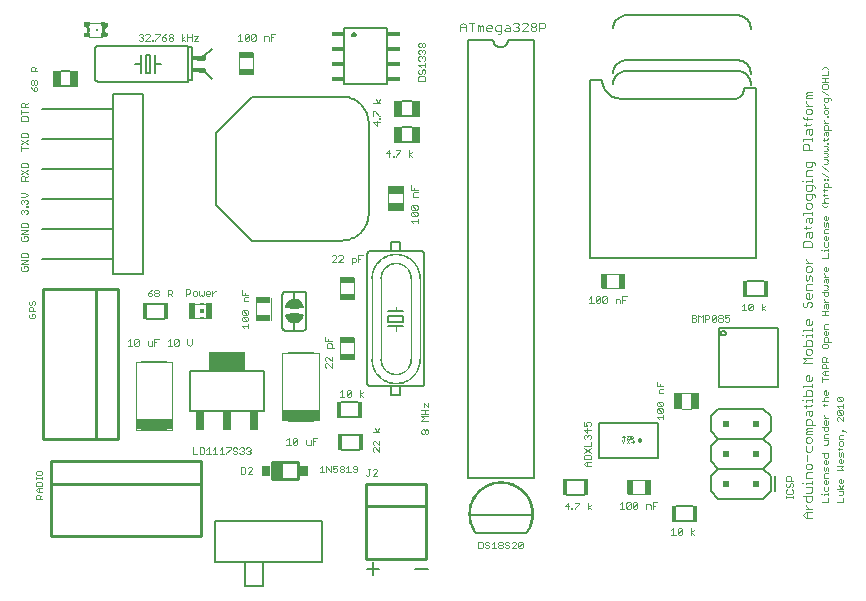
<source format=gto>
G75*
G70*
%OFA0B0*%
%FSLAX24Y24*%
%IPPOS*%
%LPD*%
%AMOC8*
5,1,8,0,0,1.08239X$1,22.5*
%
%ADD10C,0.0060*%
%ADD11C,0.0020*%
%ADD12C,0.0030*%
%ADD13C,0.0001*%
%ADD14C,0.0040*%
%ADD15R,0.0512X0.0197*%
%ADD16R,0.0197X0.0512*%
%ADD17C,0.0050*%
%ADD18C,0.0080*%
%ADD19R,0.0200X0.0200*%
%ADD20R,0.1200X0.0600*%
%ADD21R,0.0300X0.0600*%
%ADD22R,0.0866X0.0079*%
%ADD23R,0.1220X0.0374*%
%ADD24R,0.0118X0.0059*%
%ADD25R,0.0118X0.0118*%
%ADD26R,0.0236X0.0531*%
%ADD27R,0.0140X0.0560*%
%ADD28R,0.0295X0.0571*%
%ADD29R,0.0400X0.0140*%
%ADD30R,0.0230X0.0160*%
%ADD31C,0.0160*%
%ADD32R,0.0571X0.0295*%
%ADD33R,0.0197X0.0128*%
%ADD34R,0.0098X0.0059*%
%ADD35R,0.0069X0.0157*%
%ADD36R,0.0079X0.0079*%
%ADD37R,0.0030X0.0089*%
%ADD38R,0.0256X0.0551*%
%ADD39C,0.0010*%
%ADD40C,0.0000*%
%ADD41C,0.0100*%
%ADD42R,0.0295X0.0335*%
%ADD43R,0.0354X0.0531*%
D10*
X007303Y007311D02*
X009763Y007311D01*
X009763Y008673D01*
X007303Y008673D01*
X007303Y007311D01*
X010484Y010005D02*
X011084Y010005D01*
X011101Y010007D01*
X011118Y010011D01*
X011134Y010018D01*
X011148Y010028D01*
X011161Y010041D01*
X011171Y010055D01*
X011178Y010071D01*
X011182Y010088D01*
X011184Y010105D01*
X011184Y011205D01*
X011182Y011222D01*
X011178Y011239D01*
X011171Y011255D01*
X011161Y011269D01*
X011148Y011282D01*
X011134Y011292D01*
X011118Y011299D01*
X011101Y011303D01*
X011084Y011305D01*
X010484Y011305D01*
X010467Y011303D01*
X010450Y011299D01*
X010434Y011292D01*
X010420Y011282D01*
X010407Y011269D01*
X010397Y011255D01*
X010390Y011239D01*
X010386Y011222D01*
X010384Y011205D01*
X010384Y010105D01*
X010386Y010088D01*
X010390Y010071D01*
X010397Y010055D01*
X010407Y010041D01*
X010420Y010028D01*
X010434Y010018D01*
X010450Y010011D01*
X010467Y010007D01*
X010484Y010005D01*
X010784Y010055D02*
X010784Y010255D01*
X010784Y011055D02*
X010784Y011255D01*
X013209Y012555D02*
X013209Y008255D01*
X013211Y008238D01*
X013215Y008221D01*
X013222Y008205D01*
X013232Y008191D01*
X013245Y008178D01*
X013259Y008168D01*
X013275Y008161D01*
X013292Y008157D01*
X013309Y008155D01*
X013709Y008155D01*
X014009Y008155D01*
X014009Y007855D01*
X014309Y007855D01*
X014309Y008155D01*
X014009Y008155D01*
X014309Y008155D02*
X014609Y008155D01*
X015009Y008155D01*
X015026Y008157D01*
X015043Y008161D01*
X015059Y008168D01*
X015073Y008178D01*
X015086Y008191D01*
X015096Y008205D01*
X015103Y008221D01*
X015107Y008238D01*
X015109Y008255D01*
X015109Y012555D01*
X015107Y012572D01*
X015103Y012589D01*
X015096Y012605D01*
X015086Y012619D01*
X015073Y012632D01*
X015059Y012642D01*
X015043Y012649D01*
X015026Y012653D01*
X015009Y012655D01*
X014609Y012655D01*
X013709Y012655D01*
X013309Y012655D01*
X013292Y012653D01*
X013275Y012649D01*
X013259Y012642D01*
X013245Y012632D01*
X013232Y012619D01*
X013222Y012605D01*
X013215Y012589D01*
X013211Y012572D01*
X013209Y012555D01*
X014009Y012655D02*
X014009Y012955D01*
X014309Y012955D01*
X014309Y012655D01*
X014409Y010655D02*
X014159Y010655D01*
X013909Y010655D01*
X013909Y010505D02*
X013909Y010305D01*
X014409Y010305D01*
X014409Y010505D01*
X013909Y010505D01*
X013909Y010155D02*
X014159Y010155D01*
X014409Y010155D01*
X012902Y007619D02*
X012342Y007619D01*
X012342Y007119D02*
X012902Y007119D01*
X012939Y006530D02*
X012379Y006530D01*
X012379Y006030D02*
X012939Y006030D01*
X016559Y005105D02*
X018759Y005105D01*
X018759Y019705D01*
X017909Y019705D01*
X017907Y019675D01*
X017902Y019645D01*
X017893Y019616D01*
X017880Y019589D01*
X017865Y019563D01*
X017846Y019539D01*
X017825Y019518D01*
X017801Y019499D01*
X017775Y019484D01*
X017748Y019471D01*
X017719Y019462D01*
X017689Y019457D01*
X017659Y019455D01*
X017629Y019457D01*
X017599Y019462D01*
X017570Y019471D01*
X017543Y019484D01*
X017517Y019499D01*
X017493Y019518D01*
X017472Y019539D01*
X017453Y019563D01*
X017438Y019589D01*
X017425Y019616D01*
X017416Y019645D01*
X017411Y019675D01*
X017409Y019705D01*
X016559Y019705D01*
X016559Y005105D01*
X016610Y003855D02*
X017106Y003855D01*
X017212Y003855D01*
X018106Y003855D01*
X018212Y003855D01*
X018708Y003855D01*
X018484Y003255D02*
X016834Y003255D01*
X015241Y002068D02*
X014814Y002068D01*
X013616Y002068D02*
X013189Y002068D01*
X013403Y002281D02*
X013403Y001854D01*
X019879Y004530D02*
X020439Y004530D01*
X020439Y005030D02*
X019879Y005030D01*
X023504Y004155D02*
X024064Y004155D01*
X024064Y003655D02*
X023504Y003655D01*
X025879Y011155D02*
X026439Y011155D01*
X026439Y011655D02*
X025879Y011655D01*
X014695Y016280D02*
X014373Y016280D01*
X014373Y016780D02*
X014695Y016780D01*
X014695Y017155D02*
X014373Y017155D01*
X014373Y017655D02*
X014695Y017655D01*
X013869Y018225D02*
X013869Y020085D01*
X012449Y020085D01*
X012449Y018225D01*
X013869Y018225D01*
X008034Y018405D02*
X007784Y018655D01*
X007384Y018355D02*
X007234Y018355D01*
X007234Y019455D01*
X007234Y019505D01*
X004234Y019505D01*
X004217Y019503D01*
X004200Y019499D01*
X004184Y019492D01*
X004170Y019482D01*
X004157Y019469D01*
X004147Y019455D01*
X004140Y019439D01*
X004136Y019422D01*
X004134Y019405D01*
X004134Y018405D01*
X004136Y018388D01*
X004140Y018371D01*
X004147Y018355D01*
X004157Y018341D01*
X004170Y018328D01*
X004184Y018318D01*
X004200Y018311D01*
X004217Y018307D01*
X004234Y018305D01*
X007234Y018305D01*
X007234Y018355D01*
X007384Y018355D02*
X007384Y019455D01*
X007234Y019455D01*
X007784Y019155D02*
X008034Y019405D01*
X006334Y018905D02*
X006134Y018905D01*
X006134Y019205D01*
X005984Y019205D02*
X005834Y019205D01*
X005834Y018605D01*
X005984Y018605D01*
X005984Y019205D01*
X005684Y019205D02*
X005684Y018905D01*
X005484Y018905D01*
X005684Y018905D02*
X005684Y018605D01*
X006134Y018605D02*
X006134Y018905D01*
X003320Y018655D02*
X002998Y018655D01*
X002998Y018155D02*
X003320Y018155D01*
X005879Y010905D02*
X006439Y010905D01*
X006439Y010405D02*
X005879Y010405D01*
D11*
X006113Y009719D02*
X006260Y009719D01*
X006187Y009609D02*
X006113Y009609D01*
X006039Y009646D02*
X006039Y009499D01*
X005929Y009499D01*
X005892Y009536D01*
X005892Y009646D01*
X006113Y009719D02*
X006113Y009499D01*
X006555Y009499D02*
X006702Y009499D01*
X006629Y009499D02*
X006629Y009719D01*
X006555Y009646D01*
X006776Y009682D02*
X006776Y009536D01*
X006923Y009682D01*
X006923Y009536D01*
X006886Y009499D01*
X006813Y009499D01*
X006776Y009536D01*
X006776Y009682D02*
X006813Y009719D01*
X006886Y009719D01*
X006923Y009682D01*
X007218Y009719D02*
X007218Y009572D01*
X007292Y009499D01*
X007365Y009572D01*
X007365Y009719D01*
X009021Y010164D02*
X009242Y010164D01*
X009242Y010237D02*
X009242Y010090D01*
X009095Y010090D02*
X009021Y010164D01*
X009058Y010311D02*
X009021Y010348D01*
X009021Y010421D01*
X009058Y010458D01*
X009205Y010311D01*
X009242Y010348D01*
X009242Y010421D01*
X009205Y010458D01*
X009058Y010458D01*
X009058Y010532D02*
X009021Y010569D01*
X009021Y010642D01*
X009058Y010679D01*
X009205Y010532D01*
X009242Y010569D01*
X009242Y010642D01*
X009205Y010679D01*
X009058Y010679D01*
X009058Y010532D02*
X009205Y010532D01*
X009205Y010311D02*
X009058Y010311D01*
X009095Y010974D02*
X009095Y011084D01*
X009131Y011121D01*
X009242Y011121D01*
X009242Y011195D02*
X009021Y011195D01*
X009021Y011342D01*
X009131Y011269D02*
X009131Y011195D01*
X009095Y010974D02*
X009242Y010974D01*
X008163Y011312D02*
X008126Y011312D01*
X008053Y011239D01*
X008053Y011312D02*
X008053Y011165D01*
X007979Y011239D02*
X007832Y011239D01*
X007832Y011275D02*
X007869Y011312D01*
X007942Y011312D01*
X007979Y011275D01*
X007979Y011239D01*
X007942Y011165D02*
X007869Y011165D01*
X007832Y011202D01*
X007832Y011275D01*
X007758Y011312D02*
X007758Y011202D01*
X007721Y011165D01*
X007684Y011202D01*
X007648Y011165D01*
X007611Y011202D01*
X007611Y011312D01*
X007537Y011275D02*
X007500Y011312D01*
X007427Y011312D01*
X007390Y011275D01*
X007390Y011202D01*
X007427Y011165D01*
X007500Y011165D01*
X007537Y011202D01*
X007537Y011275D01*
X007316Y011275D02*
X007279Y011239D01*
X007169Y011239D01*
X007169Y011165D02*
X007169Y011385D01*
X007279Y011385D01*
X007316Y011349D01*
X007316Y011275D01*
X006704Y011250D02*
X006667Y011214D01*
X006557Y011214D01*
X006630Y011214D02*
X006704Y011140D01*
X006704Y011250D02*
X006704Y011324D01*
X006667Y011360D01*
X006557Y011360D01*
X006557Y011140D01*
X006262Y011177D02*
X006225Y011140D01*
X006152Y011140D01*
X006115Y011177D01*
X006115Y011214D01*
X006152Y011250D01*
X006225Y011250D01*
X006262Y011214D01*
X006262Y011177D01*
X006225Y011250D02*
X006262Y011287D01*
X006262Y011324D01*
X006225Y011360D01*
X006152Y011360D01*
X006115Y011324D01*
X006115Y011287D01*
X006152Y011250D01*
X006041Y011214D02*
X006004Y011250D01*
X005894Y011250D01*
X005894Y011177D01*
X005931Y011140D01*
X006004Y011140D01*
X006041Y011177D01*
X006041Y011214D01*
X005967Y011324D02*
X005894Y011250D01*
X005967Y011324D02*
X006041Y011360D01*
X005560Y009719D02*
X005597Y009682D01*
X005450Y009536D01*
X005487Y009499D01*
X005560Y009499D01*
X005597Y009536D01*
X005597Y009682D01*
X005560Y009719D02*
X005487Y009719D01*
X005450Y009682D01*
X005450Y009536D01*
X005376Y009499D02*
X005229Y009499D01*
X005303Y009499D02*
X005303Y009719D01*
X005229Y009646D01*
X001889Y012039D02*
X001889Y012112D01*
X001852Y012149D01*
X001779Y012149D01*
X001779Y012076D01*
X001706Y012149D02*
X001669Y012112D01*
X001669Y012039D01*
X001706Y012002D01*
X001852Y012002D01*
X001889Y012039D01*
X001889Y012223D02*
X001669Y012223D01*
X001889Y012370D01*
X001669Y012370D01*
X001669Y012444D02*
X001669Y012554D01*
X001706Y012591D01*
X001852Y012591D01*
X001889Y012554D01*
X001889Y012444D01*
X001669Y012444D01*
X001706Y013002D02*
X001852Y013002D01*
X001889Y013039D01*
X001889Y013112D01*
X001852Y013149D01*
X001779Y013149D01*
X001779Y013076D01*
X001706Y013149D02*
X001669Y013112D01*
X001669Y013039D01*
X001706Y013002D01*
X001669Y013223D02*
X001889Y013370D01*
X001669Y013370D01*
X001669Y013444D02*
X001669Y013554D01*
X001706Y013591D01*
X001852Y013591D01*
X001889Y013554D01*
X001889Y013444D01*
X001669Y013444D01*
X001669Y013223D02*
X001889Y013223D01*
X001852Y013892D02*
X001889Y013928D01*
X001889Y014002D01*
X001852Y014038D01*
X001816Y014038D01*
X001779Y014002D01*
X001779Y013965D01*
X001779Y014002D02*
X001742Y014038D01*
X001706Y014038D01*
X001669Y014002D01*
X001669Y013928D01*
X001706Y013892D01*
X001852Y014113D02*
X001852Y014149D01*
X001889Y014149D01*
X001889Y014113D01*
X001852Y014113D01*
X001852Y014223D02*
X001889Y014260D01*
X001889Y014333D01*
X001852Y014370D01*
X001816Y014370D01*
X001779Y014333D01*
X001779Y014297D01*
X001779Y014333D02*
X001742Y014370D01*
X001706Y014370D01*
X001669Y014333D01*
X001669Y014260D01*
X001706Y014223D01*
X001669Y014444D02*
X001816Y014444D01*
X001889Y014518D01*
X001816Y014591D01*
X001669Y014591D01*
X001669Y015002D02*
X001669Y015112D01*
X001706Y015149D01*
X001779Y015149D01*
X001816Y015112D01*
X001816Y015002D01*
X001889Y015002D02*
X001669Y015002D01*
X001816Y015076D02*
X001889Y015149D01*
X001889Y015223D02*
X001669Y015370D01*
X001669Y015444D02*
X001669Y015554D01*
X001706Y015591D01*
X001852Y015591D01*
X001889Y015554D01*
X001889Y015444D01*
X001669Y015444D01*
X001669Y015223D02*
X001889Y015370D01*
X001669Y016002D02*
X001669Y016149D01*
X001669Y016076D02*
X001889Y016076D01*
X001889Y016223D02*
X001669Y016370D01*
X001669Y016444D02*
X001669Y016554D01*
X001706Y016591D01*
X001852Y016591D01*
X001889Y016554D01*
X001889Y016444D01*
X001669Y016444D01*
X001669Y016223D02*
X001889Y016370D01*
X001889Y017002D02*
X001669Y017002D01*
X001669Y017112D01*
X001706Y017149D01*
X001852Y017149D01*
X001889Y017112D01*
X001889Y017002D01*
X001889Y017297D02*
X001669Y017297D01*
X001669Y017370D02*
X001669Y017223D01*
X001669Y017444D02*
X001669Y017554D01*
X001706Y017591D01*
X001779Y017591D01*
X001816Y017554D01*
X001816Y017444D01*
X001889Y017444D02*
X001669Y017444D01*
X001816Y017518D02*
X001889Y017591D01*
X002101Y017978D02*
X002101Y018088D01*
X002138Y018124D01*
X002175Y018124D01*
X002212Y018088D01*
X002212Y018014D01*
X002175Y017978D01*
X002101Y017978D01*
X002028Y018051D01*
X001991Y018124D01*
X002028Y018199D02*
X002065Y018199D01*
X002101Y018235D01*
X002101Y018309D01*
X002138Y018345D01*
X002175Y018345D01*
X002212Y018309D01*
X002212Y018235D01*
X002175Y018199D01*
X002138Y018199D01*
X002101Y018235D01*
X002101Y018309D02*
X002065Y018345D01*
X002028Y018345D01*
X001991Y018309D01*
X001991Y018235D01*
X002028Y018199D01*
X001991Y018641D02*
X001991Y018751D01*
X002028Y018787D01*
X002101Y018787D01*
X002138Y018751D01*
X002138Y018641D01*
X002138Y018714D02*
X002212Y018787D01*
X002212Y018641D02*
X001991Y018641D01*
X005594Y019702D02*
X005631Y019665D01*
X005704Y019665D01*
X005741Y019702D01*
X005741Y019739D01*
X005704Y019775D01*
X005667Y019775D01*
X005704Y019775D02*
X005741Y019812D01*
X005741Y019849D01*
X005704Y019885D01*
X005631Y019885D01*
X005594Y019849D01*
X005815Y019849D02*
X005852Y019885D01*
X005925Y019885D01*
X005962Y019849D01*
X005962Y019812D01*
X005815Y019665D01*
X005962Y019665D01*
X006036Y019665D02*
X006073Y019665D01*
X006073Y019702D01*
X006036Y019702D01*
X006036Y019665D01*
X006146Y019665D02*
X006146Y019702D01*
X006293Y019849D01*
X006293Y019885D01*
X006146Y019885D01*
X006367Y019775D02*
X006478Y019775D01*
X006514Y019739D01*
X006514Y019702D01*
X006478Y019665D01*
X006404Y019665D01*
X006367Y019702D01*
X006367Y019775D01*
X006441Y019849D01*
X006514Y019885D01*
X006588Y019849D02*
X006625Y019885D01*
X006699Y019885D01*
X006735Y019849D01*
X006735Y019812D01*
X006699Y019775D01*
X006625Y019775D01*
X006588Y019812D01*
X006588Y019849D01*
X006625Y019775D02*
X006588Y019739D01*
X006588Y019702D01*
X006625Y019665D01*
X006699Y019665D01*
X006735Y019702D01*
X006735Y019739D01*
X006699Y019775D01*
X007030Y019739D02*
X007141Y019812D01*
X007215Y019775D02*
X007361Y019775D01*
X007436Y019812D02*
X007582Y019812D01*
X007436Y019665D01*
X007582Y019665D01*
X007361Y019665D02*
X007361Y019885D01*
X007215Y019885D02*
X007215Y019665D01*
X007141Y019665D02*
X007030Y019739D01*
X007030Y019665D02*
X007030Y019885D01*
X008900Y019814D02*
X008974Y019887D01*
X008974Y019667D01*
X009047Y019667D02*
X008900Y019667D01*
X009121Y019704D02*
X009268Y019851D01*
X009268Y019704D01*
X009231Y019667D01*
X009158Y019667D01*
X009121Y019704D01*
X009121Y019851D01*
X009158Y019887D01*
X009231Y019887D01*
X009268Y019851D01*
X009342Y019851D02*
X009379Y019887D01*
X009452Y019887D01*
X009489Y019851D01*
X009342Y019704D01*
X009379Y019667D01*
X009452Y019667D01*
X009489Y019704D01*
X009489Y019851D01*
X009342Y019851D02*
X009342Y019704D01*
X009784Y019667D02*
X009784Y019814D01*
X009894Y019814D01*
X009931Y019777D01*
X009931Y019667D01*
X010005Y019667D02*
X010005Y019887D01*
X010152Y019887D01*
X010079Y019777D02*
X010005Y019777D01*
X013419Y017606D02*
X013639Y017606D01*
X013566Y017606D02*
X013492Y017716D01*
X013566Y017606D02*
X013639Y017716D01*
X013456Y017311D02*
X013602Y017164D01*
X013639Y017164D01*
X013639Y017090D02*
X013639Y017054D01*
X013602Y017054D01*
X013602Y017090D01*
X013639Y017090D01*
X013639Y016943D02*
X013419Y016943D01*
X013529Y016833D01*
X013529Y016979D01*
X013419Y017164D02*
X013419Y017311D01*
X013456Y017311D01*
X014919Y018339D02*
X014919Y018449D01*
X014956Y018486D01*
X015102Y018486D01*
X015139Y018449D01*
X015139Y018339D01*
X014919Y018339D01*
X014956Y018560D02*
X014992Y018560D01*
X015029Y018597D01*
X015029Y018670D01*
X015066Y018707D01*
X015102Y018707D01*
X015139Y018670D01*
X015139Y018597D01*
X015102Y018560D01*
X014956Y018560D02*
X014919Y018597D01*
X014919Y018670D01*
X014956Y018707D01*
X014992Y018781D02*
X014919Y018855D01*
X015139Y018855D01*
X015139Y018928D02*
X015139Y018781D01*
X015102Y019002D02*
X015139Y019039D01*
X015139Y019112D01*
X015102Y019149D01*
X015066Y019149D01*
X015029Y019112D01*
X015029Y019076D01*
X015029Y019112D02*
X014992Y019149D01*
X014956Y019149D01*
X014919Y019112D01*
X014919Y019039D01*
X014956Y019002D01*
X014956Y019223D02*
X014919Y019260D01*
X014919Y019333D01*
X014956Y019370D01*
X014992Y019370D01*
X015029Y019333D01*
X015066Y019370D01*
X015102Y019370D01*
X015139Y019333D01*
X015139Y019260D01*
X015102Y019223D01*
X015029Y019297D02*
X015029Y019333D01*
X015066Y019444D02*
X015029Y019481D01*
X015029Y019554D01*
X015066Y019591D01*
X015102Y019591D01*
X015139Y019554D01*
X015139Y019481D01*
X015102Y019444D01*
X015066Y019444D01*
X015029Y019481D02*
X014992Y019444D01*
X014956Y019444D01*
X014919Y019481D01*
X014919Y019554D01*
X014956Y019591D01*
X014992Y019591D01*
X015029Y019554D01*
X014610Y016020D02*
X014610Y015800D01*
X014610Y015874D02*
X014720Y015800D01*
X014610Y015874D02*
X014720Y015947D01*
X014315Y015984D02*
X014168Y015837D01*
X014168Y015800D01*
X014094Y015800D02*
X014057Y015800D01*
X014057Y015837D01*
X014094Y015837D01*
X014094Y015800D01*
X013947Y015800D02*
X013947Y016020D01*
X013836Y015910D01*
X013983Y015910D01*
X014168Y016020D02*
X014315Y016020D01*
X014315Y015984D01*
X014669Y014841D02*
X014669Y014694D01*
X014889Y014694D01*
X014889Y014620D02*
X014779Y014620D01*
X014742Y014583D01*
X014742Y014473D01*
X014889Y014473D01*
X014779Y014694D02*
X014779Y014768D01*
X014706Y014178D02*
X014852Y014031D01*
X014889Y014068D01*
X014889Y014141D01*
X014852Y014178D01*
X014706Y014178D01*
X014669Y014141D01*
X014669Y014068D01*
X014706Y014031D01*
X014852Y014031D01*
X014852Y013957D02*
X014889Y013920D01*
X014889Y013847D01*
X014852Y013810D01*
X014706Y013957D01*
X014852Y013957D01*
X014706Y013957D02*
X014669Y013920D01*
X014669Y013847D01*
X014706Y013810D01*
X014852Y013810D01*
X014889Y013736D02*
X014889Y013589D01*
X014889Y013663D02*
X014669Y013663D01*
X014742Y013589D01*
X013056Y012512D02*
X012909Y012512D01*
X012909Y012292D01*
X012835Y012329D02*
X012798Y012292D01*
X012688Y012292D01*
X012688Y012219D02*
X012688Y012439D01*
X012798Y012439D01*
X012835Y012402D01*
X012835Y012329D01*
X012909Y012402D02*
X012983Y012402D01*
X012393Y012439D02*
X012393Y012476D01*
X012356Y012512D01*
X012283Y012512D01*
X012246Y012476D01*
X012172Y012476D02*
X012135Y012512D01*
X012062Y012512D01*
X012025Y012476D01*
X012172Y012476D02*
X012172Y012439D01*
X012025Y012292D01*
X012172Y012292D01*
X012246Y012292D02*
X012393Y012439D01*
X012393Y012292D02*
X012246Y012292D01*
X013359Y011755D02*
X013359Y009055D01*
X013659Y009055D02*
X013659Y011755D01*
X014659Y011755D02*
X014659Y009055D01*
X014959Y009055D02*
X014959Y011755D01*
X014159Y010805D02*
X014159Y010655D01*
X014159Y010155D02*
X014159Y010005D01*
X012095Y009434D02*
X011875Y009434D01*
X011875Y009544D01*
X011912Y009581D01*
X011985Y009581D01*
X012022Y009544D01*
X012022Y009434D01*
X012022Y009655D02*
X011802Y009655D01*
X011802Y009802D01*
X011912Y009729D02*
X011912Y009655D01*
X011875Y009139D02*
X011839Y009139D01*
X011802Y009102D01*
X011802Y009029D01*
X011839Y008992D01*
X011839Y008918D02*
X011802Y008881D01*
X011802Y008808D01*
X011839Y008771D01*
X011839Y008918D02*
X011875Y008918D01*
X012022Y008771D01*
X012022Y008918D01*
X012022Y008992D02*
X011875Y009139D01*
X012022Y009139D02*
X012022Y008992D01*
X012380Y008022D02*
X012380Y007802D01*
X012453Y007802D02*
X012306Y007802D01*
X012306Y007948D02*
X012380Y008022D01*
X012527Y007985D02*
X012564Y008022D01*
X012638Y008022D01*
X012674Y007985D01*
X012527Y007838D01*
X012564Y007802D01*
X012638Y007802D01*
X012674Y007838D01*
X012674Y007985D01*
X012527Y007985D02*
X012527Y007838D01*
X012969Y007802D02*
X012969Y008022D01*
X013079Y007948D02*
X012969Y007875D01*
X013079Y007802D01*
X013467Y006741D02*
X013541Y006631D01*
X013614Y006741D01*
X013614Y006631D02*
X013394Y006631D01*
X013431Y006336D02*
X013394Y006299D01*
X013394Y006226D01*
X013431Y006189D01*
X013431Y006115D02*
X013394Y006078D01*
X013394Y006005D01*
X013431Y005968D01*
X013431Y006115D02*
X013467Y006115D01*
X013614Y005968D01*
X013614Y006115D01*
X013614Y006189D02*
X013467Y006336D01*
X013431Y006336D01*
X013614Y006336D02*
X013614Y006189D01*
X013500Y005385D02*
X013427Y005385D01*
X013390Y005349D01*
X013316Y005385D02*
X013242Y005385D01*
X013279Y005385D02*
X013279Y005202D01*
X013242Y005165D01*
X013206Y005165D01*
X013169Y005202D01*
X013390Y005165D02*
X013537Y005312D01*
X013537Y005349D01*
X013500Y005385D01*
X013537Y005165D02*
X013390Y005165D01*
X012881Y005321D02*
X012881Y005467D01*
X012845Y005504D01*
X012771Y005504D01*
X012735Y005467D01*
X012735Y005431D01*
X012771Y005394D01*
X012881Y005394D01*
X012881Y005321D02*
X012845Y005284D01*
X012771Y005284D01*
X012735Y005321D01*
X012660Y005284D02*
X012514Y005284D01*
X012587Y005284D02*
X012587Y005504D01*
X012514Y005431D01*
X012439Y005431D02*
X012403Y005394D01*
X012329Y005394D01*
X012293Y005431D01*
X012293Y005467D01*
X012329Y005504D01*
X012403Y005504D01*
X012439Y005467D01*
X012439Y005431D01*
X012403Y005394D02*
X012439Y005357D01*
X012439Y005321D01*
X012403Y005284D01*
X012329Y005284D01*
X012293Y005321D01*
X012293Y005357D01*
X012329Y005394D01*
X012218Y005394D02*
X012218Y005321D01*
X012182Y005284D01*
X012108Y005284D01*
X012072Y005321D01*
X012072Y005394D02*
X012145Y005431D01*
X012182Y005431D01*
X012218Y005394D01*
X012218Y005504D02*
X012072Y005504D01*
X012072Y005394D01*
X011997Y005284D02*
X011997Y005504D01*
X011851Y005504D02*
X011997Y005284D01*
X011851Y005284D02*
X011851Y005504D01*
X011703Y005504D02*
X011703Y005284D01*
X011630Y005284D02*
X011776Y005284D01*
X011630Y005431D02*
X011703Y005504D01*
X011402Y006202D02*
X011402Y006422D01*
X011549Y006422D01*
X011476Y006312D02*
X011402Y006312D01*
X011328Y006348D02*
X011328Y006202D01*
X011218Y006202D01*
X011181Y006238D01*
X011181Y006348D01*
X010886Y006385D02*
X010739Y006238D01*
X010776Y006202D01*
X010850Y006202D01*
X010886Y006238D01*
X010886Y006385D01*
X010850Y006422D01*
X010776Y006422D01*
X010739Y006385D01*
X010739Y006238D01*
X010665Y006202D02*
X010518Y006202D01*
X010592Y006202D02*
X010592Y006422D01*
X010518Y006348D01*
X009321Y006072D02*
X009321Y006035D01*
X009284Y005999D01*
X009321Y005962D01*
X009321Y005925D01*
X009284Y005889D01*
X009211Y005889D01*
X009174Y005925D01*
X009100Y005925D02*
X009063Y005889D01*
X008990Y005889D01*
X008953Y005925D01*
X008879Y005925D02*
X008842Y005889D01*
X008769Y005889D01*
X008732Y005925D01*
X008769Y005999D02*
X008842Y005999D01*
X008879Y005962D01*
X008879Y005925D01*
X008769Y005999D02*
X008732Y006035D01*
X008732Y006072D01*
X008769Y006109D01*
X008842Y006109D01*
X008879Y006072D01*
X008953Y006072D02*
X008990Y006109D01*
X009063Y006109D01*
X009100Y006072D01*
X009100Y006035D01*
X009063Y005999D01*
X009100Y005962D01*
X009100Y005925D01*
X009063Y005999D02*
X009026Y005999D01*
X009174Y006072D02*
X009211Y006109D01*
X009284Y006109D01*
X009321Y006072D01*
X009284Y005999D02*
X009247Y005999D01*
X009262Y005454D02*
X009226Y005417D01*
X009262Y005454D02*
X009336Y005454D01*
X009372Y005417D01*
X009372Y005381D01*
X009226Y005234D01*
X009372Y005234D01*
X009151Y005271D02*
X009151Y005417D01*
X009115Y005454D01*
X009005Y005454D01*
X009005Y005234D01*
X009115Y005234D01*
X009151Y005271D01*
X008511Y005889D02*
X008511Y005925D01*
X008658Y006072D01*
X008658Y006109D01*
X008511Y006109D01*
X008363Y006109D02*
X008363Y005889D01*
X008290Y005889D02*
X008437Y005889D01*
X008290Y006035D02*
X008363Y006109D01*
X008142Y006109D02*
X008142Y005889D01*
X008069Y005889D02*
X008216Y005889D01*
X008069Y006035D02*
X008142Y006109D01*
X007921Y006109D02*
X007921Y005889D01*
X007848Y005889D02*
X007995Y005889D01*
X007848Y006035D02*
X007921Y006109D01*
X007774Y006072D02*
X007774Y005925D01*
X007737Y005889D01*
X007627Y005889D01*
X007627Y006109D01*
X007737Y006109D01*
X007774Y006072D01*
X007553Y005889D02*
X007406Y005889D01*
X007406Y006109D01*
X015019Y006597D02*
X015019Y006670D01*
X015056Y006707D01*
X015092Y006707D01*
X015129Y006670D01*
X015129Y006597D01*
X015092Y006560D01*
X015056Y006560D01*
X015019Y006597D01*
X015129Y006597D02*
X015166Y006560D01*
X015202Y006560D01*
X015239Y006597D01*
X015239Y006670D01*
X015202Y006707D01*
X015166Y006707D01*
X015129Y006670D01*
X015239Y007002D02*
X015019Y007002D01*
X015092Y007076D01*
X015019Y007149D01*
X015239Y007149D01*
X015239Y007223D02*
X015019Y007223D01*
X015129Y007223D02*
X015129Y007370D01*
X015092Y007444D02*
X015092Y007591D01*
X015239Y007444D01*
X015239Y007591D01*
X015239Y007370D02*
X015019Y007370D01*
X019794Y004150D02*
X019941Y004150D01*
X020015Y004077D02*
X020052Y004077D01*
X020052Y004040D01*
X020015Y004040D01*
X020015Y004077D01*
X020126Y004077D02*
X020126Y004040D01*
X020126Y004077D02*
X020272Y004224D01*
X020272Y004260D01*
X020126Y004260D01*
X019904Y004260D02*
X019794Y004150D01*
X019904Y004040D02*
X019904Y004260D01*
X020567Y004260D02*
X020567Y004040D01*
X020567Y004114D02*
X020678Y004187D01*
X020567Y004114D02*
X020678Y004040D01*
X021632Y004061D02*
X021778Y004061D01*
X021705Y004061D02*
X021705Y004281D01*
X021632Y004208D01*
X021853Y004244D02*
X021889Y004281D01*
X021963Y004281D01*
X021999Y004244D01*
X021853Y004097D01*
X021889Y004061D01*
X021963Y004061D01*
X021999Y004097D01*
X021999Y004244D01*
X022074Y004244D02*
X022110Y004281D01*
X022184Y004281D01*
X022220Y004244D01*
X022074Y004097D01*
X022110Y004061D01*
X022184Y004061D01*
X022220Y004097D01*
X022220Y004244D01*
X022074Y004244D02*
X022074Y004097D01*
X021853Y004097D02*
X021853Y004244D01*
X022516Y004208D02*
X022626Y004208D01*
X022662Y004171D01*
X022662Y004061D01*
X022737Y004061D02*
X022737Y004281D01*
X022883Y004281D01*
X022810Y004171D02*
X022737Y004171D01*
X022516Y004208D02*
X022516Y004061D01*
X023347Y003347D02*
X023420Y003420D01*
X023420Y003200D01*
X023347Y003200D02*
X023494Y003200D01*
X023568Y003237D02*
X023715Y003384D01*
X023715Y003237D01*
X023678Y003200D01*
X023605Y003200D01*
X023568Y003237D01*
X023568Y003384D01*
X023605Y003420D01*
X023678Y003420D01*
X023715Y003384D01*
X024010Y003420D02*
X024010Y003200D01*
X024010Y003274D02*
X024120Y003347D01*
X024010Y003274D02*
X024120Y003200D01*
X027179Y004415D02*
X027179Y004489D01*
X027179Y004452D02*
X027399Y004452D01*
X027399Y004415D02*
X027399Y004489D01*
X027362Y004562D02*
X027399Y004599D01*
X027399Y004673D01*
X027362Y004709D01*
X027362Y004783D02*
X027399Y004820D01*
X027399Y004894D01*
X027362Y004930D01*
X027326Y004930D01*
X027289Y004894D01*
X027289Y004820D01*
X027252Y004783D01*
X027216Y004783D01*
X027179Y004820D01*
X027179Y004894D01*
X027216Y004930D01*
X027179Y005004D02*
X027179Y005114D01*
X027216Y005151D01*
X027289Y005151D01*
X027326Y005114D01*
X027326Y005004D01*
X027399Y005004D02*
X027179Y005004D01*
X027216Y004709D02*
X027179Y004673D01*
X027179Y004599D01*
X027216Y004562D01*
X027362Y004562D01*
X028330Y004548D02*
X028366Y004548D01*
X028440Y004548D02*
X028587Y004548D01*
X028587Y004584D02*
X028587Y004511D01*
X028587Y004437D02*
X028587Y004290D01*
X028366Y004290D01*
X028440Y004511D02*
X028440Y004548D01*
X028476Y004658D02*
X028550Y004658D01*
X028587Y004695D01*
X028587Y004805D01*
X028550Y004879D02*
X028476Y004879D01*
X028440Y004916D01*
X028440Y004989D01*
X028476Y005026D01*
X028513Y005026D01*
X028513Y004879D01*
X028550Y004879D02*
X028587Y004916D01*
X028587Y004989D01*
X028587Y005100D02*
X028440Y005100D01*
X028440Y005210D01*
X028476Y005247D01*
X028587Y005247D01*
X028587Y005321D02*
X028587Y005431D01*
X028550Y005468D01*
X028513Y005431D01*
X028513Y005358D01*
X028476Y005321D01*
X028440Y005358D01*
X028440Y005468D01*
X028476Y005542D02*
X028440Y005579D01*
X028440Y005652D01*
X028476Y005689D01*
X028513Y005689D01*
X028513Y005542D01*
X028550Y005542D02*
X028476Y005542D01*
X028550Y005542D02*
X028587Y005579D01*
X028587Y005652D01*
X028550Y005763D02*
X028476Y005763D01*
X028440Y005800D01*
X028440Y005910D01*
X028366Y005910D02*
X028587Y005910D01*
X028587Y005800D01*
X028550Y005763D01*
X028940Y005689D02*
X028976Y005726D01*
X029013Y005726D01*
X029013Y005579D01*
X028976Y005579D02*
X028940Y005616D01*
X028940Y005689D01*
X028976Y005579D02*
X029050Y005579D01*
X029087Y005616D01*
X029087Y005689D01*
X029087Y005800D02*
X029087Y005910D01*
X029050Y005947D01*
X029013Y005910D01*
X029013Y005837D01*
X028976Y005800D01*
X028940Y005837D01*
X028940Y005947D01*
X028940Y006021D02*
X028940Y006095D01*
X028903Y006058D02*
X029050Y006058D01*
X029087Y006095D01*
X029050Y006168D02*
X029087Y006205D01*
X029087Y006279D01*
X029050Y006315D01*
X028976Y006315D01*
X028940Y006279D01*
X028940Y006205D01*
X028976Y006168D01*
X029050Y006168D01*
X029087Y006389D02*
X028940Y006389D01*
X028940Y006500D01*
X028976Y006536D01*
X029087Y006536D01*
X029160Y006610D02*
X029087Y006684D01*
X029087Y006647D01*
X029050Y006647D01*
X029050Y006684D01*
X029087Y006684D01*
X028587Y006684D02*
X028587Y006794D01*
X028366Y006794D01*
X028440Y006794D02*
X028440Y006684D01*
X028476Y006647D01*
X028550Y006647D01*
X028587Y006684D01*
X028587Y006573D02*
X028476Y006573D01*
X028440Y006536D01*
X028440Y006426D01*
X028587Y006426D01*
X028587Y006352D02*
X028440Y006352D01*
X028587Y006352D02*
X028587Y006242D01*
X028550Y006205D01*
X028440Y006205D01*
X028476Y006868D02*
X028440Y006905D01*
X028440Y006978D01*
X028476Y007015D01*
X028513Y007015D01*
X028513Y006868D01*
X028550Y006868D02*
X028476Y006868D01*
X028550Y006868D02*
X028587Y006905D01*
X028587Y006978D01*
X028587Y007089D02*
X028440Y007089D01*
X028513Y007089D02*
X028440Y007163D01*
X028440Y007199D01*
X028440Y007494D02*
X028440Y007568D01*
X028403Y007531D02*
X028550Y007531D01*
X028587Y007568D01*
X028587Y007642D02*
X028366Y007642D01*
X028440Y007678D02*
X028440Y007752D01*
X028476Y007788D01*
X028587Y007788D01*
X028550Y007863D02*
X028476Y007863D01*
X028440Y007899D01*
X028440Y007973D01*
X028476Y008009D01*
X028513Y008009D01*
X028513Y007863D01*
X028550Y007863D02*
X028587Y007899D01*
X028587Y007973D01*
X028440Y007678D02*
X028476Y007642D01*
X028866Y007678D02*
X028866Y007752D01*
X028903Y007788D01*
X029050Y007642D01*
X029087Y007678D01*
X029087Y007752D01*
X029050Y007788D01*
X028903Y007788D01*
X028866Y007678D02*
X028903Y007642D01*
X029050Y007642D01*
X029087Y007567D02*
X029087Y007421D01*
X029087Y007494D02*
X028866Y007494D01*
X028940Y007421D01*
X028903Y007346D02*
X029050Y007200D01*
X029087Y007236D01*
X029087Y007310D01*
X029050Y007346D01*
X028903Y007346D01*
X028866Y007310D01*
X028866Y007236D01*
X028903Y007200D01*
X029050Y007200D01*
X029087Y007126D02*
X029087Y006979D01*
X028940Y007126D01*
X028903Y007126D01*
X028866Y007089D01*
X028866Y007015D01*
X028903Y006979D01*
X028366Y008305D02*
X028366Y008451D01*
X028366Y008378D02*
X028587Y008378D01*
X028587Y008526D02*
X028440Y008526D01*
X028366Y008599D01*
X028440Y008672D01*
X028587Y008672D01*
X028587Y008747D02*
X028366Y008747D01*
X028366Y008857D01*
X028403Y008893D01*
X028476Y008893D01*
X028513Y008857D01*
X028513Y008747D01*
X028476Y008672D02*
X028476Y008526D01*
X028513Y008968D02*
X028513Y009078D01*
X028476Y009114D01*
X028403Y009114D01*
X028366Y009078D01*
X028366Y008968D01*
X028587Y008968D01*
X028513Y009041D02*
X028587Y009114D01*
X028550Y009410D02*
X028403Y009410D01*
X028366Y009446D01*
X028366Y009520D01*
X028403Y009556D01*
X028550Y009556D01*
X028587Y009520D01*
X028587Y009446D01*
X028550Y009410D01*
X028587Y009631D02*
X028587Y009741D01*
X028550Y009777D01*
X028476Y009777D01*
X028440Y009741D01*
X028440Y009631D01*
X028660Y009631D01*
X028550Y009852D02*
X028476Y009852D01*
X028440Y009888D01*
X028440Y009962D01*
X028476Y009998D01*
X028513Y009998D01*
X028513Y009852D01*
X028550Y009852D02*
X028587Y009888D01*
X028587Y009962D01*
X028587Y010073D02*
X028440Y010073D01*
X028440Y010183D01*
X028476Y010219D01*
X028587Y010219D01*
X028587Y010514D02*
X028366Y010514D01*
X028476Y010514D02*
X028476Y010661D01*
X028550Y010735D02*
X028513Y010772D01*
X028513Y010882D01*
X028476Y010882D02*
X028587Y010882D01*
X028587Y010772D01*
X028550Y010735D01*
X028587Y010661D02*
X028366Y010661D01*
X028440Y010772D02*
X028440Y010846D01*
X028476Y010882D01*
X028440Y010956D02*
X028587Y010956D01*
X028513Y010956D02*
X028440Y011030D01*
X028440Y011067D01*
X028476Y011141D02*
X028440Y011177D01*
X028440Y011287D01*
X028366Y011287D02*
X028587Y011287D01*
X028587Y011177D01*
X028550Y011141D01*
X028476Y011141D01*
X028440Y011362D02*
X028550Y011362D01*
X028587Y011398D01*
X028550Y011435D01*
X028587Y011472D01*
X028550Y011508D01*
X028440Y011508D01*
X028440Y011619D02*
X028440Y011693D01*
X028476Y011729D01*
X028587Y011729D01*
X028587Y011619D01*
X028550Y011583D01*
X028513Y011619D01*
X028513Y011729D01*
X028513Y011804D02*
X028440Y011877D01*
X028440Y011914D01*
X028476Y011988D02*
X028440Y012024D01*
X028440Y012098D01*
X028476Y012134D01*
X028513Y012134D01*
X028513Y011988D01*
X028550Y011988D02*
X028476Y011988D01*
X028550Y011988D02*
X028587Y012024D01*
X028587Y012098D01*
X028587Y012430D02*
X028366Y012430D01*
X028587Y012430D02*
X028587Y012576D01*
X028587Y012651D02*
X028587Y012724D01*
X028587Y012687D02*
X028440Y012687D01*
X028440Y012651D01*
X028366Y012687D02*
X028330Y012687D01*
X028476Y012798D02*
X028550Y012798D01*
X028587Y012835D01*
X028587Y012945D01*
X028550Y013019D02*
X028476Y013019D01*
X028440Y013056D01*
X028440Y013129D01*
X028476Y013166D01*
X028513Y013166D01*
X028513Y013019D01*
X028550Y013019D02*
X028587Y013056D01*
X028587Y013129D01*
X028587Y013240D02*
X028440Y013240D01*
X028440Y013350D01*
X028476Y013387D01*
X028587Y013387D01*
X028587Y013461D02*
X028587Y013571D01*
X028550Y013608D01*
X028513Y013571D01*
X028513Y013498D01*
X028476Y013461D01*
X028440Y013498D01*
X028440Y013608D01*
X028476Y013682D02*
X028440Y013719D01*
X028440Y013792D01*
X028476Y013829D01*
X028513Y013829D01*
X028513Y013682D01*
X028550Y013682D02*
X028476Y013682D01*
X028550Y013682D02*
X028587Y013719D01*
X028587Y013792D01*
X028513Y014124D02*
X028440Y014124D01*
X028366Y014197D01*
X028366Y014271D02*
X028587Y014271D01*
X028587Y014197D02*
X028513Y014124D01*
X028476Y014271D02*
X028440Y014308D01*
X028440Y014381D01*
X028476Y014418D01*
X028587Y014418D01*
X028550Y014529D02*
X028403Y014529D01*
X028440Y014492D02*
X028440Y014566D01*
X028440Y014639D02*
X028440Y014713D01*
X028403Y014676D02*
X028550Y014676D01*
X028587Y014713D01*
X028587Y014787D02*
X028587Y014897D01*
X028550Y014934D01*
X028476Y014934D01*
X028440Y014897D01*
X028440Y014787D01*
X028660Y014787D01*
X028587Y015008D02*
X028550Y015008D01*
X028550Y015044D01*
X028587Y015044D01*
X028587Y015008D01*
X028587Y015118D02*
X028366Y015265D01*
X028366Y015486D02*
X028587Y015339D01*
X028550Y015560D02*
X028440Y015560D01*
X028550Y015560D02*
X028587Y015597D01*
X028550Y015634D01*
X028587Y015670D01*
X028550Y015707D01*
X028440Y015707D01*
X028440Y015781D02*
X028550Y015781D01*
X028587Y015818D01*
X028550Y015855D01*
X028587Y015891D01*
X028550Y015928D01*
X028440Y015928D01*
X028440Y016002D02*
X028550Y016002D01*
X028587Y016039D01*
X028550Y016076D01*
X028587Y016112D01*
X028550Y016149D01*
X028440Y016149D01*
X028550Y016223D02*
X028550Y016260D01*
X028587Y016260D01*
X028587Y016223D01*
X028550Y016223D01*
X028550Y016370D02*
X028403Y016370D01*
X028440Y016334D02*
X028440Y016407D01*
X028440Y016518D02*
X028440Y016591D01*
X028476Y016628D01*
X028587Y016628D01*
X028587Y016518D01*
X028550Y016481D01*
X028513Y016518D01*
X028513Y016628D01*
X028440Y016702D02*
X028660Y016702D01*
X028587Y016702D02*
X028587Y016812D01*
X028550Y016849D01*
X028476Y016849D01*
X028440Y016812D01*
X028440Y016702D01*
X028440Y016923D02*
X028587Y016923D01*
X028513Y016923D02*
X028440Y016996D01*
X028440Y017033D01*
X028550Y017107D02*
X028550Y017144D01*
X028587Y017144D01*
X028587Y017107D01*
X028550Y017107D01*
X028550Y017218D02*
X028476Y017218D01*
X028440Y017254D01*
X028440Y017328D01*
X028476Y017364D01*
X028550Y017364D01*
X028587Y017328D01*
X028587Y017254D01*
X028550Y017218D01*
X028587Y017439D02*
X028440Y017439D01*
X028440Y017512D02*
X028440Y017549D01*
X028440Y017512D02*
X028513Y017439D01*
X028476Y017623D02*
X028550Y017623D01*
X028587Y017659D01*
X028587Y017769D01*
X028623Y017769D02*
X028440Y017769D01*
X028440Y017659D01*
X028476Y017623D01*
X028660Y017696D02*
X028660Y017733D01*
X028623Y017769D01*
X028587Y017844D02*
X028366Y017990D01*
X028403Y018065D02*
X028550Y018065D01*
X028587Y018101D01*
X028587Y018175D01*
X028550Y018211D01*
X028403Y018211D01*
X028366Y018175D01*
X028366Y018101D01*
X028403Y018065D01*
X028366Y018286D02*
X028587Y018286D01*
X028476Y018286D02*
X028476Y018432D01*
X028366Y018432D02*
X028587Y018432D01*
X028587Y018507D02*
X028587Y018653D01*
X028587Y018728D02*
X028513Y018801D01*
X028440Y018801D01*
X028366Y018728D01*
X028366Y018507D02*
X028587Y018507D01*
X028587Y016407D02*
X028550Y016370D01*
X028476Y015044D02*
X028476Y015008D01*
X028440Y015008D01*
X028440Y015044D01*
X028476Y015044D01*
X028587Y014566D02*
X028550Y014529D01*
X028440Y012945D02*
X028440Y012835D01*
X028476Y012798D01*
X028440Y011804D02*
X028587Y011804D01*
X026470Y010822D02*
X026360Y010749D01*
X026470Y010675D01*
X026360Y010675D02*
X026360Y010895D01*
X026065Y010859D02*
X025918Y010712D01*
X025955Y010675D01*
X026028Y010675D01*
X026065Y010712D01*
X026065Y010859D01*
X026028Y010895D01*
X025955Y010895D01*
X025918Y010859D01*
X025918Y010712D01*
X025844Y010675D02*
X025697Y010675D01*
X025770Y010675D02*
X025770Y010895D01*
X025697Y010822D01*
X025282Y010520D02*
X025136Y010520D01*
X025136Y010410D01*
X025209Y010447D01*
X025246Y010447D01*
X025282Y010410D01*
X025282Y010337D01*
X025246Y010300D01*
X025172Y010300D01*
X025136Y010337D01*
X025061Y010337D02*
X025025Y010300D01*
X024951Y010300D01*
X024915Y010337D01*
X024915Y010374D01*
X024951Y010410D01*
X025025Y010410D01*
X025061Y010374D01*
X025061Y010337D01*
X025025Y010410D02*
X025061Y010447D01*
X025061Y010484D01*
X025025Y010520D01*
X024951Y010520D01*
X024915Y010484D01*
X024915Y010447D01*
X024951Y010410D01*
X024840Y010337D02*
X024804Y010300D01*
X024730Y010300D01*
X024694Y010337D01*
X024840Y010484D01*
X024840Y010337D01*
X024694Y010337D02*
X024694Y010484D01*
X024730Y010520D01*
X024804Y010520D01*
X024840Y010484D01*
X024619Y010484D02*
X024619Y010410D01*
X024583Y010374D01*
X024473Y010374D01*
X024473Y010300D02*
X024473Y010520D01*
X024583Y010520D01*
X024619Y010484D01*
X024398Y010520D02*
X024398Y010300D01*
X024252Y010300D02*
X024252Y010520D01*
X024325Y010447D01*
X024398Y010520D01*
X024177Y010484D02*
X024177Y010447D01*
X024141Y010410D01*
X024031Y010410D01*
X024141Y010410D02*
X024177Y010374D01*
X024177Y010337D01*
X024141Y010300D01*
X024031Y010300D01*
X024031Y010520D01*
X024141Y010520D01*
X024177Y010484D01*
X021864Y011143D02*
X021717Y011143D01*
X021717Y010923D01*
X021643Y010923D02*
X021643Y011033D01*
X021606Y011070D01*
X021496Y011070D01*
X021496Y010923D01*
X021717Y011033D02*
X021790Y011033D01*
X021201Y010960D02*
X021164Y010923D01*
X021091Y010923D01*
X021054Y010960D01*
X021201Y011107D01*
X021201Y010960D01*
X021201Y011107D02*
X021164Y011143D01*
X021091Y011143D01*
X021054Y011107D01*
X021054Y010960D01*
X020980Y010960D02*
X020943Y010923D01*
X020870Y010923D01*
X020833Y010960D01*
X020980Y011107D01*
X020980Y010960D01*
X020980Y011107D02*
X020943Y011143D01*
X020870Y011143D01*
X020833Y011107D01*
X020833Y010960D01*
X020759Y010923D02*
X020612Y010923D01*
X020685Y010923D02*
X020685Y011143D01*
X020612Y011070D01*
X022866Y008292D02*
X022866Y008145D01*
X023087Y008145D01*
X023087Y008071D02*
X022976Y008071D01*
X022940Y008034D01*
X022940Y007924D01*
X023087Y007924D01*
X022976Y008145D02*
X022976Y008218D01*
X022903Y007629D02*
X023050Y007482D01*
X023087Y007519D01*
X023087Y007592D01*
X023050Y007629D01*
X022903Y007629D01*
X022866Y007592D01*
X022866Y007519D01*
X022903Y007482D01*
X023050Y007482D01*
X023050Y007408D02*
X023087Y007371D01*
X023087Y007298D01*
X023050Y007261D01*
X022903Y007408D01*
X023050Y007408D01*
X023050Y007261D02*
X022903Y007261D01*
X022866Y007298D01*
X022866Y007371D01*
X022903Y007408D01*
X023087Y007187D02*
X023087Y007040D01*
X023087Y007114D02*
X022866Y007114D01*
X022940Y007040D01*
X021999Y006443D02*
X022001Y006448D01*
X022005Y006452D01*
X022010Y006453D01*
X022016Y006451D01*
X022019Y006446D01*
X022019Y006440D01*
X022016Y006435D01*
X022010Y006433D01*
X022005Y006434D01*
X022001Y006438D01*
X021999Y006443D01*
X021959Y006443D02*
X021961Y006456D01*
X021966Y006469D01*
X021975Y006480D01*
X021986Y006487D01*
X021999Y006492D01*
X022012Y006493D01*
X022026Y006490D01*
X022038Y006484D01*
X022048Y006475D01*
X022055Y006463D01*
X022059Y006450D01*
X022059Y006436D01*
X022055Y006423D01*
X022048Y006411D01*
X022038Y006402D01*
X022026Y006396D01*
X022012Y006393D01*
X021999Y006394D01*
X021986Y006399D01*
X021975Y006406D01*
X021966Y006417D01*
X021961Y006430D01*
X021959Y006443D01*
X021936Y006403D02*
X021869Y006403D01*
X021869Y006419D01*
X021936Y006486D01*
X021936Y006503D01*
X021869Y006503D01*
X021809Y006443D02*
X021759Y006493D01*
X021709Y006443D01*
X021759Y006393D02*
X021759Y006493D01*
X021786Y006353D02*
X021786Y006336D01*
X021752Y006303D01*
X021752Y006253D01*
X021752Y006303D02*
X021719Y006336D01*
X021719Y006353D01*
X021869Y006353D02*
X021936Y006253D01*
X021869Y006253D02*
X021936Y006353D01*
X022009Y006293D02*
X022109Y006293D01*
X022059Y006243D01*
X022109Y006293D02*
X022059Y006343D01*
X020662Y006300D02*
X020662Y006153D01*
X020441Y006153D01*
X020441Y006079D02*
X020662Y005932D01*
X020625Y005858D02*
X020478Y005858D01*
X020441Y005821D01*
X020441Y005711D01*
X020662Y005711D01*
X020662Y005821D01*
X020625Y005858D01*
X020441Y005932D02*
X020662Y006079D01*
X020625Y006374D02*
X020662Y006411D01*
X020662Y006484D01*
X020625Y006521D01*
X020588Y006521D01*
X020551Y006484D01*
X020551Y006447D01*
X020551Y006484D02*
X020515Y006521D01*
X020478Y006521D01*
X020441Y006484D01*
X020441Y006411D01*
X020478Y006374D01*
X020551Y006595D02*
X020551Y006742D01*
X020551Y006816D02*
X020515Y006889D01*
X020515Y006926D01*
X020551Y006963D01*
X020625Y006963D01*
X020662Y006926D01*
X020662Y006853D01*
X020625Y006816D01*
X020551Y006816D02*
X020441Y006816D01*
X020441Y006963D01*
X020441Y006705D02*
X020551Y006595D01*
X020441Y006705D02*
X020662Y006705D01*
X020662Y005637D02*
X020515Y005637D01*
X020441Y005564D01*
X020515Y005490D01*
X020662Y005490D01*
X020551Y005490D02*
X020551Y005637D01*
X018355Y002960D02*
X018392Y002924D01*
X018245Y002777D01*
X018282Y002740D01*
X018355Y002740D01*
X018392Y002777D01*
X018392Y002924D01*
X018355Y002960D02*
X018282Y002960D01*
X018245Y002924D01*
X018245Y002777D01*
X018171Y002740D02*
X018024Y002740D01*
X018171Y002887D01*
X018171Y002924D01*
X018134Y002960D01*
X018061Y002960D01*
X018024Y002924D01*
X017950Y002924D02*
X017913Y002960D01*
X017840Y002960D01*
X017803Y002924D01*
X017803Y002887D01*
X017840Y002850D01*
X017913Y002850D01*
X017950Y002814D01*
X017950Y002777D01*
X017913Y002740D01*
X017840Y002740D01*
X017803Y002777D01*
X017729Y002777D02*
X017692Y002740D01*
X017619Y002740D01*
X017582Y002777D01*
X017582Y002814D01*
X017619Y002850D01*
X017692Y002850D01*
X017729Y002814D01*
X017729Y002777D01*
X017692Y002850D02*
X017729Y002887D01*
X017729Y002924D01*
X017692Y002960D01*
X017619Y002960D01*
X017582Y002924D01*
X017582Y002887D01*
X017619Y002850D01*
X017508Y002740D02*
X017361Y002740D01*
X017434Y002740D02*
X017434Y002960D01*
X017361Y002887D01*
X017287Y002924D02*
X017250Y002960D01*
X017177Y002960D01*
X017140Y002924D01*
X017140Y002887D01*
X017177Y002850D01*
X017250Y002850D01*
X017287Y002814D01*
X017287Y002777D01*
X017250Y002740D01*
X017177Y002740D01*
X017140Y002777D01*
X017066Y002777D02*
X017066Y002924D01*
X017029Y002960D01*
X016919Y002960D01*
X016919Y002740D01*
X017029Y002740D01*
X017066Y002777D01*
X028440Y004695D02*
X028476Y004658D01*
X028440Y004695D02*
X028440Y004805D01*
X028866Y004732D02*
X029087Y004732D01*
X029013Y004732D02*
X028940Y004842D01*
X028976Y004916D02*
X028940Y004953D01*
X028940Y005026D01*
X028976Y005063D01*
X029013Y005063D01*
X029013Y004916D01*
X029050Y004916D02*
X028976Y004916D01*
X029050Y004916D02*
X029087Y004953D01*
X029087Y005026D01*
X029087Y004842D02*
X029013Y004732D01*
X028940Y004658D02*
X029087Y004658D01*
X029087Y004548D01*
X029050Y004511D01*
X028940Y004511D01*
X029087Y004437D02*
X029087Y004290D01*
X028866Y004290D01*
X028866Y005358D02*
X029087Y005358D01*
X029013Y005432D01*
X029087Y005505D01*
X028866Y005505D01*
D12*
X028027Y005520D02*
X027978Y005569D01*
X027881Y005569D01*
X027833Y005520D01*
X027833Y005423D01*
X027881Y005375D01*
X027978Y005375D01*
X028027Y005423D01*
X028027Y005520D01*
X027881Y005670D02*
X027881Y005863D01*
X027881Y005964D02*
X027978Y005964D01*
X028027Y006013D01*
X028027Y006158D01*
X027978Y006259D02*
X027881Y006259D01*
X027833Y006307D01*
X027833Y006404D01*
X027881Y006452D01*
X027978Y006452D01*
X028027Y006404D01*
X028027Y006307D01*
X027978Y006259D01*
X027833Y006158D02*
X027833Y006013D01*
X027881Y005964D01*
X027833Y006554D02*
X027833Y006602D01*
X027881Y006650D01*
X027833Y006699D01*
X027881Y006747D01*
X028027Y006747D01*
X028027Y006650D02*
X027881Y006650D01*
X027833Y006554D02*
X028027Y006554D01*
X028027Y006848D02*
X028027Y006993D01*
X027978Y007042D01*
X027881Y007042D01*
X027833Y006993D01*
X027833Y006848D01*
X028123Y006848D01*
X027978Y007143D02*
X027930Y007191D01*
X027930Y007336D01*
X027881Y007336D02*
X028027Y007336D01*
X028027Y007191D01*
X027978Y007143D01*
X027833Y007191D02*
X027833Y007288D01*
X027881Y007336D01*
X027833Y007438D02*
X027833Y007534D01*
X027785Y007486D02*
X027978Y007486D01*
X028027Y007534D01*
X028027Y007634D02*
X028027Y007731D01*
X028027Y007682D02*
X027833Y007682D01*
X027833Y007634D01*
X027736Y007682D02*
X027688Y007682D01*
X027736Y007830D02*
X028027Y007830D01*
X028027Y007976D01*
X027978Y008024D01*
X027881Y008024D01*
X027833Y007976D01*
X027833Y007830D01*
X027736Y008125D02*
X027736Y008173D01*
X028027Y008173D01*
X028027Y008125D02*
X028027Y008222D01*
X027978Y008321D02*
X027881Y008321D01*
X027833Y008370D01*
X027833Y008467D01*
X027881Y008515D01*
X027930Y008515D01*
X027930Y008321D01*
X027978Y008321D02*
X028027Y008370D01*
X028027Y008467D01*
X028027Y008911D02*
X027736Y008911D01*
X027833Y009007D01*
X027736Y009104D01*
X028027Y009104D01*
X027978Y009205D02*
X027881Y009205D01*
X027833Y009254D01*
X027833Y009351D01*
X027881Y009399D01*
X027978Y009399D01*
X028027Y009351D01*
X028027Y009254D01*
X027978Y009205D01*
X028027Y009500D02*
X027736Y009500D01*
X027833Y009500D02*
X027833Y009645D01*
X027881Y009694D01*
X027978Y009694D01*
X028027Y009645D01*
X028027Y009500D01*
X028027Y009795D02*
X028027Y009891D01*
X028027Y009843D02*
X027833Y009843D01*
X027833Y009795D01*
X027736Y009843D02*
X027688Y009843D01*
X027736Y009991D02*
X027736Y010039D01*
X028027Y010039D01*
X028027Y009991D02*
X028027Y010088D01*
X027978Y010188D02*
X027881Y010188D01*
X027833Y010236D01*
X027833Y010333D01*
X027881Y010381D01*
X027930Y010381D01*
X027930Y010188D01*
X027978Y010188D02*
X028027Y010236D01*
X028027Y010333D01*
X027978Y010777D02*
X028027Y010825D01*
X028027Y010922D01*
X027978Y010970D01*
X027930Y010970D01*
X027881Y010922D01*
X027881Y010825D01*
X027833Y010777D01*
X027785Y010777D01*
X027736Y010825D01*
X027736Y010922D01*
X027785Y010970D01*
X027881Y011071D02*
X027833Y011120D01*
X027833Y011217D01*
X027881Y011265D01*
X027930Y011265D01*
X027930Y011071D01*
X027978Y011071D02*
X027881Y011071D01*
X027978Y011071D02*
X028027Y011120D01*
X028027Y011217D01*
X028027Y011366D02*
X027833Y011366D01*
X027833Y011511D01*
X027881Y011560D01*
X028027Y011560D01*
X028027Y011661D02*
X028027Y011806D01*
X027978Y011854D01*
X027930Y011806D01*
X027930Y011709D01*
X027881Y011661D01*
X027833Y011709D01*
X027833Y011854D01*
X027881Y011955D02*
X027978Y011955D01*
X028027Y012004D01*
X028027Y012101D01*
X027978Y012149D01*
X027881Y012149D01*
X027833Y012101D01*
X027833Y012004D01*
X027881Y011955D01*
X027833Y012250D02*
X028027Y012250D01*
X027930Y012250D02*
X027833Y012347D01*
X027833Y012395D01*
X027736Y012790D02*
X027736Y012935D01*
X027785Y012984D01*
X027978Y012984D01*
X028027Y012935D01*
X028027Y012790D01*
X027736Y012790D01*
X027833Y013133D02*
X027833Y013230D01*
X027881Y013278D01*
X028027Y013278D01*
X028027Y013133D01*
X027978Y013085D01*
X027930Y013133D01*
X027930Y013278D01*
X027833Y013379D02*
X027833Y013476D01*
X027785Y013428D02*
X027978Y013428D01*
X028027Y013476D01*
X027978Y013576D02*
X027930Y013624D01*
X027930Y013769D01*
X027881Y013769D02*
X028027Y013769D01*
X028027Y013624D01*
X027978Y013576D01*
X027833Y013624D02*
X027833Y013721D01*
X027881Y013769D01*
X027736Y013871D02*
X027736Y013919D01*
X028027Y013919D01*
X028027Y013871D02*
X028027Y013967D01*
X027978Y014067D02*
X027881Y014067D01*
X027833Y014115D01*
X027833Y014212D01*
X027881Y014260D01*
X027978Y014260D01*
X028027Y014212D01*
X028027Y014115D01*
X027978Y014067D01*
X027978Y014362D02*
X027881Y014362D01*
X027833Y014410D01*
X027833Y014555D01*
X028075Y014555D01*
X028123Y014507D01*
X028123Y014458D01*
X028027Y014410D02*
X028027Y014555D01*
X027978Y014656D02*
X028027Y014705D01*
X028027Y014850D01*
X028075Y014850D02*
X027833Y014850D01*
X027833Y014705D01*
X027881Y014656D01*
X027978Y014656D01*
X028123Y014753D02*
X028123Y014801D01*
X028075Y014850D01*
X028027Y014951D02*
X028027Y015048D01*
X028027Y014999D02*
X027833Y014999D01*
X027833Y014951D01*
X027736Y014999D02*
X027688Y014999D01*
X027833Y015147D02*
X027833Y015292D01*
X027881Y015341D01*
X028027Y015341D01*
X027978Y015442D02*
X027881Y015442D01*
X027833Y015490D01*
X027833Y015635D01*
X028075Y015635D01*
X028123Y015587D01*
X028123Y015539D01*
X028027Y015490D02*
X028027Y015635D01*
X028027Y015490D02*
X027978Y015442D01*
X028027Y015147D02*
X027833Y015147D01*
X028027Y014410D02*
X027978Y014362D01*
X028027Y016031D02*
X027736Y016031D01*
X027736Y016176D01*
X027785Y016225D01*
X027881Y016225D01*
X027930Y016176D01*
X027930Y016031D01*
X028027Y016326D02*
X028027Y016423D01*
X028027Y016374D02*
X027736Y016374D01*
X027736Y016326D01*
X027833Y016571D02*
X027833Y016667D01*
X027881Y016716D01*
X028027Y016716D01*
X028027Y016571D01*
X027978Y016522D01*
X027930Y016571D01*
X027930Y016716D01*
X027833Y016817D02*
X027833Y016914D01*
X027785Y016865D02*
X027978Y016865D01*
X028027Y016914D01*
X028027Y017062D02*
X027785Y017062D01*
X027736Y017110D01*
X027881Y017110D02*
X027881Y017013D01*
X027881Y017210D02*
X027978Y017210D01*
X028027Y017258D01*
X028027Y017355D01*
X027978Y017403D01*
X027881Y017403D01*
X027833Y017355D01*
X027833Y017258D01*
X027881Y017210D01*
X027833Y017504D02*
X028027Y017504D01*
X027930Y017504D02*
X027833Y017601D01*
X027833Y017650D01*
X027833Y017750D02*
X027833Y017798D01*
X027881Y017847D01*
X027833Y017895D01*
X027881Y017943D01*
X028027Y017943D01*
X028027Y017847D02*
X027881Y017847D01*
X027833Y017750D02*
X028027Y017750D01*
X019144Y020128D02*
X019096Y020079D01*
X018951Y020079D01*
X018951Y019983D02*
X018951Y020273D01*
X019096Y020273D01*
X019144Y020224D01*
X019144Y020128D01*
X018850Y020176D02*
X018801Y020128D01*
X018705Y020128D01*
X018656Y020176D01*
X018656Y020224D01*
X018705Y020273D01*
X018801Y020273D01*
X018850Y020224D01*
X018850Y020176D01*
X018801Y020128D02*
X018850Y020079D01*
X018850Y020031D01*
X018801Y019983D01*
X018705Y019983D01*
X018656Y020031D01*
X018656Y020079D01*
X018705Y020128D01*
X018555Y020176D02*
X018555Y020224D01*
X018507Y020273D01*
X018410Y020273D01*
X018362Y020224D01*
X018260Y020224D02*
X018260Y020176D01*
X018212Y020128D01*
X018260Y020079D01*
X018260Y020031D01*
X018212Y019983D01*
X018115Y019983D01*
X018067Y020031D01*
X017966Y020079D02*
X017821Y020079D01*
X017772Y020031D01*
X017821Y019983D01*
X017966Y019983D01*
X017966Y020128D01*
X017917Y020176D01*
X017821Y020176D01*
X017671Y020176D02*
X017526Y020176D01*
X017478Y020128D01*
X017478Y020031D01*
X017526Y019983D01*
X017671Y019983D01*
X017671Y019934D02*
X017671Y020176D01*
X017671Y019934D02*
X017623Y019886D01*
X017574Y019886D01*
X017328Y019983D02*
X017231Y019983D01*
X017183Y020031D01*
X017183Y020128D01*
X017231Y020176D01*
X017328Y020176D01*
X017376Y020128D01*
X017376Y020079D01*
X017183Y020079D01*
X017082Y020128D02*
X017082Y019983D01*
X016985Y019983D02*
X016985Y020128D01*
X017033Y020176D01*
X017082Y020128D01*
X016985Y020128D02*
X016937Y020176D01*
X016888Y020176D01*
X016888Y019983D01*
X016690Y019983D02*
X016690Y020273D01*
X016594Y020273D02*
X016787Y020273D01*
X016493Y020176D02*
X016493Y019983D01*
X016493Y020128D02*
X016299Y020128D01*
X016299Y020176D02*
X016396Y020273D01*
X016493Y020176D01*
X016299Y020176D02*
X016299Y019983D01*
X018067Y020224D02*
X018115Y020273D01*
X018212Y020273D01*
X018260Y020224D01*
X018212Y020128D02*
X018164Y020128D01*
X018362Y019983D02*
X018555Y020176D01*
X018555Y019983D02*
X018362Y019983D01*
X002144Y010967D02*
X002144Y010897D01*
X002109Y010862D01*
X002039Y010897D02*
X002039Y010967D01*
X002074Y011002D01*
X002109Y011002D01*
X002144Y010967D01*
X002039Y010897D02*
X002004Y010862D01*
X001969Y010862D01*
X001934Y010897D01*
X001934Y010967D01*
X001969Y011002D01*
X001969Y010781D02*
X002039Y010781D01*
X002074Y010746D01*
X002074Y010641D01*
X002144Y010641D02*
X001934Y010641D01*
X001934Y010746D01*
X001969Y010781D01*
X001969Y010560D02*
X001934Y010525D01*
X001934Y010455D01*
X001969Y010420D01*
X002109Y010420D01*
X002144Y010455D01*
X002144Y010525D01*
X002109Y010560D01*
X002039Y010560D01*
X002039Y010490D01*
X002209Y005339D02*
X002174Y005304D01*
X002174Y005234D01*
X002209Y005199D01*
X002349Y005199D01*
X002384Y005234D01*
X002384Y005304D01*
X002349Y005339D01*
X002209Y005339D01*
X002174Y005122D02*
X002174Y005052D01*
X002174Y005087D02*
X002384Y005087D01*
X002384Y005052D02*
X002384Y005122D01*
X002349Y004971D02*
X002209Y004971D01*
X002174Y004936D01*
X002174Y004831D01*
X002384Y004831D01*
X002384Y004936D01*
X002349Y004971D01*
X002384Y004750D02*
X002244Y004750D01*
X002174Y004680D01*
X002244Y004610D01*
X002384Y004610D01*
X002384Y004529D02*
X002314Y004459D01*
X002314Y004494D02*
X002314Y004389D01*
X002384Y004389D02*
X002174Y004389D01*
X002174Y004494D01*
X002209Y004529D01*
X002279Y004529D01*
X002314Y004494D01*
X002279Y004610D02*
X002279Y004750D01*
X027688Y004932D02*
X027736Y004932D01*
X027833Y004932D02*
X028027Y004932D01*
X028027Y004884D02*
X028027Y004981D01*
X028027Y005080D02*
X027833Y005080D01*
X027833Y005226D01*
X027881Y005274D01*
X028027Y005274D01*
X027833Y004932D02*
X027833Y004884D01*
X027833Y004783D02*
X028027Y004783D01*
X028027Y004638D01*
X027978Y004589D01*
X027833Y004589D01*
X027833Y004488D02*
X027833Y004343D01*
X027881Y004295D01*
X027978Y004295D01*
X028027Y004343D01*
X028027Y004488D01*
X027736Y004488D01*
X027833Y004194D02*
X027833Y004146D01*
X027930Y004049D01*
X028027Y004049D02*
X027833Y004049D01*
X027833Y003948D02*
X028027Y003948D01*
X027881Y003948D02*
X027881Y003755D01*
X027833Y003755D02*
X027736Y003851D01*
X027833Y003948D01*
X027833Y003755D02*
X028027Y003755D01*
D13*
X013704Y008386D02*
X013715Y008401D01*
X013714Y008401D02*
X013761Y008371D01*
X013810Y008345D01*
X013861Y008322D01*
X013913Y008303D01*
X013967Y008288D01*
X014021Y008276D01*
X014076Y008268D01*
X014131Y008264D01*
X014187Y008264D01*
X014242Y008268D01*
X014297Y008276D01*
X014351Y008288D01*
X014405Y008303D01*
X014457Y008322D01*
X014508Y008345D01*
X014557Y008371D01*
X014604Y008401D01*
X014614Y008386D01*
X014614Y008385D01*
X014569Y008356D01*
X014522Y008331D01*
X014473Y008308D01*
X014423Y008289D01*
X014371Y008273D01*
X014319Y008261D01*
X014266Y008252D01*
X014213Y008247D01*
X014159Y008245D01*
X014105Y008247D01*
X014052Y008252D01*
X013999Y008261D01*
X013947Y008273D01*
X013895Y008289D01*
X013845Y008308D01*
X013796Y008331D01*
X013749Y008356D01*
X013704Y008385D01*
X013704Y008386D01*
X013750Y008357D01*
X013797Y008332D01*
X013846Y008309D01*
X013896Y008290D01*
X013947Y008274D01*
X013999Y008262D01*
X014052Y008253D01*
X014105Y008248D01*
X014159Y008246D01*
X014213Y008248D01*
X014266Y008253D01*
X014319Y008262D01*
X014371Y008274D01*
X014422Y008290D01*
X014472Y008309D01*
X014521Y008332D01*
X014568Y008357D01*
X014614Y008386D01*
X014613Y008387D01*
X014568Y008358D01*
X014521Y008332D01*
X014472Y008310D01*
X014422Y008291D01*
X014371Y008275D01*
X014319Y008263D01*
X014266Y008254D01*
X014213Y008249D01*
X014159Y008247D01*
X014105Y008249D01*
X014052Y008254D01*
X013999Y008263D01*
X013947Y008275D01*
X013896Y008291D01*
X013846Y008310D01*
X013797Y008332D01*
X013750Y008358D01*
X013705Y008387D01*
X013751Y008359D01*
X013798Y008333D01*
X013846Y008311D01*
X013896Y008292D01*
X013947Y008276D01*
X014000Y008264D01*
X014052Y008255D01*
X014106Y008250D01*
X014159Y008248D01*
X014212Y008250D01*
X014266Y008255D01*
X014318Y008264D01*
X014371Y008276D01*
X014422Y008292D01*
X014472Y008311D01*
X014520Y008333D01*
X014567Y008359D01*
X014613Y008387D01*
X014612Y008388D01*
X014567Y008360D01*
X014520Y008334D01*
X014471Y008312D01*
X014421Y008293D01*
X014370Y008277D01*
X014318Y008265D01*
X014266Y008256D01*
X014212Y008251D01*
X014159Y008249D01*
X014106Y008251D01*
X014052Y008256D01*
X014000Y008265D01*
X013948Y008277D01*
X013897Y008293D01*
X013847Y008312D01*
X013798Y008334D01*
X013751Y008360D01*
X013706Y008388D01*
X013707Y008389D01*
X013752Y008361D01*
X013799Y008335D01*
X013847Y008313D01*
X013897Y008294D01*
X013948Y008278D01*
X014000Y008266D01*
X014053Y008257D01*
X014106Y008252D01*
X014159Y008250D01*
X014212Y008252D01*
X014265Y008257D01*
X014318Y008266D01*
X014370Y008278D01*
X014421Y008294D01*
X014471Y008313D01*
X014519Y008335D01*
X014566Y008361D01*
X014611Y008389D01*
X014611Y008390D01*
X014566Y008361D01*
X014519Y008336D01*
X014470Y008314D01*
X014421Y008295D01*
X014370Y008279D01*
X014318Y008267D01*
X014265Y008258D01*
X014212Y008253D01*
X014159Y008251D01*
X014106Y008253D01*
X014053Y008258D01*
X014000Y008267D01*
X013948Y008279D01*
X013897Y008295D01*
X013848Y008314D01*
X013799Y008336D01*
X013752Y008361D01*
X013707Y008390D01*
X013708Y008391D01*
X013753Y008362D01*
X013800Y008337D01*
X013848Y008315D01*
X013898Y008296D01*
X013949Y008280D01*
X014000Y008268D01*
X014053Y008259D01*
X014106Y008254D01*
X014159Y008252D01*
X014212Y008254D01*
X014265Y008259D01*
X014318Y008268D01*
X014369Y008280D01*
X014420Y008296D01*
X014470Y008315D01*
X014518Y008337D01*
X014565Y008362D01*
X014610Y008391D01*
X014610Y008392D01*
X014562Y008362D01*
X014512Y008335D01*
X014461Y008312D01*
X014408Y008293D01*
X014354Y008277D01*
X014299Y008265D01*
X014243Y008257D01*
X014187Y008253D01*
X014131Y008253D01*
X014075Y008257D01*
X014019Y008265D01*
X013964Y008277D01*
X013910Y008293D01*
X013857Y008312D01*
X013806Y008335D01*
X013756Y008362D01*
X013708Y008392D01*
X013709Y008392D01*
X013756Y008363D01*
X013806Y008336D01*
X013857Y008313D01*
X013910Y008294D01*
X013964Y008278D01*
X014019Y008266D01*
X014075Y008258D01*
X014131Y008254D01*
X014187Y008254D01*
X014243Y008258D01*
X014299Y008266D01*
X014354Y008278D01*
X014408Y008294D01*
X014461Y008313D01*
X014512Y008336D01*
X014562Y008363D01*
X014609Y008392D01*
X014609Y008393D01*
X014561Y008363D01*
X014512Y008337D01*
X014460Y008314D01*
X014408Y008295D01*
X014354Y008279D01*
X014299Y008267D01*
X014243Y008259D01*
X014187Y008255D01*
X014131Y008255D01*
X014075Y008259D01*
X014019Y008267D01*
X013964Y008279D01*
X013910Y008295D01*
X013858Y008314D01*
X013806Y008337D01*
X013757Y008363D01*
X013709Y008393D01*
X013710Y008394D01*
X013757Y008364D01*
X013807Y008338D01*
X013858Y008315D01*
X013911Y008296D01*
X013965Y008280D01*
X014019Y008268D01*
X014075Y008260D01*
X014131Y008256D01*
X014187Y008256D01*
X014243Y008260D01*
X014299Y008268D01*
X014353Y008280D01*
X014407Y008296D01*
X014460Y008315D01*
X014511Y008338D01*
X014561Y008364D01*
X014608Y008394D01*
X014607Y008395D01*
X014560Y008365D01*
X014511Y008339D01*
X014460Y008316D01*
X014407Y008296D01*
X014353Y008281D01*
X014298Y008269D01*
X014243Y008261D01*
X014187Y008257D01*
X014131Y008257D01*
X014075Y008261D01*
X014020Y008269D01*
X013965Y008281D01*
X013911Y008296D01*
X013858Y008316D01*
X013807Y008339D01*
X013758Y008365D01*
X013711Y008395D01*
X013711Y008396D01*
X013758Y008366D01*
X013808Y008340D01*
X013859Y008317D01*
X013911Y008297D01*
X013965Y008282D01*
X014020Y008270D01*
X014075Y008262D01*
X014131Y008258D01*
X014187Y008258D01*
X014243Y008262D01*
X014298Y008270D01*
X014353Y008282D01*
X014407Y008297D01*
X014459Y008317D01*
X014510Y008340D01*
X014560Y008366D01*
X014607Y008396D01*
X014606Y008397D01*
X014559Y008367D01*
X014510Y008340D01*
X014459Y008318D01*
X014406Y008298D01*
X014353Y008283D01*
X014298Y008271D01*
X014243Y008263D01*
X014187Y008259D01*
X014131Y008259D01*
X014075Y008263D01*
X014020Y008271D01*
X013965Y008283D01*
X013912Y008298D01*
X013859Y008318D01*
X013808Y008340D01*
X013759Y008367D01*
X013712Y008397D01*
X013759Y008368D01*
X013809Y008341D01*
X013860Y008319D01*
X013912Y008299D01*
X013966Y008284D01*
X014020Y008272D01*
X014075Y008264D01*
X014131Y008260D01*
X014187Y008260D01*
X014243Y008264D01*
X014298Y008272D01*
X014352Y008284D01*
X014406Y008299D01*
X014458Y008319D01*
X014509Y008341D01*
X014559Y008368D01*
X014606Y008397D01*
X014605Y008398D01*
X014558Y008369D01*
X014509Y008342D01*
X014458Y008319D01*
X014406Y008300D01*
X014352Y008285D01*
X014298Y008273D01*
X014242Y008265D01*
X014187Y008261D01*
X014131Y008261D01*
X014076Y008265D01*
X014020Y008273D01*
X013966Y008285D01*
X013912Y008300D01*
X013860Y008319D01*
X013809Y008342D01*
X013760Y008369D01*
X013713Y008398D01*
X013713Y008399D01*
X013760Y008369D01*
X013810Y008343D01*
X013860Y008320D01*
X013913Y008301D01*
X013966Y008286D01*
X014021Y008274D01*
X014076Y008266D01*
X014131Y008262D01*
X014187Y008262D01*
X014242Y008266D01*
X014297Y008274D01*
X014352Y008286D01*
X014405Y008301D01*
X014458Y008320D01*
X014508Y008343D01*
X014558Y008369D01*
X014605Y008399D01*
X014604Y008400D01*
X014557Y008370D01*
X014508Y008344D01*
X014457Y008321D01*
X014405Y008302D01*
X014352Y008287D01*
X014297Y008275D01*
X014242Y008267D01*
X014187Y008263D01*
X014131Y008263D01*
X014076Y008267D01*
X014021Y008275D01*
X013966Y008287D01*
X013913Y008302D01*
X013861Y008321D01*
X013810Y008344D01*
X013761Y008370D01*
X013714Y008400D01*
X013650Y009055D02*
X013669Y009055D01*
X013668Y009055D02*
X013669Y009018D01*
X013674Y008981D01*
X013680Y008945D01*
X013690Y008910D01*
X013702Y008875D01*
X013717Y008841D01*
X013700Y008834D01*
X013700Y008833D01*
X013684Y008868D01*
X013672Y008904D01*
X013662Y008941D01*
X013655Y008978D01*
X013650Y009016D01*
X013649Y009055D01*
X013650Y009055D01*
X013651Y009016D01*
X013656Y008979D01*
X013663Y008941D01*
X013673Y008904D01*
X013685Y008868D01*
X013701Y008834D01*
X013702Y008834D01*
X013686Y008869D01*
X013674Y008905D01*
X013664Y008941D01*
X013657Y008979D01*
X013652Y009017D01*
X013651Y009055D01*
X013652Y009055D01*
X013653Y009017D01*
X013658Y008979D01*
X013665Y008942D01*
X013675Y008905D01*
X013687Y008869D01*
X013702Y008834D01*
X013703Y008835D01*
X013688Y008870D01*
X013676Y008905D01*
X013666Y008942D01*
X013659Y008979D01*
X013654Y009017D01*
X013653Y009055D01*
X013654Y009055D01*
X013655Y009017D01*
X013660Y008979D01*
X013667Y008942D01*
X013677Y008906D01*
X013689Y008870D01*
X013704Y008835D01*
X013705Y008836D01*
X013690Y008870D01*
X013678Y008906D01*
X013668Y008942D01*
X013661Y008979D01*
X013656Y009017D01*
X013655Y009055D01*
X013656Y009055D01*
X013657Y009017D01*
X013662Y008979D01*
X013669Y008943D01*
X013679Y008906D01*
X013691Y008871D01*
X013706Y008836D01*
X013707Y008837D01*
X013692Y008871D01*
X013679Y008906D01*
X013670Y008943D01*
X013663Y008980D01*
X013658Y009017D01*
X013657Y009055D01*
X013658Y009055D01*
X013659Y009017D01*
X013664Y008980D01*
X013671Y008943D01*
X013680Y008907D01*
X013693Y008871D01*
X013708Y008837D01*
X013709Y008837D01*
X013694Y008872D01*
X013681Y008907D01*
X013672Y008943D01*
X013665Y008980D01*
X013660Y009017D01*
X013659Y009055D01*
X013660Y009055D01*
X013661Y009017D01*
X013666Y008980D01*
X013673Y008943D01*
X013682Y008907D01*
X013695Y008872D01*
X013710Y008838D01*
X013711Y008838D01*
X013696Y008873D01*
X013683Y008908D01*
X013674Y008944D01*
X013667Y008980D01*
X013662Y009017D01*
X013661Y009055D01*
X013662Y009055D01*
X013663Y009017D01*
X013668Y008980D01*
X013675Y008944D01*
X013684Y008908D01*
X013697Y008873D01*
X013711Y008839D01*
X013712Y008839D01*
X013698Y008873D01*
X013685Y008908D01*
X013676Y008944D01*
X013669Y008981D01*
X013664Y009017D01*
X013663Y009055D01*
X013664Y009055D01*
X013665Y009017D01*
X013670Y008981D01*
X013677Y008944D01*
X013686Y008909D01*
X013698Y008874D01*
X013713Y008840D01*
X013714Y008840D01*
X013699Y008874D01*
X013687Y008909D01*
X013678Y008945D01*
X013671Y008981D01*
X013666Y009018D01*
X013665Y009055D01*
X013666Y009055D01*
X013667Y009018D01*
X013672Y008981D01*
X013678Y008945D01*
X013688Y008909D01*
X013700Y008874D01*
X013715Y008841D01*
X013716Y008841D01*
X013701Y008875D01*
X013689Y008909D01*
X013679Y008945D01*
X013673Y008981D01*
X013668Y009018D01*
X013667Y009055D01*
X014618Y008834D02*
X014601Y008842D01*
X014601Y008841D02*
X014616Y008875D01*
X014628Y008910D01*
X014638Y008945D01*
X014644Y008981D01*
X014649Y009018D01*
X014650Y009055D01*
X014668Y009055D01*
X014669Y009055D01*
X014668Y009016D01*
X014663Y008978D01*
X014656Y008941D01*
X014646Y008904D01*
X014634Y008868D01*
X014618Y008833D01*
X014617Y008834D01*
X014633Y008868D01*
X014645Y008904D01*
X014655Y008941D01*
X014662Y008979D01*
X014667Y009016D01*
X014668Y009055D01*
X014667Y009055D01*
X014666Y009017D01*
X014661Y008979D01*
X014654Y008941D01*
X014644Y008905D01*
X014632Y008869D01*
X014616Y008834D01*
X014631Y008869D01*
X014643Y008905D01*
X014653Y008942D01*
X014660Y008979D01*
X014665Y009017D01*
X014666Y009055D01*
X014665Y009055D01*
X014664Y009017D01*
X014659Y008979D01*
X014652Y008942D01*
X014642Y008905D01*
X014630Y008870D01*
X014615Y008835D01*
X014614Y008835D01*
X014629Y008870D01*
X014641Y008906D01*
X014651Y008942D01*
X014658Y008979D01*
X014663Y009017D01*
X014664Y009055D01*
X014663Y009055D01*
X014662Y009017D01*
X014657Y008979D01*
X014650Y008942D01*
X014640Y008906D01*
X014628Y008870D01*
X014613Y008836D01*
X014612Y008836D01*
X014627Y008871D01*
X014639Y008906D01*
X014649Y008943D01*
X014656Y008979D01*
X014661Y009017D01*
X014662Y009055D01*
X014661Y009055D01*
X014660Y009017D01*
X014655Y008980D01*
X014648Y008943D01*
X014639Y008906D01*
X014626Y008871D01*
X014611Y008837D01*
X014610Y008837D01*
X014625Y008871D01*
X014638Y008907D01*
X014647Y008943D01*
X014654Y008980D01*
X014659Y009017D01*
X014660Y009055D01*
X014659Y009055D01*
X014658Y009017D01*
X014653Y008980D01*
X014646Y008943D01*
X014637Y008907D01*
X014624Y008872D01*
X014609Y008837D01*
X014608Y008838D01*
X014623Y008872D01*
X014636Y008907D01*
X014645Y008943D01*
X014652Y008980D01*
X014657Y009017D01*
X014658Y009055D01*
X014657Y009055D01*
X014656Y009017D01*
X014651Y008980D01*
X014644Y008944D01*
X014635Y008908D01*
X014622Y008873D01*
X014607Y008838D01*
X014607Y008839D01*
X014621Y008873D01*
X014634Y008908D01*
X014643Y008944D01*
X014650Y008980D01*
X014655Y009017D01*
X014656Y009055D01*
X014655Y009055D01*
X014654Y009017D01*
X014649Y008981D01*
X014642Y008944D01*
X014633Y008908D01*
X014620Y008873D01*
X014606Y008839D01*
X014605Y008840D01*
X014620Y008874D01*
X014632Y008909D01*
X014641Y008944D01*
X014648Y008981D01*
X014653Y009017D01*
X014654Y009055D01*
X014653Y009055D01*
X014652Y009018D01*
X014647Y008981D01*
X014640Y008945D01*
X014631Y008909D01*
X014619Y008874D01*
X014604Y008840D01*
X014603Y008841D01*
X014618Y008874D01*
X014630Y008909D01*
X014640Y008945D01*
X014646Y008981D01*
X014651Y009018D01*
X014652Y009055D01*
X014651Y009055D01*
X014650Y009018D01*
X014645Y008981D01*
X014639Y008945D01*
X014629Y008909D01*
X014617Y008875D01*
X014602Y008841D01*
X013701Y008833D02*
X013718Y008841D01*
X013717Y008841D02*
X013738Y008802D01*
X013763Y008765D01*
X013790Y008731D01*
X013820Y008699D01*
X013854Y008671D01*
X013889Y008645D01*
X013927Y008622D01*
X013967Y008603D01*
X014008Y008588D01*
X014050Y008576D01*
X014093Y008568D01*
X014137Y008564D01*
X014181Y008564D01*
X014225Y008568D01*
X014268Y008576D01*
X014310Y008588D01*
X014351Y008603D01*
X014391Y008622D01*
X014429Y008645D01*
X014464Y008671D01*
X014498Y008699D01*
X014528Y008731D01*
X014555Y008765D01*
X014580Y008802D01*
X014601Y008841D01*
X014617Y008833D01*
X014618Y008832D01*
X014597Y008794D01*
X014573Y008757D01*
X014546Y008722D01*
X014516Y008690D01*
X014483Y008661D01*
X014448Y008635D01*
X014411Y008611D01*
X014372Y008591D01*
X014331Y008575D01*
X014289Y008562D01*
X014246Y008553D01*
X014203Y008547D01*
X014159Y008545D01*
X014115Y008547D01*
X014072Y008553D01*
X014029Y008562D01*
X013987Y008575D01*
X013946Y008591D01*
X013907Y008611D01*
X013870Y008635D01*
X013835Y008661D01*
X013802Y008690D01*
X013772Y008722D01*
X013745Y008757D01*
X013721Y008794D01*
X013700Y008832D01*
X013701Y008833D01*
X013722Y008794D01*
X013746Y008758D01*
X013773Y008723D01*
X013803Y008691D01*
X013836Y008662D01*
X013871Y008636D01*
X013908Y008612D01*
X013947Y008592D01*
X013987Y008576D01*
X014029Y008563D01*
X014072Y008554D01*
X014115Y008548D01*
X014159Y008546D01*
X014203Y008548D01*
X014246Y008554D01*
X014289Y008563D01*
X014331Y008576D01*
X014371Y008592D01*
X014410Y008612D01*
X014447Y008636D01*
X014482Y008662D01*
X014515Y008691D01*
X014545Y008723D01*
X014572Y008758D01*
X014596Y008794D01*
X014617Y008833D01*
X014616Y008833D01*
X014595Y008795D01*
X014571Y008758D01*
X014544Y008724D01*
X014514Y008692D01*
X014482Y008663D01*
X014447Y008636D01*
X014410Y008613D01*
X014371Y008593D01*
X014330Y008577D01*
X014289Y008564D01*
X014246Y008555D01*
X014203Y008549D01*
X014159Y008547D01*
X014115Y008549D01*
X014072Y008555D01*
X014029Y008564D01*
X013988Y008577D01*
X013947Y008593D01*
X013908Y008613D01*
X013871Y008636D01*
X013836Y008663D01*
X013804Y008692D01*
X013774Y008724D01*
X013747Y008758D01*
X013723Y008795D01*
X013702Y008833D01*
X013703Y008834D01*
X013724Y008795D01*
X013748Y008759D01*
X013775Y008724D01*
X013804Y008693D01*
X013837Y008663D01*
X013872Y008637D01*
X013909Y008614D01*
X013948Y008594D01*
X013988Y008578D01*
X014030Y008565D01*
X014072Y008555D01*
X014115Y008550D01*
X014159Y008548D01*
X014203Y008550D01*
X014246Y008555D01*
X014288Y008565D01*
X014330Y008578D01*
X014370Y008594D01*
X014409Y008614D01*
X014446Y008637D01*
X014481Y008663D01*
X014514Y008693D01*
X014543Y008724D01*
X014570Y008759D01*
X014594Y008795D01*
X014615Y008834D01*
X014614Y008834D01*
X014593Y008796D01*
X014570Y008759D01*
X014543Y008725D01*
X014513Y008693D01*
X014480Y008664D01*
X014446Y008638D01*
X014409Y008615D01*
X014370Y008595D01*
X014330Y008579D01*
X014288Y008566D01*
X014246Y008556D01*
X014202Y008551D01*
X014159Y008549D01*
X014116Y008551D01*
X014072Y008556D01*
X014030Y008566D01*
X013988Y008579D01*
X013948Y008595D01*
X013909Y008615D01*
X013872Y008638D01*
X013838Y008664D01*
X013805Y008693D01*
X013775Y008725D01*
X013748Y008759D01*
X013725Y008796D01*
X013704Y008834D01*
X013705Y008834D01*
X013725Y008796D01*
X013749Y008760D01*
X013776Y008726D01*
X013806Y008694D01*
X013838Y008665D01*
X013873Y008639D01*
X013910Y008616D01*
X013948Y008596D01*
X013989Y008580D01*
X014030Y008567D01*
X014073Y008557D01*
X014116Y008552D01*
X014159Y008550D01*
X014202Y008552D01*
X014245Y008557D01*
X014288Y008567D01*
X014329Y008580D01*
X014370Y008596D01*
X014408Y008616D01*
X014445Y008639D01*
X014480Y008665D01*
X014512Y008694D01*
X014542Y008726D01*
X014569Y008760D01*
X014593Y008796D01*
X014613Y008834D01*
X014612Y008835D01*
X014592Y008797D01*
X014568Y008760D01*
X014541Y008726D01*
X014511Y008695D01*
X014479Y008666D01*
X014445Y008640D01*
X014408Y008617D01*
X014369Y008597D01*
X014329Y008581D01*
X014288Y008568D01*
X014245Y008558D01*
X014202Y008553D01*
X014159Y008551D01*
X014116Y008553D01*
X014073Y008558D01*
X014030Y008568D01*
X013989Y008581D01*
X013949Y008597D01*
X013910Y008617D01*
X013873Y008640D01*
X013839Y008666D01*
X013807Y008695D01*
X013777Y008726D01*
X013750Y008760D01*
X013726Y008797D01*
X013706Y008835D01*
X013707Y008835D01*
X013727Y008797D01*
X013751Y008761D01*
X013778Y008727D01*
X013807Y008695D01*
X013839Y008667D01*
X013874Y008641D01*
X013911Y008618D01*
X013949Y008598D01*
X013989Y008582D01*
X014031Y008569D01*
X014073Y008559D01*
X014116Y008554D01*
X014159Y008552D01*
X014202Y008554D01*
X014245Y008559D01*
X014287Y008569D01*
X014329Y008582D01*
X014369Y008598D01*
X014407Y008618D01*
X014444Y008641D01*
X014479Y008667D01*
X014511Y008695D01*
X014540Y008727D01*
X014567Y008761D01*
X014591Y008797D01*
X014611Y008835D01*
X014611Y008836D01*
X014590Y008798D01*
X014566Y008762D01*
X014540Y008728D01*
X014510Y008696D01*
X014478Y008667D01*
X014443Y008641D01*
X014407Y008618D01*
X014368Y008599D01*
X014328Y008582D01*
X014287Y008570D01*
X014245Y008560D01*
X014202Y008555D01*
X014159Y008553D01*
X014116Y008555D01*
X014073Y008560D01*
X014031Y008570D01*
X013990Y008582D01*
X013950Y008599D01*
X013911Y008618D01*
X013875Y008641D01*
X013840Y008667D01*
X013808Y008696D01*
X013778Y008728D01*
X013752Y008762D01*
X013728Y008798D01*
X013707Y008836D01*
X013708Y008836D01*
X013729Y008798D01*
X013752Y008762D01*
X013779Y008728D01*
X013809Y008697D01*
X013841Y008668D01*
X013875Y008642D01*
X013912Y008619D01*
X013950Y008600D01*
X013990Y008583D01*
X014031Y008571D01*
X014073Y008561D01*
X014116Y008556D01*
X014159Y008554D01*
X014202Y008556D01*
X014245Y008561D01*
X014287Y008571D01*
X014328Y008583D01*
X014368Y008600D01*
X014406Y008619D01*
X014443Y008642D01*
X014477Y008668D01*
X014509Y008697D01*
X014539Y008728D01*
X014566Y008762D01*
X014589Y008798D01*
X014610Y008836D01*
X014609Y008837D01*
X014588Y008799D01*
X014565Y008763D01*
X014538Y008729D01*
X014509Y008698D01*
X014477Y008669D01*
X014442Y008643D01*
X014406Y008620D01*
X014368Y008601D01*
X014328Y008584D01*
X014287Y008572D01*
X014245Y008562D01*
X014202Y008557D01*
X014159Y008555D01*
X014116Y008557D01*
X014073Y008562D01*
X014031Y008572D01*
X013990Y008584D01*
X013950Y008601D01*
X013912Y008620D01*
X013876Y008643D01*
X013841Y008669D01*
X013809Y008698D01*
X013780Y008729D01*
X013753Y008763D01*
X013730Y008799D01*
X013709Y008837D01*
X013710Y008837D01*
X013731Y008799D01*
X013754Y008763D01*
X013781Y008730D01*
X013810Y008698D01*
X013842Y008670D01*
X013876Y008644D01*
X013913Y008621D01*
X013951Y008601D01*
X013991Y008585D01*
X014032Y008573D01*
X014074Y008563D01*
X014116Y008558D01*
X014159Y008556D01*
X014202Y008558D01*
X014244Y008563D01*
X014286Y008573D01*
X014327Y008585D01*
X014367Y008601D01*
X014405Y008621D01*
X014442Y008644D01*
X014476Y008670D01*
X014508Y008698D01*
X014537Y008730D01*
X014564Y008763D01*
X014587Y008799D01*
X014608Y008837D01*
X014607Y008837D01*
X014587Y008800D01*
X014563Y008764D01*
X014537Y008730D01*
X014507Y008699D01*
X014475Y008670D01*
X014441Y008645D01*
X014405Y008622D01*
X014367Y008602D01*
X014327Y008586D01*
X014286Y008574D01*
X014244Y008564D01*
X014202Y008559D01*
X014159Y008557D01*
X014116Y008559D01*
X014074Y008564D01*
X014032Y008574D01*
X013991Y008586D01*
X013951Y008602D01*
X013913Y008622D01*
X013877Y008645D01*
X013843Y008670D01*
X013811Y008699D01*
X013781Y008730D01*
X013755Y008764D01*
X013731Y008800D01*
X013711Y008837D01*
X013712Y008838D01*
X013732Y008800D01*
X013756Y008765D01*
X013782Y008731D01*
X013811Y008700D01*
X013843Y008671D01*
X013877Y008645D01*
X013914Y008623D01*
X013952Y008603D01*
X013991Y008587D01*
X014032Y008574D01*
X014074Y008565D01*
X014116Y008560D01*
X014159Y008558D01*
X014202Y008560D01*
X014244Y008565D01*
X014286Y008574D01*
X014327Y008587D01*
X014366Y008603D01*
X014404Y008623D01*
X014441Y008645D01*
X014475Y008671D01*
X014507Y008700D01*
X014536Y008731D01*
X014562Y008765D01*
X014586Y008800D01*
X014606Y008838D01*
X014605Y008838D01*
X014584Y008799D01*
X014559Y008762D01*
X014532Y008728D01*
X014501Y008696D01*
X014467Y008667D01*
X014432Y008641D01*
X014393Y008618D01*
X014353Y008599D01*
X014312Y008583D01*
X014269Y008571D01*
X014225Y008563D01*
X014181Y008559D01*
X014137Y008559D01*
X014093Y008563D01*
X014049Y008571D01*
X014006Y008583D01*
X013965Y008599D01*
X013925Y008618D01*
X013886Y008641D01*
X013851Y008667D01*
X013817Y008696D01*
X013786Y008728D01*
X013759Y008762D01*
X013734Y008799D01*
X013713Y008838D01*
X013714Y008839D01*
X013735Y008800D01*
X013759Y008763D01*
X013787Y008728D01*
X013818Y008696D01*
X013851Y008667D01*
X013887Y008641D01*
X013925Y008619D01*
X013965Y008600D01*
X014006Y008584D01*
X014049Y008572D01*
X014093Y008564D01*
X014137Y008560D01*
X014181Y008560D01*
X014225Y008564D01*
X014269Y008572D01*
X014312Y008584D01*
X014353Y008600D01*
X014393Y008619D01*
X014431Y008641D01*
X014467Y008667D01*
X014500Y008696D01*
X014531Y008728D01*
X014559Y008763D01*
X014583Y008800D01*
X014604Y008839D01*
X014603Y008839D01*
X014582Y008800D01*
X014558Y008764D01*
X014530Y008729D01*
X014500Y008697D01*
X014466Y008668D01*
X014430Y008642D01*
X014392Y008620D01*
X014353Y008601D01*
X014311Y008585D01*
X014269Y008573D01*
X014225Y008565D01*
X014181Y008561D01*
X014137Y008561D01*
X014093Y008565D01*
X014049Y008573D01*
X014007Y008585D01*
X013965Y008601D01*
X013926Y008620D01*
X013888Y008642D01*
X013852Y008668D01*
X013818Y008697D01*
X013788Y008729D01*
X013760Y008764D01*
X013736Y008800D01*
X013715Y008839D01*
X013716Y008840D01*
X013737Y008801D01*
X013761Y008764D01*
X013789Y008730D01*
X013819Y008698D01*
X013852Y008669D01*
X013888Y008643D01*
X013926Y008621D01*
X013966Y008601D01*
X014007Y008586D01*
X014050Y008574D01*
X014093Y008566D01*
X014137Y008562D01*
X014181Y008562D01*
X014225Y008566D01*
X014268Y008574D01*
X014311Y008586D01*
X014352Y008601D01*
X014392Y008621D01*
X014430Y008643D01*
X014466Y008669D01*
X014499Y008698D01*
X014529Y008730D01*
X014557Y008764D01*
X014581Y008801D01*
X014602Y008840D01*
X014581Y008801D01*
X014556Y008765D01*
X014529Y008730D01*
X014498Y008699D01*
X014465Y008670D01*
X014429Y008644D01*
X014392Y008621D01*
X014352Y008602D01*
X014311Y008587D01*
X014268Y008575D01*
X014225Y008567D01*
X014181Y008563D01*
X014137Y008563D01*
X014093Y008567D01*
X014050Y008575D01*
X014007Y008587D01*
X013966Y008602D01*
X013926Y008621D01*
X013889Y008644D01*
X013853Y008670D01*
X013820Y008699D01*
X013789Y008730D01*
X013762Y008765D01*
X013737Y008801D01*
X013716Y008840D01*
X014615Y008386D02*
X014604Y008402D01*
X014604Y008401D02*
X014649Y008434D01*
X014691Y008469D01*
X014730Y008508D01*
X014767Y008548D01*
X014800Y008592D01*
X014831Y008637D01*
X014858Y008685D01*
X014882Y008734D01*
X014903Y008785D01*
X014920Y008838D01*
X014933Y008891D01*
X014942Y008945D01*
X014948Y009000D01*
X014950Y009055D01*
X014968Y009055D01*
X014969Y009055D01*
X014967Y008998D01*
X014961Y008942D01*
X014951Y008887D01*
X014938Y008832D01*
X014920Y008779D01*
X014900Y008727D01*
X014875Y008676D01*
X014847Y008627D01*
X014816Y008581D01*
X014781Y008536D01*
X014744Y008494D01*
X014703Y008455D01*
X014660Y008419D01*
X014615Y008386D01*
X014614Y008386D01*
X014660Y008420D01*
X014703Y008456D01*
X014743Y008495D01*
X014780Y008537D01*
X014815Y008581D01*
X014846Y008628D01*
X014874Y008677D01*
X014899Y008727D01*
X014920Y008779D01*
X014937Y008833D01*
X014950Y008887D01*
X014960Y008943D01*
X014966Y008998D01*
X014968Y009055D01*
X014967Y009055D01*
X014965Y008998D01*
X014959Y008943D01*
X014949Y008887D01*
X014936Y008833D01*
X014919Y008780D01*
X014898Y008728D01*
X014873Y008677D01*
X014845Y008628D01*
X014814Y008582D01*
X014780Y008538D01*
X014742Y008496D01*
X014702Y008457D01*
X014659Y008420D01*
X014614Y008387D01*
X014613Y008388D01*
X014659Y008421D01*
X014701Y008457D01*
X014741Y008496D01*
X014779Y008538D01*
X014813Y008582D01*
X014844Y008629D01*
X014872Y008678D01*
X014897Y008728D01*
X014918Y008780D01*
X014935Y008833D01*
X014948Y008888D01*
X014958Y008943D01*
X014964Y008999D01*
X014966Y009055D01*
X014965Y009055D01*
X014963Y008999D01*
X014957Y008943D01*
X014947Y008888D01*
X014934Y008834D01*
X014917Y008780D01*
X014896Y008728D01*
X014871Y008678D01*
X014844Y008630D01*
X014812Y008583D01*
X014778Y008539D01*
X014741Y008497D01*
X014701Y008458D01*
X014658Y008422D01*
X014613Y008389D01*
X014612Y008390D01*
X014657Y008423D01*
X014700Y008459D01*
X014740Y008498D01*
X014777Y008539D01*
X014812Y008584D01*
X014843Y008630D01*
X014871Y008678D01*
X014895Y008729D01*
X014916Y008781D01*
X014933Y008834D01*
X014946Y008888D01*
X014956Y008943D01*
X014962Y008999D01*
X014964Y009055D01*
X014963Y009055D01*
X014961Y008999D01*
X014955Y008943D01*
X014946Y008888D01*
X014932Y008834D01*
X014915Y008781D01*
X014894Y008729D01*
X014870Y008679D01*
X014842Y008631D01*
X014811Y008584D01*
X014777Y008540D01*
X014739Y008499D01*
X014699Y008460D01*
X014657Y008424D01*
X014612Y008391D01*
X014611Y008391D01*
X014656Y008424D01*
X014699Y008460D01*
X014739Y008499D01*
X014776Y008541D01*
X014810Y008585D01*
X014841Y008631D01*
X014869Y008679D01*
X014893Y008730D01*
X014914Y008781D01*
X014931Y008834D01*
X014945Y008888D01*
X014954Y008943D01*
X014960Y008999D01*
X014962Y009055D01*
X014961Y009055D01*
X014959Y008999D01*
X014953Y008943D01*
X014944Y008889D01*
X014930Y008835D01*
X014913Y008782D01*
X014892Y008730D01*
X014868Y008680D01*
X014840Y008632D01*
X014809Y008585D01*
X014775Y008541D01*
X014738Y008500D01*
X014698Y008461D01*
X014655Y008425D01*
X014611Y008392D01*
X014610Y008393D01*
X014655Y008426D01*
X014697Y008462D01*
X014737Y008501D01*
X014774Y008542D01*
X014808Y008586D01*
X014839Y008632D01*
X014867Y008680D01*
X014891Y008730D01*
X014912Y008782D01*
X014929Y008835D01*
X014943Y008889D01*
X014952Y008944D01*
X014958Y008999D01*
X014960Y009055D01*
X014959Y009055D01*
X014957Y008999D01*
X014951Y008944D01*
X014942Y008889D01*
X014928Y008835D01*
X014911Y008782D01*
X014890Y008731D01*
X014866Y008681D01*
X014838Y008633D01*
X014807Y008587D01*
X014773Y008543D01*
X014736Y008501D01*
X014697Y008463D01*
X014654Y008427D01*
X014609Y008394D01*
X014609Y008395D01*
X014654Y008427D01*
X014696Y008463D01*
X014736Y008502D01*
X014773Y008543D01*
X014807Y008587D01*
X014838Y008633D01*
X014865Y008681D01*
X014889Y008731D01*
X014910Y008783D01*
X014927Y008835D01*
X014941Y008889D01*
X014950Y008944D01*
X014956Y008999D01*
X014958Y009055D01*
X014957Y009055D01*
X014955Y008999D01*
X014949Y008944D01*
X014940Y008889D01*
X014926Y008836D01*
X014909Y008783D01*
X014889Y008732D01*
X014864Y008682D01*
X014837Y008634D01*
X014806Y008588D01*
X014772Y008544D01*
X014735Y008503D01*
X014695Y008464D01*
X014653Y008428D01*
X014608Y008395D01*
X014608Y008396D01*
X014652Y008429D01*
X014695Y008465D01*
X014734Y008503D01*
X014771Y008545D01*
X014805Y008588D01*
X014836Y008634D01*
X014863Y008682D01*
X014888Y008732D01*
X014908Y008783D01*
X014925Y008836D01*
X014939Y008890D01*
X014948Y008944D01*
X014954Y008999D01*
X014956Y009055D01*
X014955Y009055D01*
X014953Y008999D01*
X014947Y008944D01*
X014938Y008890D01*
X014924Y008836D01*
X014907Y008784D01*
X014887Y008732D01*
X014863Y008683D01*
X014835Y008635D01*
X014804Y008589D01*
X014770Y008545D01*
X014734Y008504D01*
X014694Y008466D01*
X014652Y008430D01*
X014607Y008397D01*
X014607Y008398D01*
X014651Y008431D01*
X014693Y008466D01*
X014733Y008505D01*
X014770Y008546D01*
X014803Y008589D01*
X014834Y008635D01*
X014862Y008683D01*
X014886Y008733D01*
X014906Y008784D01*
X014923Y008837D01*
X014937Y008890D01*
X014946Y008944D01*
X014952Y008999D01*
X014954Y009055D01*
X014953Y009055D01*
X014951Y008999D01*
X014945Y008945D01*
X014936Y008890D01*
X014922Y008837D01*
X014905Y008784D01*
X014885Y008733D01*
X014861Y008684D01*
X014833Y008636D01*
X014803Y008590D01*
X014769Y008547D01*
X014732Y008505D01*
X014693Y008467D01*
X014650Y008431D01*
X014606Y008399D01*
X014605Y008400D01*
X014650Y008432D01*
X014692Y008468D01*
X014731Y008506D01*
X014768Y008547D01*
X014802Y008591D01*
X014832Y008636D01*
X014860Y008684D01*
X014884Y008734D01*
X014905Y008785D01*
X014921Y008837D01*
X014935Y008891D01*
X014944Y008945D01*
X014950Y008999D01*
X014952Y009055D01*
X014951Y009055D01*
X014949Y009000D01*
X014943Y008945D01*
X014934Y008891D01*
X014921Y008837D01*
X014904Y008785D01*
X014883Y008734D01*
X014859Y008685D01*
X014832Y008637D01*
X014801Y008591D01*
X014767Y008548D01*
X014731Y008507D01*
X014691Y008468D01*
X014649Y008433D01*
X014605Y008400D01*
X013350Y009055D02*
X013369Y009055D01*
X013368Y009054D02*
X013370Y009000D01*
X013376Y008945D01*
X013385Y008891D01*
X013398Y008838D01*
X013415Y008785D01*
X013436Y008734D01*
X013460Y008685D01*
X013487Y008637D01*
X013518Y008592D01*
X013551Y008548D01*
X013588Y008507D01*
X013627Y008469D01*
X013669Y008434D01*
X013714Y008401D01*
X013703Y008386D01*
X013658Y008419D01*
X013615Y008455D01*
X013574Y008494D01*
X013537Y008536D01*
X013502Y008581D01*
X013471Y008627D01*
X013443Y008676D01*
X013419Y008727D01*
X013398Y008779D01*
X013380Y008832D01*
X013367Y008887D01*
X013357Y008942D01*
X013351Y008998D01*
X013349Y009054D01*
X013350Y009054D01*
X013352Y008998D01*
X013358Y008942D01*
X013368Y008887D01*
X013381Y008833D01*
X013398Y008779D01*
X013419Y008727D01*
X013444Y008677D01*
X013472Y008628D01*
X013503Y008581D01*
X013538Y008537D01*
X013575Y008495D01*
X013615Y008456D01*
X013658Y008420D01*
X013704Y008386D01*
X013704Y008387D01*
X013659Y008420D01*
X013616Y008457D01*
X013576Y008496D01*
X013538Y008538D01*
X013504Y008582D01*
X013473Y008628D01*
X013445Y008677D01*
X013420Y008728D01*
X013399Y008780D01*
X013382Y008833D01*
X013369Y008887D01*
X013359Y008943D01*
X013353Y008998D01*
X013351Y009054D01*
X013352Y009054D01*
X013354Y008998D01*
X013360Y008943D01*
X013370Y008888D01*
X013383Y008833D01*
X013400Y008780D01*
X013421Y008728D01*
X013446Y008678D01*
X013474Y008629D01*
X013505Y008582D01*
X013539Y008538D01*
X013577Y008496D01*
X013617Y008457D01*
X013659Y008421D01*
X013705Y008388D01*
X013705Y008389D01*
X013660Y008422D01*
X013617Y008458D01*
X013577Y008497D01*
X013540Y008539D01*
X013506Y008583D01*
X013474Y008629D01*
X013447Y008678D01*
X013422Y008728D01*
X013401Y008780D01*
X013384Y008833D01*
X013371Y008888D01*
X013361Y008943D01*
X013355Y008999D01*
X013353Y009054D01*
X013354Y009054D01*
X013356Y008999D01*
X013362Y008943D01*
X013372Y008888D01*
X013385Y008834D01*
X013402Y008781D01*
X013423Y008729D01*
X013447Y008678D01*
X013475Y008630D01*
X013506Y008584D01*
X013541Y008539D01*
X013578Y008498D01*
X013618Y008459D01*
X013661Y008423D01*
X013706Y008390D01*
X013706Y008391D01*
X013661Y008424D01*
X013619Y008460D01*
X013579Y008498D01*
X013542Y008540D01*
X013507Y008584D01*
X013476Y008631D01*
X013448Y008679D01*
X013424Y008729D01*
X013403Y008781D01*
X013386Y008834D01*
X013372Y008888D01*
X013363Y008943D01*
X013357Y008999D01*
X013355Y009054D01*
X013356Y009054D01*
X013358Y008999D01*
X013364Y008943D01*
X013373Y008888D01*
X013387Y008834D01*
X013404Y008781D01*
X013425Y008730D01*
X013449Y008679D01*
X013477Y008631D01*
X013508Y008585D01*
X013542Y008541D01*
X013579Y008499D01*
X013619Y008460D01*
X013662Y008424D01*
X013707Y008391D01*
X013707Y008392D01*
X013663Y008425D01*
X013620Y008461D01*
X013580Y008500D01*
X013543Y008541D01*
X013509Y008585D01*
X013478Y008632D01*
X013450Y008680D01*
X013426Y008730D01*
X013405Y008782D01*
X013388Y008835D01*
X013374Y008889D01*
X013365Y008943D01*
X013359Y008999D01*
X013357Y009054D01*
X013358Y009054D01*
X013360Y008999D01*
X013366Y008944D01*
X013375Y008889D01*
X013389Y008835D01*
X013406Y008782D01*
X013427Y008730D01*
X013451Y008680D01*
X013479Y008632D01*
X013510Y008586D01*
X013544Y008542D01*
X013581Y008501D01*
X013621Y008462D01*
X013663Y008426D01*
X013708Y008393D01*
X013709Y008394D01*
X013664Y008427D01*
X013621Y008463D01*
X013582Y008501D01*
X013545Y008543D01*
X013511Y008587D01*
X013480Y008633D01*
X013452Y008681D01*
X013428Y008731D01*
X013407Y008782D01*
X013390Y008835D01*
X013376Y008889D01*
X013367Y008944D01*
X013361Y008999D01*
X013359Y009054D01*
X013360Y009054D01*
X013362Y008999D01*
X013368Y008944D01*
X013377Y008889D01*
X013391Y008835D01*
X013408Y008783D01*
X013429Y008731D01*
X013453Y008681D01*
X013480Y008633D01*
X013511Y008587D01*
X013545Y008543D01*
X013582Y008502D01*
X013622Y008463D01*
X013664Y008427D01*
X013709Y008395D01*
X013710Y008395D01*
X013665Y008428D01*
X013623Y008464D01*
X013583Y008503D01*
X013546Y008544D01*
X013512Y008588D01*
X013481Y008634D01*
X013454Y008682D01*
X013429Y008732D01*
X013409Y008783D01*
X013392Y008836D01*
X013378Y008889D01*
X013369Y008944D01*
X013363Y008999D01*
X013361Y009054D01*
X013362Y009054D01*
X013364Y008999D01*
X013370Y008944D01*
X013379Y008890D01*
X013393Y008836D01*
X013410Y008783D01*
X013430Y008732D01*
X013455Y008682D01*
X013482Y008634D01*
X013513Y008588D01*
X013547Y008545D01*
X013584Y008503D01*
X013623Y008465D01*
X013666Y008429D01*
X013710Y008396D01*
X013711Y008397D01*
X013666Y008430D01*
X013624Y008466D01*
X013584Y008504D01*
X013548Y008545D01*
X013514Y008589D01*
X013483Y008635D01*
X013455Y008683D01*
X013431Y008732D01*
X013411Y008784D01*
X013394Y008836D01*
X013380Y008890D01*
X013371Y008944D01*
X013365Y008999D01*
X013363Y009054D01*
X013364Y009054D01*
X013366Y008999D01*
X013372Y008944D01*
X013381Y008890D01*
X013395Y008836D01*
X013412Y008784D01*
X013432Y008733D01*
X013456Y008683D01*
X013484Y008635D01*
X013515Y008589D01*
X013548Y008546D01*
X013585Y008505D01*
X013625Y008466D01*
X013667Y008431D01*
X013711Y008398D01*
X013712Y008399D01*
X013668Y008431D01*
X013625Y008467D01*
X013586Y008505D01*
X013549Y008547D01*
X013515Y008590D01*
X013485Y008636D01*
X013457Y008684D01*
X013433Y008733D01*
X013413Y008784D01*
X013396Y008837D01*
X013382Y008890D01*
X013373Y008945D01*
X013367Y008999D01*
X013365Y009054D01*
X013366Y009054D01*
X013368Y008999D01*
X013374Y008945D01*
X013383Y008890D01*
X013397Y008837D01*
X013413Y008785D01*
X013434Y008734D01*
X013458Y008684D01*
X013486Y008636D01*
X013516Y008591D01*
X013550Y008547D01*
X013587Y008506D01*
X013626Y008468D01*
X013668Y008432D01*
X013713Y008400D01*
X013669Y008433D01*
X013627Y008468D01*
X013587Y008507D01*
X013551Y008548D01*
X013517Y008591D01*
X013486Y008637D01*
X013459Y008685D01*
X013435Y008734D01*
X013414Y008785D01*
X013398Y008837D01*
X013384Y008891D01*
X013375Y008945D01*
X013369Y009000D01*
X013367Y009054D01*
X014968Y011755D02*
X014949Y011755D01*
X014950Y011756D02*
X014948Y011810D01*
X014942Y011865D01*
X014933Y011919D01*
X014920Y011972D01*
X014903Y012025D01*
X014882Y012076D01*
X014858Y012125D01*
X014831Y012173D01*
X014800Y012218D01*
X014766Y012262D01*
X014730Y012303D01*
X014691Y012341D01*
X014649Y012376D01*
X014604Y012409D01*
X014615Y012424D01*
X014660Y012391D01*
X014703Y012355D01*
X014744Y012316D01*
X014781Y012274D01*
X014816Y012229D01*
X014847Y012183D01*
X014875Y012134D01*
X014899Y012083D01*
X014920Y012031D01*
X014938Y011978D01*
X014951Y011923D01*
X014961Y011868D01*
X014967Y011812D01*
X014969Y011756D01*
X014968Y011756D01*
X014966Y011812D01*
X014960Y011868D01*
X014950Y011923D01*
X014937Y011977D01*
X014920Y012031D01*
X014899Y012083D01*
X014874Y012133D01*
X014846Y012182D01*
X014815Y012229D01*
X014780Y012273D01*
X014743Y012315D01*
X014703Y012354D01*
X014660Y012390D01*
X014614Y012424D01*
X014614Y012423D01*
X014659Y012390D01*
X014702Y012353D01*
X014742Y012314D01*
X014780Y012272D01*
X014814Y012228D01*
X014845Y012182D01*
X014873Y012133D01*
X014898Y012082D01*
X014919Y012030D01*
X014936Y011977D01*
X014949Y011923D01*
X014959Y011867D01*
X014965Y011812D01*
X014967Y011756D01*
X014966Y011756D01*
X014964Y011812D01*
X014958Y011867D01*
X014948Y011922D01*
X014935Y011977D01*
X014918Y012030D01*
X014897Y012082D01*
X014872Y012132D01*
X014844Y012181D01*
X014813Y012228D01*
X014779Y012272D01*
X014741Y012314D01*
X014701Y012353D01*
X014658Y012389D01*
X014613Y012422D01*
X014613Y012421D01*
X014658Y012388D01*
X014701Y012352D01*
X014741Y012313D01*
X014778Y012271D01*
X014812Y012227D01*
X014844Y012181D01*
X014871Y012132D01*
X014896Y012082D01*
X014917Y012030D01*
X014934Y011977D01*
X014947Y011922D01*
X014957Y011867D01*
X014963Y011811D01*
X014965Y011756D01*
X014964Y011756D01*
X014962Y011811D01*
X014956Y011867D01*
X014946Y011922D01*
X014933Y011976D01*
X014916Y012029D01*
X014895Y012081D01*
X014871Y012132D01*
X014843Y012180D01*
X014812Y012226D01*
X014777Y012271D01*
X014740Y012312D01*
X014700Y012351D01*
X014657Y012387D01*
X014612Y012420D01*
X014612Y012419D01*
X014657Y012386D01*
X014699Y012350D01*
X014739Y012312D01*
X014776Y012270D01*
X014811Y012226D01*
X014842Y012179D01*
X014870Y012131D01*
X014894Y012081D01*
X014915Y012029D01*
X014932Y011976D01*
X014946Y011922D01*
X014955Y011867D01*
X014961Y011811D01*
X014963Y011756D01*
X014962Y011756D01*
X014960Y011811D01*
X014954Y011867D01*
X014945Y011922D01*
X014931Y011976D01*
X014914Y012029D01*
X014893Y012080D01*
X014869Y012131D01*
X014841Y012179D01*
X014810Y012225D01*
X014776Y012269D01*
X014739Y012311D01*
X014699Y012350D01*
X014656Y012386D01*
X014611Y012419D01*
X014611Y012418D01*
X014655Y012385D01*
X014698Y012349D01*
X014738Y012310D01*
X014775Y012269D01*
X014809Y012225D01*
X014840Y012178D01*
X014868Y012130D01*
X014892Y012080D01*
X014913Y012028D01*
X014930Y011975D01*
X014944Y011921D01*
X014953Y011867D01*
X014959Y011811D01*
X014961Y011756D01*
X014960Y011756D01*
X014958Y011811D01*
X014952Y011866D01*
X014943Y011921D01*
X014929Y011975D01*
X014912Y012028D01*
X014891Y012080D01*
X014867Y012130D01*
X014839Y012178D01*
X014808Y012224D01*
X014774Y012268D01*
X014737Y012309D01*
X014697Y012348D01*
X014655Y012384D01*
X014610Y012417D01*
X014609Y012416D01*
X014654Y012383D01*
X014697Y012347D01*
X014736Y012309D01*
X014773Y012267D01*
X014807Y012223D01*
X014838Y012177D01*
X014866Y012129D01*
X014890Y012079D01*
X014911Y012028D01*
X014928Y011975D01*
X014942Y011921D01*
X014951Y011866D01*
X014957Y011811D01*
X014959Y011756D01*
X014958Y011756D01*
X014956Y011811D01*
X014950Y011866D01*
X014941Y011921D01*
X014927Y011975D01*
X014910Y012027D01*
X014889Y012079D01*
X014865Y012129D01*
X014838Y012177D01*
X014807Y012223D01*
X014773Y012267D01*
X014736Y012308D01*
X014696Y012347D01*
X014654Y012383D01*
X014609Y012415D01*
X014608Y012415D01*
X014653Y012382D01*
X014695Y012346D01*
X014735Y012307D01*
X014772Y012266D01*
X014806Y012222D01*
X014837Y012176D01*
X014864Y012128D01*
X014889Y012078D01*
X014909Y012027D01*
X014926Y011974D01*
X014940Y011921D01*
X014949Y011866D01*
X014955Y011811D01*
X014957Y011756D01*
X014956Y011756D01*
X014954Y011811D01*
X014948Y011866D01*
X014939Y011920D01*
X014925Y011974D01*
X014908Y012027D01*
X014888Y012078D01*
X014863Y012128D01*
X014836Y012176D01*
X014805Y012222D01*
X014771Y012265D01*
X014734Y012307D01*
X014695Y012345D01*
X014652Y012381D01*
X014608Y012414D01*
X014607Y012413D01*
X014652Y012380D01*
X014694Y012345D01*
X014733Y012306D01*
X014770Y012265D01*
X014804Y012221D01*
X014835Y012175D01*
X014863Y012127D01*
X014887Y012078D01*
X014907Y012026D01*
X014924Y011974D01*
X014938Y011920D01*
X014947Y011866D01*
X014953Y011811D01*
X014955Y011756D01*
X014954Y011756D01*
X014952Y011811D01*
X014946Y011866D01*
X014937Y011920D01*
X014923Y011974D01*
X014906Y012026D01*
X014886Y012077D01*
X014862Y012127D01*
X014834Y012175D01*
X014803Y012221D01*
X014770Y012264D01*
X014733Y012305D01*
X014693Y012344D01*
X014651Y012379D01*
X014607Y012412D01*
X014606Y012411D01*
X014650Y012379D01*
X014693Y012343D01*
X014732Y012305D01*
X014769Y012264D01*
X014803Y012220D01*
X014833Y012174D01*
X014861Y012126D01*
X014885Y012077D01*
X014905Y012026D01*
X014922Y011973D01*
X014936Y011920D01*
X014945Y011865D01*
X014951Y011811D01*
X014953Y011756D01*
X014952Y011756D01*
X014950Y011811D01*
X014944Y011865D01*
X014935Y011920D01*
X014921Y011973D01*
X014904Y012025D01*
X014884Y012076D01*
X014860Y012126D01*
X014832Y012174D01*
X014802Y012219D01*
X014768Y012263D01*
X014731Y012304D01*
X014692Y012342D01*
X014650Y012378D01*
X014605Y012410D01*
X014649Y012377D01*
X014691Y012342D01*
X014731Y012303D01*
X014767Y012262D01*
X014801Y012219D01*
X014832Y012173D01*
X014859Y012125D01*
X014883Y012076D01*
X014904Y012025D01*
X014920Y011973D01*
X014934Y011919D01*
X014943Y011865D01*
X014949Y011810D01*
X014951Y011756D01*
X014614Y012424D02*
X014603Y012409D01*
X014604Y012409D02*
X014557Y012439D01*
X014508Y012465D01*
X014457Y012488D01*
X014405Y012507D01*
X014351Y012522D01*
X014297Y012534D01*
X014242Y012542D01*
X014187Y012546D01*
X014131Y012546D01*
X014076Y012542D01*
X014021Y012534D01*
X013967Y012522D01*
X013913Y012507D01*
X013861Y012488D01*
X013810Y012465D01*
X013761Y012439D01*
X013714Y012409D01*
X013704Y012424D01*
X013704Y012425D01*
X013749Y012454D01*
X013796Y012479D01*
X013845Y012502D01*
X013895Y012521D01*
X013947Y012537D01*
X013999Y012549D01*
X014052Y012558D01*
X014105Y012563D01*
X014159Y012565D01*
X014213Y012563D01*
X014266Y012558D01*
X014319Y012549D01*
X014371Y012537D01*
X014423Y012521D01*
X014473Y012502D01*
X014522Y012479D01*
X014569Y012454D01*
X014614Y012425D01*
X014614Y012424D01*
X014568Y012453D01*
X014521Y012478D01*
X014472Y012501D01*
X014422Y012520D01*
X014371Y012536D01*
X014319Y012548D01*
X014266Y012557D01*
X014213Y012562D01*
X014159Y012564D01*
X014105Y012562D01*
X014052Y012557D01*
X013999Y012548D01*
X013947Y012536D01*
X013896Y012520D01*
X013846Y012501D01*
X013797Y012478D01*
X013750Y012453D01*
X013704Y012424D01*
X013705Y012423D01*
X013750Y012452D01*
X013797Y012478D01*
X013846Y012500D01*
X013896Y012519D01*
X013947Y012535D01*
X013999Y012547D01*
X014052Y012556D01*
X014105Y012561D01*
X014159Y012563D01*
X014213Y012561D01*
X014266Y012556D01*
X014319Y012547D01*
X014371Y012535D01*
X014422Y012519D01*
X014472Y012500D01*
X014521Y012478D01*
X014568Y012452D01*
X014613Y012423D01*
X014567Y012451D01*
X014520Y012477D01*
X014472Y012499D01*
X014422Y012518D01*
X014371Y012534D01*
X014318Y012546D01*
X014266Y012555D01*
X014212Y012560D01*
X014159Y012562D01*
X014106Y012560D01*
X014052Y012555D01*
X014000Y012546D01*
X013947Y012534D01*
X013896Y012518D01*
X013846Y012499D01*
X013798Y012477D01*
X013751Y012451D01*
X013705Y012423D01*
X013706Y012422D01*
X013751Y012450D01*
X013798Y012476D01*
X013847Y012498D01*
X013897Y012517D01*
X013948Y012533D01*
X014000Y012545D01*
X014052Y012554D01*
X014106Y012559D01*
X014159Y012561D01*
X014212Y012559D01*
X014266Y012554D01*
X014318Y012545D01*
X014370Y012533D01*
X014421Y012517D01*
X014471Y012498D01*
X014520Y012476D01*
X014567Y012450D01*
X014612Y012422D01*
X014611Y012421D01*
X014566Y012449D01*
X014519Y012475D01*
X014471Y012497D01*
X014421Y012516D01*
X014370Y012532D01*
X014318Y012544D01*
X014265Y012553D01*
X014212Y012558D01*
X014159Y012560D01*
X014106Y012558D01*
X014053Y012553D01*
X014000Y012544D01*
X013948Y012532D01*
X013897Y012516D01*
X013847Y012497D01*
X013799Y012475D01*
X013752Y012449D01*
X013707Y012421D01*
X013707Y012420D01*
X013752Y012449D01*
X013799Y012474D01*
X013848Y012496D01*
X013897Y012515D01*
X013948Y012531D01*
X014000Y012543D01*
X014053Y012552D01*
X014106Y012557D01*
X014159Y012559D01*
X014212Y012557D01*
X014265Y012552D01*
X014318Y012543D01*
X014370Y012531D01*
X014421Y012515D01*
X014470Y012496D01*
X014519Y012474D01*
X014566Y012449D01*
X014611Y012420D01*
X014610Y012419D01*
X014565Y012448D01*
X014518Y012473D01*
X014470Y012495D01*
X014420Y012514D01*
X014369Y012530D01*
X014318Y012542D01*
X014265Y012551D01*
X014212Y012556D01*
X014159Y012558D01*
X014106Y012556D01*
X014053Y012551D01*
X014000Y012542D01*
X013949Y012530D01*
X013898Y012514D01*
X013848Y012495D01*
X013800Y012473D01*
X013753Y012448D01*
X013708Y012419D01*
X013708Y012418D01*
X013756Y012448D01*
X013806Y012475D01*
X013857Y012498D01*
X013910Y012517D01*
X013964Y012533D01*
X014019Y012545D01*
X014075Y012553D01*
X014131Y012557D01*
X014187Y012557D01*
X014243Y012553D01*
X014299Y012545D01*
X014354Y012533D01*
X014408Y012517D01*
X014461Y012498D01*
X014512Y012475D01*
X014562Y012448D01*
X014610Y012418D01*
X014609Y012418D01*
X014562Y012447D01*
X014512Y012474D01*
X014461Y012497D01*
X014408Y012516D01*
X014354Y012532D01*
X014299Y012544D01*
X014243Y012552D01*
X014187Y012556D01*
X014131Y012556D01*
X014075Y012552D01*
X014019Y012544D01*
X013964Y012532D01*
X013910Y012516D01*
X013857Y012497D01*
X013806Y012474D01*
X013756Y012447D01*
X013709Y012418D01*
X013709Y012417D01*
X013757Y012447D01*
X013806Y012473D01*
X013858Y012496D01*
X013910Y012515D01*
X013964Y012531D01*
X014019Y012543D01*
X014075Y012551D01*
X014131Y012555D01*
X014187Y012555D01*
X014243Y012551D01*
X014299Y012543D01*
X014354Y012531D01*
X014408Y012515D01*
X014460Y012496D01*
X014512Y012473D01*
X014561Y012447D01*
X014609Y012417D01*
X014608Y012416D01*
X014561Y012446D01*
X014511Y012472D01*
X014460Y012495D01*
X014407Y012514D01*
X014353Y012530D01*
X014299Y012542D01*
X014243Y012550D01*
X014187Y012554D01*
X014131Y012554D01*
X014075Y012550D01*
X014019Y012542D01*
X013965Y012530D01*
X013911Y012514D01*
X013858Y012495D01*
X013807Y012472D01*
X013757Y012446D01*
X013710Y012416D01*
X013711Y012415D01*
X013758Y012445D01*
X013807Y012471D01*
X013858Y012494D01*
X013911Y012514D01*
X013965Y012529D01*
X014020Y012541D01*
X014075Y012549D01*
X014131Y012553D01*
X014187Y012553D01*
X014243Y012549D01*
X014298Y012541D01*
X014353Y012529D01*
X014407Y012514D01*
X014460Y012494D01*
X014511Y012471D01*
X014560Y012445D01*
X014607Y012415D01*
X014607Y012414D01*
X014560Y012444D01*
X014510Y012470D01*
X014459Y012493D01*
X014407Y012513D01*
X014353Y012528D01*
X014298Y012540D01*
X014243Y012548D01*
X014187Y012552D01*
X014131Y012552D01*
X014075Y012548D01*
X014020Y012540D01*
X013965Y012528D01*
X013911Y012513D01*
X013859Y012493D01*
X013808Y012470D01*
X013758Y012444D01*
X013711Y012414D01*
X013712Y012413D01*
X013759Y012443D01*
X013808Y012470D01*
X013859Y012492D01*
X013912Y012512D01*
X013965Y012527D01*
X014020Y012539D01*
X014075Y012547D01*
X014131Y012551D01*
X014187Y012551D01*
X014243Y012547D01*
X014298Y012539D01*
X014353Y012527D01*
X014406Y012512D01*
X014459Y012492D01*
X014510Y012470D01*
X014559Y012443D01*
X014606Y012413D01*
X014559Y012442D01*
X014509Y012469D01*
X014458Y012491D01*
X014406Y012511D01*
X014352Y012526D01*
X014298Y012538D01*
X014243Y012546D01*
X014187Y012550D01*
X014131Y012550D01*
X014075Y012546D01*
X014020Y012538D01*
X013966Y012526D01*
X013912Y012511D01*
X013860Y012491D01*
X013809Y012469D01*
X013759Y012442D01*
X013712Y012413D01*
X013713Y012412D01*
X013760Y012441D01*
X013809Y012468D01*
X013860Y012491D01*
X013912Y012510D01*
X013966Y012525D01*
X014020Y012537D01*
X014076Y012545D01*
X014131Y012549D01*
X014187Y012549D01*
X014242Y012545D01*
X014298Y012537D01*
X014352Y012525D01*
X014406Y012510D01*
X014458Y012491D01*
X014509Y012468D01*
X014558Y012441D01*
X014605Y012412D01*
X014605Y012411D01*
X014558Y012441D01*
X014508Y012467D01*
X014458Y012490D01*
X014405Y012509D01*
X014352Y012524D01*
X014297Y012536D01*
X014242Y012544D01*
X014187Y012548D01*
X014131Y012548D01*
X014076Y012544D01*
X014021Y012536D01*
X013966Y012524D01*
X013913Y012509D01*
X013860Y012490D01*
X013810Y012467D01*
X013760Y012441D01*
X013713Y012411D01*
X013714Y012410D01*
X013761Y012440D01*
X013810Y012466D01*
X013861Y012489D01*
X013913Y012508D01*
X013966Y012523D01*
X014021Y012535D01*
X014076Y012543D01*
X014131Y012547D01*
X014187Y012547D01*
X014242Y012543D01*
X014297Y012535D01*
X014352Y012523D01*
X014405Y012508D01*
X014457Y012489D01*
X014508Y012466D01*
X014557Y012440D01*
X014604Y012410D01*
X014617Y011977D02*
X014600Y011969D01*
X014601Y011969D02*
X014580Y012008D01*
X014555Y012045D01*
X014528Y012079D01*
X014498Y012111D01*
X014464Y012139D01*
X014429Y012165D01*
X014391Y012188D01*
X014351Y012207D01*
X014310Y012222D01*
X014268Y012234D01*
X014225Y012242D01*
X014181Y012246D01*
X014137Y012246D01*
X014093Y012242D01*
X014050Y012234D01*
X014008Y012222D01*
X013967Y012207D01*
X013927Y012188D01*
X013889Y012165D01*
X013854Y012139D01*
X013820Y012111D01*
X013790Y012079D01*
X013763Y012045D01*
X013738Y012008D01*
X013717Y011969D01*
X013701Y011977D01*
X013700Y011978D01*
X013721Y012016D01*
X013745Y012053D01*
X013772Y012088D01*
X013802Y012120D01*
X013835Y012149D01*
X013870Y012175D01*
X013907Y012199D01*
X013946Y012219D01*
X013987Y012235D01*
X014029Y012248D01*
X014072Y012257D01*
X014115Y012263D01*
X014159Y012265D01*
X014203Y012263D01*
X014246Y012257D01*
X014289Y012248D01*
X014331Y012235D01*
X014372Y012219D01*
X014411Y012199D01*
X014448Y012175D01*
X014483Y012149D01*
X014516Y012120D01*
X014546Y012088D01*
X014573Y012053D01*
X014597Y012016D01*
X014618Y011978D01*
X014617Y011977D01*
X014596Y012016D01*
X014572Y012052D01*
X014545Y012087D01*
X014515Y012119D01*
X014482Y012148D01*
X014447Y012174D01*
X014410Y012198D01*
X014371Y012218D01*
X014331Y012234D01*
X014289Y012247D01*
X014246Y012256D01*
X014203Y012262D01*
X014159Y012264D01*
X014115Y012262D01*
X014072Y012256D01*
X014029Y012247D01*
X013987Y012234D01*
X013947Y012218D01*
X013908Y012198D01*
X013871Y012174D01*
X013836Y012148D01*
X013803Y012119D01*
X013773Y012087D01*
X013746Y012052D01*
X013722Y012016D01*
X013701Y011977D01*
X013702Y011977D01*
X013723Y012015D01*
X013747Y012052D01*
X013774Y012086D01*
X013804Y012118D01*
X013836Y012147D01*
X013871Y012174D01*
X013908Y012197D01*
X013947Y012217D01*
X013988Y012233D01*
X014029Y012246D01*
X014072Y012255D01*
X014115Y012261D01*
X014159Y012263D01*
X014203Y012261D01*
X014246Y012255D01*
X014289Y012246D01*
X014330Y012233D01*
X014371Y012217D01*
X014410Y012197D01*
X014447Y012174D01*
X014482Y012147D01*
X014514Y012118D01*
X014544Y012086D01*
X014571Y012052D01*
X014595Y012015D01*
X014616Y011977D01*
X014615Y011976D01*
X014594Y012015D01*
X014570Y012051D01*
X014543Y012086D01*
X014514Y012117D01*
X014481Y012147D01*
X014446Y012173D01*
X014409Y012196D01*
X014370Y012216D01*
X014330Y012232D01*
X014288Y012245D01*
X014246Y012255D01*
X014203Y012260D01*
X014159Y012262D01*
X014115Y012260D01*
X014072Y012255D01*
X014030Y012245D01*
X013988Y012232D01*
X013948Y012216D01*
X013909Y012196D01*
X013872Y012173D01*
X013837Y012147D01*
X013804Y012117D01*
X013775Y012086D01*
X013748Y012051D01*
X013724Y012015D01*
X013703Y011976D01*
X013704Y011976D01*
X013725Y012014D01*
X013748Y012051D01*
X013775Y012085D01*
X013805Y012117D01*
X013838Y012146D01*
X013872Y012172D01*
X013909Y012195D01*
X013948Y012215D01*
X013988Y012231D01*
X014030Y012244D01*
X014072Y012254D01*
X014116Y012259D01*
X014159Y012261D01*
X014202Y012259D01*
X014246Y012254D01*
X014288Y012244D01*
X014330Y012231D01*
X014370Y012215D01*
X014409Y012195D01*
X014446Y012172D01*
X014480Y012146D01*
X014513Y012117D01*
X014543Y012085D01*
X014570Y012051D01*
X014593Y012014D01*
X014614Y011976D01*
X014613Y011976D01*
X014593Y012014D01*
X014569Y012050D01*
X014542Y012084D01*
X014512Y012116D01*
X014480Y012145D01*
X014445Y012171D01*
X014408Y012194D01*
X014370Y012214D01*
X014329Y012230D01*
X014288Y012243D01*
X014245Y012253D01*
X014202Y012258D01*
X014159Y012260D01*
X014116Y012258D01*
X014073Y012253D01*
X014030Y012243D01*
X013989Y012230D01*
X013948Y012214D01*
X013910Y012194D01*
X013873Y012171D01*
X013838Y012145D01*
X013806Y012116D01*
X013776Y012084D01*
X013749Y012050D01*
X013725Y012014D01*
X013705Y011976D01*
X013706Y011975D01*
X013726Y012013D01*
X013750Y012050D01*
X013777Y012084D01*
X013807Y012115D01*
X013839Y012144D01*
X013873Y012170D01*
X013910Y012193D01*
X013949Y012213D01*
X013989Y012229D01*
X014030Y012242D01*
X014073Y012252D01*
X014116Y012257D01*
X014159Y012259D01*
X014202Y012257D01*
X014245Y012252D01*
X014288Y012242D01*
X014329Y012229D01*
X014369Y012213D01*
X014408Y012193D01*
X014445Y012170D01*
X014479Y012144D01*
X014511Y012115D01*
X014541Y012084D01*
X014568Y012050D01*
X014592Y012013D01*
X014612Y011975D01*
X014611Y011975D01*
X014591Y012013D01*
X014567Y012049D01*
X014540Y012083D01*
X014511Y012115D01*
X014479Y012143D01*
X014444Y012169D01*
X014407Y012192D01*
X014369Y012212D01*
X014329Y012228D01*
X014287Y012241D01*
X014245Y012251D01*
X014202Y012256D01*
X014159Y012258D01*
X014116Y012256D01*
X014073Y012251D01*
X014031Y012241D01*
X013989Y012228D01*
X013949Y012212D01*
X013911Y012192D01*
X013874Y012169D01*
X013839Y012143D01*
X013807Y012115D01*
X013778Y012083D01*
X013751Y012049D01*
X013727Y012013D01*
X013707Y011975D01*
X013707Y011974D01*
X013728Y012012D01*
X013752Y012048D01*
X013778Y012082D01*
X013808Y012114D01*
X013840Y012143D01*
X013875Y012169D01*
X013911Y012192D01*
X013950Y012211D01*
X013990Y012228D01*
X014031Y012240D01*
X014073Y012250D01*
X014116Y012255D01*
X014159Y012257D01*
X014202Y012255D01*
X014245Y012250D01*
X014287Y012240D01*
X014328Y012228D01*
X014368Y012211D01*
X014407Y012192D01*
X014443Y012169D01*
X014478Y012143D01*
X014510Y012114D01*
X014540Y012082D01*
X014566Y012048D01*
X014590Y012012D01*
X014611Y011974D01*
X014610Y011974D01*
X014589Y012012D01*
X014566Y012048D01*
X014539Y012082D01*
X014509Y012113D01*
X014477Y012142D01*
X014443Y012168D01*
X014406Y012191D01*
X014368Y012210D01*
X014328Y012227D01*
X014287Y012239D01*
X014245Y012249D01*
X014202Y012254D01*
X014159Y012256D01*
X014116Y012254D01*
X014073Y012249D01*
X014031Y012239D01*
X013990Y012227D01*
X013950Y012210D01*
X013912Y012191D01*
X013875Y012168D01*
X013841Y012142D01*
X013809Y012113D01*
X013779Y012082D01*
X013752Y012048D01*
X013729Y012012D01*
X013708Y011974D01*
X013709Y011973D01*
X013730Y012011D01*
X013753Y012047D01*
X013780Y012081D01*
X013809Y012112D01*
X013841Y012141D01*
X013876Y012167D01*
X013912Y012190D01*
X013950Y012209D01*
X013990Y012226D01*
X014031Y012238D01*
X014073Y012248D01*
X014116Y012253D01*
X014159Y012255D01*
X014202Y012253D01*
X014245Y012248D01*
X014287Y012238D01*
X014328Y012226D01*
X014368Y012209D01*
X014406Y012190D01*
X014442Y012167D01*
X014477Y012141D01*
X014509Y012112D01*
X014538Y012081D01*
X014565Y012047D01*
X014588Y012011D01*
X014609Y011973D01*
X014608Y011973D01*
X014587Y012011D01*
X014564Y012047D01*
X014537Y012080D01*
X014508Y012112D01*
X014476Y012140D01*
X014442Y012166D01*
X014405Y012189D01*
X014367Y012209D01*
X014327Y012225D01*
X014286Y012237D01*
X014244Y012247D01*
X014202Y012252D01*
X014159Y012254D01*
X014116Y012252D01*
X014074Y012247D01*
X014032Y012237D01*
X013991Y012225D01*
X013951Y012209D01*
X013913Y012189D01*
X013876Y012166D01*
X013842Y012140D01*
X013810Y012112D01*
X013781Y012080D01*
X013754Y012047D01*
X013731Y012011D01*
X013710Y011973D01*
X013711Y011973D01*
X013731Y012010D01*
X013755Y012046D01*
X013781Y012080D01*
X013811Y012111D01*
X013843Y012140D01*
X013877Y012165D01*
X013913Y012188D01*
X013951Y012208D01*
X013991Y012224D01*
X014032Y012236D01*
X014074Y012246D01*
X014116Y012251D01*
X014159Y012253D01*
X014202Y012251D01*
X014244Y012246D01*
X014286Y012236D01*
X014327Y012224D01*
X014367Y012208D01*
X014405Y012188D01*
X014441Y012165D01*
X014475Y012140D01*
X014507Y012111D01*
X014537Y012080D01*
X014563Y012046D01*
X014587Y012010D01*
X014607Y011973D01*
X014606Y011972D01*
X014586Y012010D01*
X014562Y012045D01*
X014536Y012079D01*
X014507Y012110D01*
X014475Y012139D01*
X014441Y012165D01*
X014404Y012187D01*
X014366Y012207D01*
X014327Y012223D01*
X014286Y012236D01*
X014244Y012245D01*
X014202Y012250D01*
X014159Y012252D01*
X014116Y012250D01*
X014074Y012245D01*
X014032Y012236D01*
X013991Y012223D01*
X013952Y012207D01*
X013914Y012187D01*
X013877Y012165D01*
X013843Y012139D01*
X013811Y012110D01*
X013782Y012079D01*
X013756Y012045D01*
X013732Y012010D01*
X013712Y011972D01*
X013713Y011972D01*
X013734Y012011D01*
X013759Y012048D01*
X013786Y012082D01*
X013817Y012114D01*
X013851Y012143D01*
X013886Y012169D01*
X013925Y012192D01*
X013965Y012211D01*
X014006Y012227D01*
X014049Y012239D01*
X014093Y012247D01*
X014137Y012251D01*
X014181Y012251D01*
X014225Y012247D01*
X014269Y012239D01*
X014312Y012227D01*
X014353Y012211D01*
X014393Y012192D01*
X014432Y012169D01*
X014467Y012143D01*
X014501Y012114D01*
X014532Y012082D01*
X014559Y012048D01*
X014584Y012011D01*
X014605Y011972D01*
X014604Y011971D01*
X014583Y012010D01*
X014559Y012047D01*
X014531Y012082D01*
X014500Y012114D01*
X014467Y012143D01*
X014431Y012169D01*
X014393Y012191D01*
X014353Y012210D01*
X014312Y012226D01*
X014269Y012238D01*
X014225Y012246D01*
X014181Y012250D01*
X014137Y012250D01*
X014093Y012246D01*
X014049Y012238D01*
X014006Y012226D01*
X013965Y012210D01*
X013925Y012191D01*
X013887Y012169D01*
X013851Y012143D01*
X013818Y012114D01*
X013787Y012082D01*
X013759Y012047D01*
X013735Y012010D01*
X013714Y011971D01*
X013715Y011971D01*
X013736Y012010D01*
X013760Y012046D01*
X013788Y012081D01*
X013818Y012113D01*
X013852Y012142D01*
X013888Y012168D01*
X013926Y012190D01*
X013965Y012209D01*
X014007Y012225D01*
X014049Y012237D01*
X014093Y012245D01*
X014137Y012249D01*
X014181Y012249D01*
X014225Y012245D01*
X014269Y012237D01*
X014311Y012225D01*
X014353Y012209D01*
X014392Y012190D01*
X014430Y012168D01*
X014466Y012142D01*
X014500Y012113D01*
X014530Y012081D01*
X014558Y012046D01*
X014582Y012010D01*
X014603Y011971D01*
X014602Y011970D01*
X014581Y012009D01*
X014557Y012046D01*
X014529Y012080D01*
X014499Y012112D01*
X014466Y012141D01*
X014430Y012167D01*
X014392Y012189D01*
X014352Y012209D01*
X014311Y012224D01*
X014268Y012236D01*
X014225Y012244D01*
X014181Y012248D01*
X014137Y012248D01*
X014093Y012244D01*
X014050Y012236D01*
X014007Y012224D01*
X013966Y012209D01*
X013926Y012189D01*
X013888Y012167D01*
X013852Y012141D01*
X013819Y012112D01*
X013789Y012080D01*
X013761Y012046D01*
X013737Y012009D01*
X013716Y011970D01*
X013737Y012009D01*
X013762Y012045D01*
X013789Y012080D01*
X013820Y012111D01*
X013853Y012140D01*
X013889Y012166D01*
X013926Y012189D01*
X013966Y012208D01*
X014007Y012223D01*
X014050Y012235D01*
X014093Y012243D01*
X014137Y012247D01*
X014181Y012247D01*
X014225Y012243D01*
X014268Y012235D01*
X014311Y012223D01*
X014352Y012208D01*
X014392Y012189D01*
X014429Y012166D01*
X014465Y012140D01*
X014498Y012111D01*
X014529Y012080D01*
X014556Y012045D01*
X014581Y012009D01*
X014602Y011970D01*
X013700Y011976D02*
X013717Y011968D01*
X013717Y011969D02*
X013702Y011935D01*
X013690Y011900D01*
X013680Y011865D01*
X013674Y011829D01*
X013669Y011792D01*
X013668Y011755D01*
X013650Y011755D01*
X013649Y011755D01*
X013650Y011794D01*
X013655Y011832D01*
X013662Y011869D01*
X013672Y011906D01*
X013684Y011942D01*
X013700Y011977D01*
X013701Y011976D01*
X013685Y011942D01*
X013673Y011906D01*
X013663Y011869D01*
X013656Y011831D01*
X013651Y011794D01*
X013650Y011755D01*
X013651Y011755D01*
X013652Y011793D01*
X013657Y011831D01*
X013664Y011869D01*
X013674Y011905D01*
X013686Y011941D01*
X013702Y011976D01*
X013687Y011941D01*
X013675Y011905D01*
X013665Y011868D01*
X013658Y011831D01*
X013653Y011793D01*
X013652Y011755D01*
X013653Y011755D01*
X013654Y011793D01*
X013659Y011831D01*
X013666Y011868D01*
X013676Y011905D01*
X013688Y011940D01*
X013703Y011975D01*
X013704Y011975D01*
X013689Y011940D01*
X013677Y011904D01*
X013667Y011868D01*
X013660Y011831D01*
X013655Y011793D01*
X013654Y011755D01*
X013655Y011755D01*
X013656Y011793D01*
X013661Y011831D01*
X013668Y011868D01*
X013678Y011904D01*
X013690Y011940D01*
X013705Y011974D01*
X013706Y011974D01*
X013691Y011939D01*
X013679Y011904D01*
X013669Y011867D01*
X013662Y011831D01*
X013657Y011793D01*
X013656Y011755D01*
X013657Y011755D01*
X013658Y011793D01*
X013663Y011830D01*
X013670Y011867D01*
X013679Y011904D01*
X013692Y011939D01*
X013707Y011973D01*
X013708Y011973D01*
X013693Y011939D01*
X013680Y011903D01*
X013671Y011867D01*
X013664Y011830D01*
X013659Y011793D01*
X013658Y011755D01*
X013659Y011755D01*
X013660Y011793D01*
X013665Y011830D01*
X013672Y011867D01*
X013681Y011903D01*
X013694Y011938D01*
X013709Y011973D01*
X013710Y011972D01*
X013695Y011938D01*
X013682Y011903D01*
X013673Y011867D01*
X013666Y011830D01*
X013661Y011793D01*
X013660Y011755D01*
X013661Y011755D01*
X013662Y011793D01*
X013667Y011830D01*
X013674Y011866D01*
X013683Y011902D01*
X013696Y011937D01*
X013711Y011972D01*
X013711Y011971D01*
X013697Y011937D01*
X013684Y011902D01*
X013675Y011866D01*
X013668Y011830D01*
X013663Y011793D01*
X013662Y011755D01*
X013663Y011755D01*
X013664Y011793D01*
X013669Y011829D01*
X013676Y011866D01*
X013685Y011902D01*
X013698Y011937D01*
X013712Y011971D01*
X013713Y011970D01*
X013698Y011936D01*
X013686Y011901D01*
X013677Y011866D01*
X013670Y011829D01*
X013665Y011793D01*
X013664Y011755D01*
X013665Y011755D01*
X013666Y011792D01*
X013671Y011829D01*
X013678Y011865D01*
X013687Y011901D01*
X013699Y011936D01*
X013714Y011970D01*
X013715Y011969D01*
X013700Y011936D01*
X013688Y011901D01*
X013678Y011865D01*
X013672Y011829D01*
X013667Y011792D01*
X013666Y011755D01*
X013667Y011755D01*
X013668Y011792D01*
X013673Y011829D01*
X013679Y011865D01*
X013689Y011901D01*
X013701Y011935D01*
X013716Y011969D01*
X014668Y011755D02*
X014649Y011755D01*
X014650Y011755D02*
X014649Y011792D01*
X014644Y011829D01*
X014638Y011865D01*
X014628Y011900D01*
X014616Y011935D01*
X014601Y011969D01*
X014618Y011976D01*
X014618Y011977D01*
X014634Y011942D01*
X014646Y011906D01*
X014656Y011869D01*
X014663Y011832D01*
X014668Y011794D01*
X014669Y011755D01*
X014668Y011755D01*
X014667Y011794D01*
X014662Y011831D01*
X014655Y011869D01*
X014645Y011906D01*
X014633Y011942D01*
X014617Y011976D01*
X014616Y011976D01*
X014632Y011941D01*
X014644Y011905D01*
X014654Y011869D01*
X014661Y011831D01*
X014666Y011793D01*
X014667Y011755D01*
X014666Y011755D01*
X014665Y011793D01*
X014660Y011831D01*
X014653Y011868D01*
X014643Y011905D01*
X014631Y011941D01*
X014616Y011976D01*
X014615Y011975D01*
X014630Y011940D01*
X014642Y011905D01*
X014652Y011868D01*
X014659Y011831D01*
X014664Y011793D01*
X014665Y011755D01*
X014664Y011755D01*
X014663Y011793D01*
X014658Y011831D01*
X014651Y011868D01*
X014641Y011904D01*
X014629Y011940D01*
X014614Y011975D01*
X014613Y011974D01*
X014628Y011940D01*
X014640Y011904D01*
X014650Y011868D01*
X014657Y011831D01*
X014662Y011793D01*
X014663Y011755D01*
X014662Y011755D01*
X014661Y011793D01*
X014656Y011831D01*
X014649Y011867D01*
X014639Y011904D01*
X014627Y011939D01*
X014612Y011974D01*
X014611Y011973D01*
X014626Y011939D01*
X014639Y011904D01*
X014648Y011867D01*
X014655Y011830D01*
X014660Y011793D01*
X014661Y011755D01*
X014660Y011755D01*
X014659Y011793D01*
X014654Y011830D01*
X014647Y011867D01*
X014638Y011903D01*
X014625Y011939D01*
X014610Y011973D01*
X014609Y011973D01*
X014624Y011938D01*
X014637Y011903D01*
X014646Y011867D01*
X014653Y011830D01*
X014658Y011793D01*
X014659Y011755D01*
X014658Y011755D01*
X014657Y011793D01*
X014652Y011830D01*
X014645Y011867D01*
X014636Y011903D01*
X014623Y011938D01*
X014608Y011972D01*
X014607Y011972D01*
X014622Y011937D01*
X014635Y011902D01*
X014644Y011866D01*
X014651Y011830D01*
X014656Y011793D01*
X014657Y011755D01*
X014656Y011755D01*
X014655Y011793D01*
X014650Y011830D01*
X014643Y011866D01*
X014634Y011902D01*
X014621Y011937D01*
X014607Y011971D01*
X014606Y011971D01*
X014620Y011937D01*
X014633Y011902D01*
X014642Y011866D01*
X014649Y011829D01*
X014654Y011793D01*
X014655Y011755D01*
X014654Y011755D01*
X014653Y011793D01*
X014648Y011829D01*
X014641Y011866D01*
X014632Y011901D01*
X014620Y011936D01*
X014605Y011970D01*
X014604Y011970D01*
X014619Y011936D01*
X014631Y011901D01*
X014640Y011865D01*
X014647Y011829D01*
X014652Y011792D01*
X014653Y011755D01*
X014652Y011755D01*
X014651Y011792D01*
X014646Y011829D01*
X014640Y011865D01*
X014630Y011901D01*
X014618Y011936D01*
X014603Y011969D01*
X014602Y011969D01*
X014617Y011935D01*
X014629Y011901D01*
X014639Y011865D01*
X014645Y011829D01*
X014650Y011792D01*
X014651Y011755D01*
X013703Y012424D02*
X013714Y012408D01*
X013714Y012409D02*
X013669Y012376D01*
X013627Y012341D01*
X013588Y012302D01*
X013551Y012262D01*
X013518Y012218D01*
X013487Y012173D01*
X013460Y012125D01*
X013436Y012076D01*
X013415Y012025D01*
X013398Y011972D01*
X013385Y011919D01*
X013376Y011865D01*
X013370Y011810D01*
X013368Y011755D01*
X013350Y011755D01*
X013349Y011755D01*
X013351Y011812D01*
X013357Y011868D01*
X013367Y011923D01*
X013380Y011978D01*
X013398Y012031D01*
X013418Y012083D01*
X013443Y012134D01*
X013471Y012183D01*
X013502Y012229D01*
X013537Y012274D01*
X013574Y012316D01*
X013615Y012355D01*
X013658Y012391D01*
X013703Y012424D01*
X013704Y012424D01*
X013658Y012390D01*
X013615Y012354D01*
X013575Y012315D01*
X013538Y012273D01*
X013503Y012229D01*
X013472Y012182D01*
X013444Y012133D01*
X013419Y012083D01*
X013398Y012031D01*
X013381Y011977D01*
X013368Y011923D01*
X013358Y011867D01*
X013352Y011812D01*
X013350Y011755D01*
X013351Y011755D01*
X013353Y011812D01*
X013359Y011867D01*
X013369Y011923D01*
X013382Y011977D01*
X013399Y012030D01*
X013420Y012082D01*
X013445Y012133D01*
X013473Y012182D01*
X013504Y012228D01*
X013538Y012272D01*
X013576Y012314D01*
X013616Y012353D01*
X013659Y012390D01*
X013704Y012423D01*
X013705Y012422D01*
X013659Y012389D01*
X013617Y012353D01*
X013577Y012314D01*
X013539Y012272D01*
X013505Y012228D01*
X013474Y012181D01*
X013446Y012132D01*
X013421Y012082D01*
X013400Y012030D01*
X013383Y011977D01*
X013370Y011922D01*
X013360Y011867D01*
X013354Y011811D01*
X013352Y011755D01*
X013353Y011755D01*
X013355Y011811D01*
X013361Y011867D01*
X013371Y011922D01*
X013384Y011976D01*
X013401Y012030D01*
X013422Y012082D01*
X013447Y012132D01*
X013474Y012180D01*
X013506Y012227D01*
X013540Y012271D01*
X013577Y012313D01*
X013617Y012352D01*
X013660Y012388D01*
X013705Y012421D01*
X013706Y012420D01*
X013661Y012387D01*
X013618Y012351D01*
X013578Y012312D01*
X013541Y012271D01*
X013506Y012226D01*
X013475Y012180D01*
X013447Y012132D01*
X013423Y012081D01*
X013402Y012029D01*
X013385Y011976D01*
X013372Y011922D01*
X013362Y011867D01*
X013356Y011811D01*
X013354Y011755D01*
X013355Y011755D01*
X013357Y011811D01*
X013363Y011867D01*
X013372Y011922D01*
X013386Y011976D01*
X013403Y012029D01*
X013424Y012081D01*
X013448Y012131D01*
X013476Y012179D01*
X013507Y012226D01*
X013541Y012270D01*
X013579Y012311D01*
X013619Y012350D01*
X013661Y012386D01*
X013706Y012419D01*
X013707Y012419D01*
X013662Y012386D01*
X013619Y012350D01*
X013579Y012311D01*
X013542Y012269D01*
X013508Y012225D01*
X013477Y012179D01*
X013449Y012131D01*
X013425Y012080D01*
X013404Y012029D01*
X013387Y011976D01*
X013373Y011922D01*
X013364Y011867D01*
X013358Y011811D01*
X013356Y011755D01*
X013357Y011755D01*
X013359Y011811D01*
X013365Y011867D01*
X013374Y011921D01*
X013388Y011975D01*
X013405Y012028D01*
X013426Y012080D01*
X013450Y012130D01*
X013478Y012178D01*
X013509Y012225D01*
X013543Y012269D01*
X013580Y012310D01*
X013620Y012349D01*
X013663Y012385D01*
X013707Y012418D01*
X013708Y012417D01*
X013663Y012384D01*
X013621Y012348D01*
X013581Y012309D01*
X013544Y012268D01*
X013510Y012224D01*
X013479Y012178D01*
X013451Y012130D01*
X013427Y012080D01*
X013406Y012028D01*
X013389Y011975D01*
X013375Y011921D01*
X013366Y011866D01*
X013360Y011811D01*
X013358Y011755D01*
X013359Y011755D01*
X013361Y011811D01*
X013367Y011866D01*
X013376Y011921D01*
X013390Y011975D01*
X013407Y012028D01*
X013428Y012079D01*
X013452Y012129D01*
X013480Y012177D01*
X013511Y012223D01*
X013545Y012267D01*
X013582Y012309D01*
X013621Y012347D01*
X013664Y012383D01*
X013709Y012416D01*
X013709Y012415D01*
X013664Y012383D01*
X013622Y012347D01*
X013582Y012308D01*
X013545Y012267D01*
X013511Y012223D01*
X013480Y012177D01*
X013453Y012129D01*
X013429Y012079D01*
X013408Y012027D01*
X013391Y011975D01*
X013377Y011921D01*
X013368Y011866D01*
X013362Y011811D01*
X013360Y011755D01*
X013361Y011755D01*
X013363Y011811D01*
X013369Y011866D01*
X013378Y011921D01*
X013392Y011974D01*
X013409Y012027D01*
X013429Y012078D01*
X013454Y012128D01*
X013481Y012176D01*
X013512Y012222D01*
X013546Y012266D01*
X013583Y012307D01*
X013623Y012346D01*
X013665Y012382D01*
X013710Y012415D01*
X013710Y012414D01*
X013666Y012381D01*
X013623Y012345D01*
X013584Y012307D01*
X013547Y012265D01*
X013513Y012222D01*
X013482Y012176D01*
X013455Y012128D01*
X013430Y012078D01*
X013410Y012027D01*
X013393Y011974D01*
X013379Y011920D01*
X013370Y011866D01*
X013364Y011811D01*
X013362Y011755D01*
X013363Y011755D01*
X013365Y011811D01*
X013371Y011866D01*
X013380Y011920D01*
X013394Y011974D01*
X013411Y012026D01*
X013431Y012078D01*
X013455Y012127D01*
X013483Y012175D01*
X013514Y012221D01*
X013548Y012265D01*
X013584Y012306D01*
X013624Y012344D01*
X013666Y012380D01*
X013711Y012413D01*
X013711Y012412D01*
X013667Y012379D01*
X013625Y012344D01*
X013585Y012305D01*
X013548Y012264D01*
X013515Y012221D01*
X013484Y012175D01*
X013456Y012127D01*
X013432Y012077D01*
X013412Y012026D01*
X013395Y011973D01*
X013381Y011920D01*
X013372Y011866D01*
X013366Y011811D01*
X013364Y011755D01*
X013365Y011755D01*
X013367Y011811D01*
X013373Y011865D01*
X013382Y011920D01*
X013396Y011973D01*
X013413Y012026D01*
X013433Y012077D01*
X013457Y012126D01*
X013485Y012174D01*
X013515Y012220D01*
X013549Y012263D01*
X013586Y012305D01*
X013625Y012343D01*
X013668Y012379D01*
X013712Y012411D01*
X013713Y012410D01*
X013668Y012378D01*
X013626Y012342D01*
X013587Y012304D01*
X013550Y012263D01*
X013516Y012219D01*
X013486Y012174D01*
X013458Y012126D01*
X013434Y012076D01*
X013413Y012025D01*
X013397Y011973D01*
X013383Y011919D01*
X013374Y011865D01*
X013368Y011811D01*
X013366Y011755D01*
X013367Y011755D01*
X013369Y011810D01*
X013375Y011865D01*
X013384Y011919D01*
X013397Y011973D01*
X013414Y012025D01*
X013435Y012076D01*
X013459Y012125D01*
X013486Y012173D01*
X013517Y012219D01*
X013551Y012262D01*
X013587Y012303D01*
X013627Y012342D01*
X013669Y012377D01*
X013713Y012410D01*
X004553Y020187D02*
X004553Y020148D01*
X004553Y020149D02*
X004532Y020147D01*
X004512Y020142D01*
X004493Y020133D01*
X004476Y020121D01*
X004462Y020106D01*
X004450Y020089D01*
X004441Y020071D01*
X004436Y020051D01*
X004434Y020030D01*
X004436Y020009D01*
X004441Y019989D01*
X004450Y019971D01*
X004462Y019954D01*
X004476Y019939D01*
X004493Y019927D01*
X004512Y019918D01*
X004532Y019913D01*
X004553Y019911D01*
X004553Y019873D01*
X004553Y019872D01*
X004528Y019874D01*
X004504Y019880D01*
X004481Y019889D01*
X004460Y019902D01*
X004441Y019918D01*
X004425Y019937D01*
X004412Y019958D01*
X004403Y019981D01*
X004397Y020005D01*
X004395Y020030D01*
X004397Y020055D01*
X004403Y020079D01*
X004412Y020102D01*
X004425Y020123D01*
X004441Y020142D01*
X004460Y020158D01*
X004481Y020171D01*
X004504Y020180D01*
X004528Y020186D01*
X004553Y020188D01*
X004553Y020187D01*
X004528Y020185D01*
X004504Y020179D01*
X004481Y020170D01*
X004460Y020157D01*
X004442Y020141D01*
X004426Y020122D01*
X004413Y020101D01*
X004404Y020078D01*
X004398Y020055D01*
X004396Y020030D01*
X004398Y020005D01*
X004404Y019982D01*
X004413Y019959D01*
X004426Y019938D01*
X004442Y019919D01*
X004460Y019903D01*
X004481Y019890D01*
X004504Y019881D01*
X004528Y019875D01*
X004553Y019873D01*
X004553Y019874D01*
X004528Y019876D01*
X004504Y019882D01*
X004482Y019891D01*
X004461Y019904D01*
X004443Y019920D01*
X004427Y019938D01*
X004414Y019959D01*
X004405Y019982D01*
X004399Y020006D01*
X004397Y020030D01*
X004399Y020054D01*
X004405Y020078D01*
X004414Y020101D01*
X004427Y020122D01*
X004443Y020140D01*
X004461Y020156D01*
X004482Y020169D01*
X004504Y020178D01*
X004528Y020184D01*
X004553Y020186D01*
X004553Y020185D01*
X004528Y020183D01*
X004505Y020177D01*
X004482Y020168D01*
X004462Y020155D01*
X004443Y020139D01*
X004427Y020121D01*
X004415Y020100D01*
X004406Y020078D01*
X004400Y020054D01*
X004398Y020030D01*
X004400Y020006D01*
X004406Y019982D01*
X004415Y019960D01*
X004427Y019939D01*
X004443Y019921D01*
X004462Y019905D01*
X004482Y019892D01*
X004505Y019883D01*
X004528Y019877D01*
X004553Y019875D01*
X004553Y019876D01*
X004528Y019878D01*
X004505Y019884D01*
X004483Y019893D01*
X004462Y019906D01*
X004444Y019921D01*
X004428Y019940D01*
X004416Y019960D01*
X004407Y019983D01*
X004401Y020006D01*
X004399Y020030D01*
X004401Y020054D01*
X004407Y020077D01*
X004416Y020100D01*
X004428Y020120D01*
X004444Y020139D01*
X004462Y020154D01*
X004483Y020167D01*
X004505Y020176D01*
X004528Y020182D01*
X004553Y020184D01*
X004553Y020183D01*
X004529Y020181D01*
X004505Y020175D01*
X004483Y020166D01*
X004463Y020154D01*
X004445Y020138D01*
X004429Y020120D01*
X004417Y020099D01*
X004407Y020077D01*
X004402Y020054D01*
X004400Y020030D01*
X004402Y020006D01*
X004407Y019983D01*
X004417Y019961D01*
X004429Y019940D01*
X004445Y019922D01*
X004463Y019906D01*
X004483Y019894D01*
X004505Y019885D01*
X004529Y019879D01*
X004553Y019877D01*
X004553Y019878D01*
X004529Y019880D01*
X004506Y019886D01*
X004484Y019895D01*
X004463Y019907D01*
X004445Y019923D01*
X004430Y019941D01*
X004417Y019961D01*
X004408Y019983D01*
X004403Y020006D01*
X004401Y020030D01*
X004403Y020054D01*
X004408Y020077D01*
X004417Y020099D01*
X004430Y020119D01*
X004445Y020137D01*
X004463Y020153D01*
X004484Y020165D01*
X004506Y020174D01*
X004529Y020180D01*
X004553Y020182D01*
X004553Y020181D01*
X004529Y020179D01*
X004506Y020173D01*
X004484Y020164D01*
X004464Y020152D01*
X004446Y020137D01*
X004431Y020119D01*
X004418Y020098D01*
X004409Y020077D01*
X004404Y020054D01*
X004402Y020030D01*
X004404Y020006D01*
X004409Y019983D01*
X004418Y019962D01*
X004431Y019941D01*
X004446Y019923D01*
X004464Y019908D01*
X004484Y019896D01*
X004506Y019887D01*
X004529Y019881D01*
X004553Y019879D01*
X004553Y019880D01*
X004529Y019882D01*
X004506Y019887D01*
X004485Y019897D01*
X004465Y019909D01*
X004447Y019924D01*
X004432Y019942D01*
X004419Y019962D01*
X004410Y019984D01*
X004405Y020007D01*
X004403Y020030D01*
X004405Y020053D01*
X004410Y020076D01*
X004419Y020098D01*
X004432Y020118D01*
X004447Y020136D01*
X004465Y020151D01*
X004485Y020163D01*
X004506Y020173D01*
X004529Y020178D01*
X004553Y020180D01*
X004553Y020179D01*
X004529Y020177D01*
X004507Y020172D01*
X004485Y020163D01*
X004465Y020150D01*
X004447Y020135D01*
X004432Y020117D01*
X004420Y020098D01*
X004411Y020076D01*
X004406Y020053D01*
X004404Y020030D01*
X004406Y020007D01*
X004411Y019984D01*
X004420Y019962D01*
X004432Y019943D01*
X004447Y019925D01*
X004465Y019910D01*
X004485Y019897D01*
X004507Y019888D01*
X004529Y019883D01*
X004553Y019881D01*
X004553Y019882D01*
X004529Y019884D01*
X004507Y019889D01*
X004485Y019898D01*
X004466Y019910D01*
X004448Y019926D01*
X004433Y019943D01*
X004421Y019963D01*
X004412Y019984D01*
X004407Y020007D01*
X004405Y020030D01*
X004407Y020053D01*
X004412Y020076D01*
X004421Y020097D01*
X004433Y020117D01*
X004448Y020134D01*
X004466Y020150D01*
X004485Y020162D01*
X004507Y020171D01*
X004529Y020176D01*
X004553Y020178D01*
X004553Y020177D01*
X004530Y020175D01*
X004507Y020170D01*
X004486Y020161D01*
X004466Y020149D01*
X004449Y020134D01*
X004434Y020116D01*
X004422Y020097D01*
X004413Y020075D01*
X004408Y020053D01*
X004406Y020030D01*
X004408Y020007D01*
X004413Y019985D01*
X004422Y019963D01*
X004434Y019944D01*
X004449Y019926D01*
X004466Y019911D01*
X004486Y019899D01*
X004507Y019890D01*
X004530Y019885D01*
X004553Y019883D01*
X004553Y019884D01*
X004530Y019886D01*
X004508Y019891D01*
X004486Y019900D01*
X004467Y019912D01*
X004450Y019927D01*
X004435Y019944D01*
X004423Y019964D01*
X004414Y019985D01*
X004409Y020007D01*
X004407Y020030D01*
X004409Y020053D01*
X004414Y020075D01*
X004423Y020096D01*
X004435Y020116D01*
X004450Y020133D01*
X004467Y020148D01*
X004486Y020160D01*
X004508Y020169D01*
X004530Y020174D01*
X004553Y020176D01*
X004553Y020175D01*
X004529Y020173D01*
X004506Y020167D01*
X004484Y020157D01*
X004464Y020144D01*
X004446Y020128D01*
X004432Y020109D01*
X004420Y020088D01*
X004412Y020066D01*
X004408Y020042D01*
X004408Y020018D01*
X004412Y019994D01*
X004420Y019972D01*
X004432Y019951D01*
X004446Y019932D01*
X004464Y019916D01*
X004484Y019903D01*
X004506Y019893D01*
X004529Y019887D01*
X004553Y019885D01*
X004553Y019886D01*
X004529Y019888D01*
X004506Y019894D01*
X004484Y019904D01*
X004464Y019917D01*
X004447Y019933D01*
X004432Y019951D01*
X004421Y019972D01*
X004413Y019995D01*
X004409Y020018D01*
X004409Y020042D01*
X004413Y020065D01*
X004421Y020088D01*
X004432Y020109D01*
X004447Y020127D01*
X004464Y020143D01*
X004484Y020156D01*
X004506Y020166D01*
X004529Y020172D01*
X004553Y020174D01*
X004553Y020173D01*
X004529Y020171D01*
X004506Y020165D01*
X004485Y020156D01*
X004465Y020143D01*
X004448Y020127D01*
X004433Y020108D01*
X004422Y020087D01*
X004414Y020065D01*
X004410Y020042D01*
X004410Y020018D01*
X004414Y019995D01*
X004422Y019973D01*
X004433Y019952D01*
X004448Y019933D01*
X004465Y019917D01*
X004485Y019904D01*
X004506Y019895D01*
X004529Y019889D01*
X004553Y019887D01*
X004553Y019888D01*
X004529Y019890D01*
X004507Y019896D01*
X004485Y019905D01*
X004466Y019918D01*
X004448Y019934D01*
X004434Y019952D01*
X004423Y019973D01*
X004415Y019995D01*
X004411Y020018D01*
X004411Y020042D01*
X004415Y020065D01*
X004423Y020087D01*
X004434Y020108D01*
X004448Y020126D01*
X004466Y020142D01*
X004485Y020155D01*
X004507Y020164D01*
X004529Y020170D01*
X004553Y020172D01*
X004553Y020171D01*
X004529Y020169D01*
X004507Y020163D01*
X004486Y020154D01*
X004466Y020141D01*
X004449Y020125D01*
X004435Y020107D01*
X004424Y020087D01*
X004416Y020065D01*
X004412Y020042D01*
X004412Y020018D01*
X004416Y019995D01*
X004424Y019973D01*
X004435Y019953D01*
X004449Y019935D01*
X004466Y019919D01*
X004486Y019906D01*
X004507Y019897D01*
X004529Y019891D01*
X004553Y019889D01*
X004553Y019890D01*
X004530Y019892D01*
X004507Y019898D01*
X004486Y019907D01*
X004467Y019920D01*
X004450Y019935D01*
X004436Y019954D01*
X004425Y019974D01*
X004417Y019996D01*
X004413Y020018D01*
X004413Y020042D01*
X004417Y020064D01*
X004425Y020086D01*
X004436Y020106D01*
X004450Y020125D01*
X004467Y020140D01*
X004486Y020153D01*
X004507Y020162D01*
X004530Y020168D01*
X004553Y020170D01*
X004553Y020169D01*
X004530Y020167D01*
X004507Y020161D01*
X004487Y020152D01*
X004467Y020140D01*
X004451Y020124D01*
X004437Y020106D01*
X004426Y020086D01*
X004418Y020064D01*
X004414Y020041D01*
X004414Y020019D01*
X004418Y019996D01*
X004426Y019974D01*
X004437Y019954D01*
X004451Y019936D01*
X004467Y019920D01*
X004487Y019908D01*
X004507Y019899D01*
X004530Y019893D01*
X004553Y019891D01*
X004553Y019892D01*
X004530Y019894D01*
X004508Y019900D01*
X004487Y019909D01*
X004468Y019921D01*
X004451Y019937D01*
X004437Y019955D01*
X004427Y019975D01*
X004419Y019996D01*
X004415Y020019D01*
X004415Y020041D01*
X004419Y020064D01*
X004427Y020085D01*
X004437Y020105D01*
X004451Y020123D01*
X004468Y020139D01*
X004487Y020151D01*
X004508Y020160D01*
X004530Y020166D01*
X004553Y020168D01*
X004553Y020167D01*
X004530Y020165D01*
X004508Y020159D01*
X004487Y020150D01*
X004469Y020138D01*
X004452Y020123D01*
X004438Y020105D01*
X004427Y020085D01*
X004420Y020064D01*
X004416Y020041D01*
X004416Y020019D01*
X004420Y019996D01*
X004427Y019975D01*
X004438Y019955D01*
X004452Y019937D01*
X004469Y019922D01*
X004487Y019910D01*
X004508Y019901D01*
X004530Y019895D01*
X004553Y019893D01*
X004553Y019894D01*
X004530Y019896D01*
X004508Y019901D01*
X004488Y019911D01*
X004469Y019923D01*
X004453Y019938D01*
X004439Y019956D01*
X004428Y019975D01*
X004421Y019997D01*
X004417Y020019D01*
X004417Y020041D01*
X004421Y020063D01*
X004428Y020085D01*
X004439Y020104D01*
X004453Y020122D01*
X004469Y020137D01*
X004488Y020149D01*
X004508Y020159D01*
X004530Y020164D01*
X004553Y020166D01*
X004553Y020165D01*
X004530Y020163D01*
X004509Y020158D01*
X004488Y020149D01*
X004470Y020136D01*
X004454Y020121D01*
X004440Y020104D01*
X004429Y020084D01*
X004422Y020063D01*
X004418Y020041D01*
X004418Y020019D01*
X004422Y019997D01*
X004429Y019976D01*
X004440Y019956D01*
X004454Y019939D01*
X004470Y019924D01*
X004488Y019911D01*
X004509Y019902D01*
X004530Y019897D01*
X004553Y019895D01*
X004553Y019896D01*
X004531Y019898D01*
X004509Y019903D01*
X004489Y019912D01*
X004470Y019924D01*
X004454Y019939D01*
X004441Y019957D01*
X004430Y019976D01*
X004423Y019997D01*
X004419Y020019D01*
X004419Y020041D01*
X004423Y020063D01*
X004430Y020084D01*
X004441Y020103D01*
X004454Y020121D01*
X004470Y020136D01*
X004489Y020148D01*
X004509Y020157D01*
X004531Y020162D01*
X004553Y020164D01*
X004553Y020163D01*
X004531Y020161D01*
X004509Y020156D01*
X004489Y020147D01*
X004471Y020135D01*
X004455Y020120D01*
X004442Y020103D01*
X004431Y020083D01*
X004424Y020063D01*
X004420Y020041D01*
X004420Y020019D01*
X004424Y019997D01*
X004431Y019977D01*
X004442Y019957D01*
X004455Y019940D01*
X004471Y019925D01*
X004489Y019913D01*
X004509Y019904D01*
X004531Y019899D01*
X004553Y019897D01*
X004553Y019898D01*
X004531Y019900D01*
X004510Y019905D01*
X004490Y019914D01*
X004472Y019926D01*
X004456Y019941D01*
X004442Y019958D01*
X004432Y019977D01*
X004425Y019998D01*
X004421Y020019D01*
X004421Y020041D01*
X004425Y020062D01*
X004432Y020083D01*
X004442Y020102D01*
X004456Y020119D01*
X004472Y020134D01*
X004490Y020146D01*
X004510Y020155D01*
X004531Y020160D01*
X004553Y020162D01*
X004553Y020161D01*
X004531Y020159D01*
X004510Y020154D01*
X004490Y020145D01*
X004472Y020133D01*
X004456Y020119D01*
X004443Y020101D01*
X004433Y020083D01*
X004426Y020062D01*
X004422Y020041D01*
X004422Y020019D01*
X004426Y019998D01*
X004433Y019977D01*
X004443Y019959D01*
X004456Y019941D01*
X004472Y019927D01*
X004490Y019915D01*
X004510Y019906D01*
X004531Y019901D01*
X004553Y019899D01*
X004553Y019900D01*
X004530Y019902D01*
X004508Y019908D01*
X004488Y019918D01*
X004469Y019931D01*
X004453Y019947D01*
X004440Y019965D01*
X004431Y019986D01*
X004425Y020007D01*
X004423Y020030D01*
X004425Y020053D01*
X004431Y020074D01*
X004440Y020095D01*
X004453Y020113D01*
X004469Y020129D01*
X004488Y020142D01*
X004508Y020152D01*
X004530Y020158D01*
X004553Y020160D01*
X004553Y020159D01*
X004530Y020157D01*
X004509Y020151D01*
X004488Y020142D01*
X004470Y020129D01*
X004454Y020113D01*
X004441Y020094D01*
X004432Y020074D01*
X004426Y020052D01*
X004424Y020030D01*
X004426Y020008D01*
X004432Y019986D01*
X004441Y019966D01*
X004454Y019947D01*
X004470Y019931D01*
X004488Y019918D01*
X004509Y019909D01*
X004530Y019903D01*
X004553Y019901D01*
X004553Y019902D01*
X004530Y019904D01*
X004509Y019910D01*
X004489Y019919D01*
X004471Y019932D01*
X004455Y019948D01*
X004442Y019966D01*
X004433Y019986D01*
X004427Y020008D01*
X004425Y020030D01*
X004427Y020052D01*
X004433Y020074D01*
X004442Y020094D01*
X004455Y020112D01*
X004471Y020128D01*
X004489Y020141D01*
X004509Y020150D01*
X004530Y020156D01*
X004553Y020158D01*
X004553Y020157D01*
X004531Y020155D01*
X004509Y020149D01*
X004489Y020140D01*
X004471Y020127D01*
X004456Y020111D01*
X004443Y020093D01*
X004434Y020073D01*
X004428Y020052D01*
X004426Y020030D01*
X004428Y020008D01*
X004434Y019987D01*
X004443Y019967D01*
X004456Y019949D01*
X004471Y019933D01*
X004489Y019920D01*
X004509Y019911D01*
X004531Y019905D01*
X004553Y019903D01*
X004553Y019904D01*
X004531Y019906D01*
X004510Y019912D01*
X004490Y019921D01*
X004472Y019934D01*
X004456Y019949D01*
X004444Y019967D01*
X004435Y019987D01*
X004429Y020008D01*
X004427Y020030D01*
X004429Y020052D01*
X004435Y020073D01*
X004444Y020093D01*
X004456Y020111D01*
X004472Y020126D01*
X004490Y020139D01*
X004510Y020148D01*
X004531Y020154D01*
X004553Y020156D01*
X004553Y020155D01*
X004531Y020153D01*
X004510Y020147D01*
X004490Y020138D01*
X004472Y020126D01*
X004457Y020110D01*
X004445Y020092D01*
X004436Y020073D01*
X004430Y020052D01*
X004428Y020030D01*
X004430Y020008D01*
X004436Y019987D01*
X004445Y019968D01*
X004457Y019950D01*
X004472Y019934D01*
X004490Y019922D01*
X004510Y019913D01*
X004531Y019907D01*
X004553Y019905D01*
X004553Y019906D01*
X004531Y019908D01*
X004510Y019914D01*
X004491Y019923D01*
X004473Y019935D01*
X004458Y019950D01*
X004446Y019968D01*
X004436Y019988D01*
X004431Y020009D01*
X004429Y020030D01*
X004431Y020051D01*
X004436Y020072D01*
X004446Y020092D01*
X004458Y020110D01*
X004473Y020125D01*
X004491Y020137D01*
X004510Y020146D01*
X004531Y020152D01*
X004553Y020154D01*
X004553Y020153D01*
X004531Y020151D01*
X004511Y020145D01*
X004491Y020136D01*
X004474Y020124D01*
X004459Y020109D01*
X004446Y020091D01*
X004437Y020072D01*
X004432Y020051D01*
X004430Y020030D01*
X004432Y020009D01*
X004437Y019988D01*
X004446Y019969D01*
X004459Y019951D01*
X004474Y019936D01*
X004491Y019924D01*
X004511Y019915D01*
X004531Y019909D01*
X004553Y019907D01*
X004553Y019908D01*
X004531Y019910D01*
X004511Y019915D01*
X004492Y019925D01*
X004474Y019937D01*
X004459Y019952D01*
X004447Y019969D01*
X004438Y019988D01*
X004433Y020009D01*
X004431Y020030D01*
X004433Y020051D01*
X004438Y020072D01*
X004447Y020091D01*
X004459Y020108D01*
X004474Y020123D01*
X004492Y020135D01*
X004511Y020145D01*
X004531Y020150D01*
X004553Y020152D01*
X004553Y020151D01*
X004532Y020149D01*
X004511Y020144D01*
X004492Y020135D01*
X004475Y020123D01*
X004460Y020108D01*
X004448Y020090D01*
X004439Y020071D01*
X004434Y020051D01*
X004432Y020030D01*
X004434Y020009D01*
X004439Y019989D01*
X004448Y019970D01*
X004460Y019952D01*
X004475Y019937D01*
X004492Y019925D01*
X004511Y019916D01*
X004532Y019911D01*
X004553Y019909D01*
X004553Y019910D01*
X004532Y019912D01*
X004512Y019917D01*
X004493Y019926D01*
X004476Y019938D01*
X004461Y019953D01*
X004449Y019970D01*
X004440Y019989D01*
X004435Y020009D01*
X004433Y020030D01*
X004435Y020051D01*
X004440Y020071D01*
X004449Y020090D01*
X004461Y020107D01*
X004476Y020122D01*
X004493Y020134D01*
X004512Y020143D01*
X004532Y020148D01*
X004553Y020150D01*
X003765Y019873D02*
X003765Y019912D01*
X003765Y019911D02*
X003786Y019913D01*
X003806Y019918D01*
X003825Y019927D01*
X003842Y019939D01*
X003856Y019954D01*
X003868Y019971D01*
X003877Y019989D01*
X003882Y020009D01*
X003884Y020030D01*
X003882Y020051D01*
X003877Y020071D01*
X003868Y020089D01*
X003856Y020106D01*
X003842Y020121D01*
X003825Y020133D01*
X003806Y020142D01*
X003786Y020147D01*
X003765Y020149D01*
X003765Y020187D01*
X003765Y020188D01*
X003790Y020186D01*
X003814Y020180D01*
X003837Y020171D01*
X003858Y020158D01*
X003877Y020142D01*
X003893Y020123D01*
X003906Y020102D01*
X003915Y020079D01*
X003921Y020055D01*
X003923Y020030D01*
X003921Y020005D01*
X003915Y019981D01*
X003906Y019958D01*
X003893Y019937D01*
X003877Y019918D01*
X003858Y019902D01*
X003837Y019889D01*
X003814Y019880D01*
X003790Y019874D01*
X003765Y019872D01*
X003765Y019873D01*
X003790Y019875D01*
X003814Y019881D01*
X003837Y019890D01*
X003858Y019903D01*
X003876Y019919D01*
X003892Y019938D01*
X003905Y019959D01*
X003914Y019982D01*
X003920Y020005D01*
X003922Y020030D01*
X003920Y020055D01*
X003914Y020078D01*
X003905Y020101D01*
X003892Y020122D01*
X003876Y020141D01*
X003858Y020157D01*
X003837Y020170D01*
X003814Y020179D01*
X003790Y020185D01*
X003765Y020187D01*
X003765Y020186D01*
X003790Y020184D01*
X003814Y020178D01*
X003836Y020169D01*
X003857Y020156D01*
X003875Y020140D01*
X003891Y020122D01*
X003904Y020101D01*
X003913Y020078D01*
X003919Y020054D01*
X003921Y020030D01*
X003919Y020006D01*
X003913Y019982D01*
X003904Y019959D01*
X003891Y019938D01*
X003875Y019920D01*
X003857Y019904D01*
X003836Y019891D01*
X003814Y019882D01*
X003790Y019876D01*
X003765Y019874D01*
X003765Y019875D01*
X003790Y019877D01*
X003813Y019883D01*
X003836Y019892D01*
X003856Y019905D01*
X003875Y019921D01*
X003891Y019939D01*
X003903Y019960D01*
X003912Y019982D01*
X003918Y020006D01*
X003920Y020030D01*
X003918Y020054D01*
X003912Y020078D01*
X003903Y020100D01*
X003891Y020121D01*
X003875Y020139D01*
X003856Y020155D01*
X003836Y020168D01*
X003813Y020177D01*
X003790Y020183D01*
X003765Y020185D01*
X003765Y020184D01*
X003790Y020182D01*
X003813Y020176D01*
X003835Y020167D01*
X003856Y020154D01*
X003874Y020139D01*
X003890Y020120D01*
X003902Y020100D01*
X003911Y020077D01*
X003917Y020054D01*
X003919Y020030D01*
X003917Y020006D01*
X003911Y019983D01*
X003902Y019960D01*
X003890Y019940D01*
X003874Y019921D01*
X003856Y019906D01*
X003835Y019893D01*
X003813Y019884D01*
X003790Y019878D01*
X003765Y019876D01*
X003765Y019877D01*
X003789Y019879D01*
X003813Y019885D01*
X003835Y019894D01*
X003855Y019906D01*
X003873Y019922D01*
X003889Y019940D01*
X003901Y019961D01*
X003911Y019983D01*
X003916Y020006D01*
X003918Y020030D01*
X003916Y020054D01*
X003911Y020077D01*
X003901Y020099D01*
X003889Y020120D01*
X003873Y020138D01*
X003855Y020154D01*
X003835Y020166D01*
X003813Y020175D01*
X003789Y020181D01*
X003765Y020183D01*
X003765Y020182D01*
X003789Y020180D01*
X003812Y020174D01*
X003834Y020165D01*
X003855Y020153D01*
X003873Y020137D01*
X003888Y020119D01*
X003901Y020099D01*
X003910Y020077D01*
X003915Y020054D01*
X003917Y020030D01*
X003915Y020006D01*
X003910Y019983D01*
X003901Y019961D01*
X003888Y019941D01*
X003873Y019923D01*
X003855Y019907D01*
X003834Y019895D01*
X003812Y019886D01*
X003789Y019880D01*
X003765Y019878D01*
X003765Y019879D01*
X003789Y019881D01*
X003812Y019887D01*
X003834Y019896D01*
X003854Y019908D01*
X003872Y019923D01*
X003887Y019941D01*
X003900Y019962D01*
X003909Y019983D01*
X003914Y020006D01*
X003916Y020030D01*
X003914Y020054D01*
X003909Y020077D01*
X003900Y020098D01*
X003887Y020119D01*
X003872Y020137D01*
X003854Y020152D01*
X003834Y020164D01*
X003812Y020173D01*
X003789Y020179D01*
X003765Y020181D01*
X003765Y020180D01*
X003789Y020178D01*
X003812Y020173D01*
X003833Y020163D01*
X003853Y020151D01*
X003871Y020136D01*
X003886Y020118D01*
X003899Y020098D01*
X003908Y020076D01*
X003913Y020053D01*
X003915Y020030D01*
X003913Y020007D01*
X003908Y019984D01*
X003899Y019962D01*
X003886Y019942D01*
X003871Y019924D01*
X003853Y019909D01*
X003833Y019897D01*
X003812Y019887D01*
X003789Y019882D01*
X003765Y019880D01*
X003765Y019881D01*
X003789Y019883D01*
X003811Y019888D01*
X003833Y019897D01*
X003853Y019910D01*
X003871Y019925D01*
X003886Y019943D01*
X003898Y019962D01*
X003907Y019984D01*
X003912Y020007D01*
X003914Y020030D01*
X003912Y020053D01*
X003907Y020076D01*
X003898Y020098D01*
X003886Y020117D01*
X003871Y020135D01*
X003853Y020150D01*
X003833Y020163D01*
X003811Y020172D01*
X003789Y020177D01*
X003765Y020179D01*
X003765Y020178D01*
X003789Y020176D01*
X003811Y020171D01*
X003833Y020162D01*
X003852Y020150D01*
X003870Y020134D01*
X003885Y020117D01*
X003897Y020097D01*
X003906Y020076D01*
X003911Y020053D01*
X003913Y020030D01*
X003911Y020007D01*
X003906Y019984D01*
X003897Y019963D01*
X003885Y019943D01*
X003870Y019926D01*
X003852Y019910D01*
X003833Y019898D01*
X003811Y019889D01*
X003789Y019884D01*
X003765Y019882D01*
X003765Y019883D01*
X003788Y019885D01*
X003811Y019890D01*
X003832Y019899D01*
X003852Y019911D01*
X003869Y019926D01*
X003884Y019944D01*
X003896Y019963D01*
X003905Y019985D01*
X003910Y020007D01*
X003912Y020030D01*
X003910Y020053D01*
X003905Y020075D01*
X003896Y020097D01*
X003884Y020116D01*
X003869Y020134D01*
X003852Y020149D01*
X003832Y020161D01*
X003811Y020170D01*
X003788Y020175D01*
X003765Y020177D01*
X003765Y020176D01*
X003788Y020174D01*
X003810Y020169D01*
X003832Y020160D01*
X003851Y020148D01*
X003868Y020133D01*
X003883Y020116D01*
X003895Y020096D01*
X003904Y020075D01*
X003909Y020053D01*
X003911Y020030D01*
X003909Y020007D01*
X003904Y019985D01*
X003895Y019964D01*
X003883Y019944D01*
X003868Y019927D01*
X003851Y019912D01*
X003832Y019900D01*
X003810Y019891D01*
X003788Y019886D01*
X003765Y019884D01*
X003765Y019885D01*
X003789Y019887D01*
X003812Y019893D01*
X003834Y019903D01*
X003854Y019916D01*
X003872Y019932D01*
X003886Y019951D01*
X003898Y019972D01*
X003906Y019994D01*
X003910Y020018D01*
X003910Y020042D01*
X003906Y020066D01*
X003898Y020088D01*
X003886Y020109D01*
X003872Y020128D01*
X003854Y020144D01*
X003834Y020157D01*
X003812Y020167D01*
X003789Y020173D01*
X003765Y020175D01*
X003765Y020174D01*
X003789Y020172D01*
X003812Y020166D01*
X003834Y020156D01*
X003854Y020143D01*
X003871Y020127D01*
X003886Y020109D01*
X003897Y020088D01*
X003905Y020065D01*
X003909Y020042D01*
X003909Y020018D01*
X003905Y019995D01*
X003897Y019972D01*
X003886Y019951D01*
X003871Y019933D01*
X003854Y019917D01*
X003834Y019904D01*
X003812Y019894D01*
X003789Y019888D01*
X003765Y019886D01*
X003765Y019887D01*
X003789Y019889D01*
X003812Y019895D01*
X003833Y019904D01*
X003853Y019917D01*
X003870Y019933D01*
X003885Y019952D01*
X003896Y019973D01*
X003904Y019995D01*
X003908Y020018D01*
X003908Y020042D01*
X003904Y020065D01*
X003896Y020087D01*
X003885Y020108D01*
X003870Y020127D01*
X003853Y020143D01*
X003833Y020156D01*
X003812Y020165D01*
X003789Y020171D01*
X003765Y020173D01*
X003765Y020172D01*
X003789Y020170D01*
X003811Y020164D01*
X003833Y020155D01*
X003852Y020142D01*
X003870Y020126D01*
X003884Y020108D01*
X003895Y020087D01*
X003903Y020065D01*
X003907Y020042D01*
X003907Y020018D01*
X003903Y019995D01*
X003895Y019973D01*
X003884Y019952D01*
X003870Y019934D01*
X003852Y019918D01*
X003833Y019905D01*
X003811Y019896D01*
X003789Y019890D01*
X003765Y019888D01*
X003765Y019889D01*
X003789Y019891D01*
X003811Y019897D01*
X003832Y019906D01*
X003852Y019919D01*
X003869Y019935D01*
X003883Y019953D01*
X003894Y019973D01*
X003902Y019995D01*
X003906Y020018D01*
X003906Y020042D01*
X003902Y020065D01*
X003894Y020087D01*
X003883Y020107D01*
X003869Y020125D01*
X003852Y020141D01*
X003832Y020154D01*
X003811Y020163D01*
X003789Y020169D01*
X003765Y020171D01*
X003765Y020170D01*
X003788Y020168D01*
X003811Y020162D01*
X003832Y020153D01*
X003851Y020140D01*
X003868Y020125D01*
X003882Y020106D01*
X003893Y020086D01*
X003901Y020064D01*
X003905Y020042D01*
X003905Y020018D01*
X003901Y019996D01*
X003893Y019974D01*
X003882Y019954D01*
X003868Y019935D01*
X003851Y019920D01*
X003832Y019907D01*
X003811Y019898D01*
X003788Y019892D01*
X003765Y019890D01*
X003765Y019891D01*
X003788Y019893D01*
X003811Y019899D01*
X003831Y019908D01*
X003851Y019920D01*
X003867Y019936D01*
X003881Y019954D01*
X003892Y019974D01*
X003900Y019996D01*
X003904Y020019D01*
X003904Y020041D01*
X003900Y020064D01*
X003892Y020086D01*
X003881Y020106D01*
X003867Y020124D01*
X003851Y020140D01*
X003831Y020152D01*
X003811Y020161D01*
X003788Y020167D01*
X003765Y020169D01*
X003765Y020168D01*
X003788Y020166D01*
X003810Y020160D01*
X003831Y020151D01*
X003850Y020139D01*
X003867Y020123D01*
X003881Y020105D01*
X003891Y020085D01*
X003899Y020064D01*
X003903Y020041D01*
X003903Y020019D01*
X003899Y019996D01*
X003891Y019975D01*
X003881Y019955D01*
X003867Y019937D01*
X003850Y019921D01*
X003831Y019909D01*
X003810Y019900D01*
X003788Y019894D01*
X003765Y019892D01*
X003765Y019893D01*
X003788Y019895D01*
X003810Y019901D01*
X003831Y019910D01*
X003849Y019922D01*
X003866Y019937D01*
X003880Y019955D01*
X003891Y019975D01*
X003898Y019996D01*
X003902Y020019D01*
X003902Y020041D01*
X003898Y020064D01*
X003891Y020085D01*
X003880Y020105D01*
X003866Y020123D01*
X003849Y020138D01*
X003831Y020150D01*
X003810Y020159D01*
X003788Y020165D01*
X003765Y020167D01*
X003765Y020166D01*
X003788Y020164D01*
X003810Y020159D01*
X003830Y020149D01*
X003849Y020137D01*
X003865Y020122D01*
X003879Y020104D01*
X003890Y020085D01*
X003897Y020063D01*
X003901Y020041D01*
X003901Y020019D01*
X003897Y019997D01*
X003890Y019975D01*
X003879Y019956D01*
X003865Y019938D01*
X003849Y019923D01*
X003830Y019911D01*
X003810Y019901D01*
X003788Y019896D01*
X003765Y019894D01*
X003765Y019895D01*
X003788Y019897D01*
X003809Y019902D01*
X003830Y019911D01*
X003848Y019924D01*
X003864Y019939D01*
X003878Y019956D01*
X003889Y019976D01*
X003896Y019997D01*
X003900Y020019D01*
X003900Y020041D01*
X003896Y020063D01*
X003889Y020084D01*
X003878Y020104D01*
X003864Y020121D01*
X003848Y020136D01*
X003830Y020149D01*
X003809Y020158D01*
X003788Y020163D01*
X003765Y020165D01*
X003765Y020164D01*
X003787Y020162D01*
X003809Y020157D01*
X003829Y020148D01*
X003848Y020136D01*
X003864Y020121D01*
X003877Y020103D01*
X003888Y020084D01*
X003895Y020063D01*
X003899Y020041D01*
X003899Y020019D01*
X003895Y019997D01*
X003888Y019976D01*
X003877Y019957D01*
X003864Y019939D01*
X003848Y019924D01*
X003829Y019912D01*
X003809Y019903D01*
X003787Y019898D01*
X003765Y019896D01*
X003765Y019897D01*
X003787Y019899D01*
X003809Y019904D01*
X003829Y019913D01*
X003847Y019925D01*
X003863Y019940D01*
X003876Y019957D01*
X003887Y019977D01*
X003894Y019997D01*
X003898Y020019D01*
X003898Y020041D01*
X003894Y020063D01*
X003887Y020083D01*
X003876Y020103D01*
X003863Y020120D01*
X003847Y020135D01*
X003829Y020147D01*
X003809Y020156D01*
X003787Y020161D01*
X003765Y020163D01*
X003765Y020162D01*
X003787Y020160D01*
X003808Y020155D01*
X003828Y020146D01*
X003846Y020134D01*
X003862Y020119D01*
X003876Y020102D01*
X003886Y020083D01*
X003893Y020062D01*
X003897Y020041D01*
X003897Y020019D01*
X003893Y019998D01*
X003886Y019977D01*
X003876Y019958D01*
X003862Y019941D01*
X003846Y019926D01*
X003828Y019914D01*
X003808Y019905D01*
X003787Y019900D01*
X003765Y019898D01*
X003765Y019899D01*
X003787Y019901D01*
X003808Y019906D01*
X003828Y019915D01*
X003846Y019927D01*
X003862Y019941D01*
X003875Y019959D01*
X003885Y019977D01*
X003892Y019998D01*
X003896Y020019D01*
X003896Y020041D01*
X003892Y020062D01*
X003885Y020083D01*
X003875Y020101D01*
X003862Y020119D01*
X003846Y020133D01*
X003828Y020145D01*
X003808Y020154D01*
X003787Y020159D01*
X003765Y020161D01*
X003765Y020160D01*
X003788Y020158D01*
X003810Y020152D01*
X003830Y020142D01*
X003849Y020129D01*
X003865Y020113D01*
X003878Y020095D01*
X003887Y020074D01*
X003893Y020053D01*
X003895Y020030D01*
X003893Y020007D01*
X003887Y019986D01*
X003878Y019965D01*
X003865Y019947D01*
X003849Y019931D01*
X003830Y019918D01*
X003810Y019908D01*
X003788Y019902D01*
X003765Y019900D01*
X003765Y019901D01*
X003788Y019903D01*
X003809Y019909D01*
X003830Y019918D01*
X003848Y019931D01*
X003864Y019947D01*
X003877Y019966D01*
X003886Y019986D01*
X003892Y020008D01*
X003894Y020030D01*
X003892Y020052D01*
X003886Y020074D01*
X003877Y020094D01*
X003864Y020113D01*
X003848Y020129D01*
X003830Y020142D01*
X003809Y020151D01*
X003788Y020157D01*
X003765Y020159D01*
X003765Y020158D01*
X003788Y020156D01*
X003809Y020150D01*
X003829Y020141D01*
X003847Y020128D01*
X003863Y020112D01*
X003876Y020094D01*
X003885Y020074D01*
X003891Y020052D01*
X003893Y020030D01*
X003891Y020008D01*
X003885Y019986D01*
X003876Y019966D01*
X003863Y019948D01*
X003847Y019932D01*
X003829Y019919D01*
X003809Y019910D01*
X003788Y019904D01*
X003765Y019902D01*
X003765Y019903D01*
X003787Y019905D01*
X003809Y019911D01*
X003829Y019920D01*
X003847Y019933D01*
X003862Y019949D01*
X003875Y019967D01*
X003884Y019987D01*
X003890Y020008D01*
X003892Y020030D01*
X003890Y020052D01*
X003884Y020073D01*
X003875Y020093D01*
X003862Y020111D01*
X003847Y020127D01*
X003829Y020140D01*
X003809Y020149D01*
X003787Y020155D01*
X003765Y020157D01*
X003765Y020156D01*
X003787Y020154D01*
X003808Y020148D01*
X003828Y020139D01*
X003846Y020126D01*
X003862Y020111D01*
X003874Y020093D01*
X003883Y020073D01*
X003889Y020052D01*
X003891Y020030D01*
X003889Y020008D01*
X003883Y019987D01*
X003874Y019967D01*
X003862Y019949D01*
X003846Y019934D01*
X003828Y019921D01*
X003808Y019912D01*
X003787Y019906D01*
X003765Y019904D01*
X003765Y019905D01*
X003787Y019907D01*
X003808Y019913D01*
X003828Y019922D01*
X003846Y019934D01*
X003861Y019950D01*
X003873Y019968D01*
X003882Y019987D01*
X003888Y020008D01*
X003890Y020030D01*
X003888Y020052D01*
X003882Y020073D01*
X003873Y020092D01*
X003861Y020110D01*
X003846Y020126D01*
X003828Y020138D01*
X003808Y020147D01*
X003787Y020153D01*
X003765Y020155D01*
X003765Y020154D01*
X003787Y020152D01*
X003808Y020146D01*
X003827Y020137D01*
X003845Y020125D01*
X003860Y020110D01*
X003872Y020092D01*
X003882Y020072D01*
X003887Y020051D01*
X003889Y020030D01*
X003887Y020009D01*
X003882Y019988D01*
X003872Y019968D01*
X003860Y019950D01*
X003845Y019935D01*
X003827Y019923D01*
X003808Y019914D01*
X003787Y019908D01*
X003765Y019906D01*
X003765Y019907D01*
X003787Y019909D01*
X003807Y019915D01*
X003827Y019924D01*
X003844Y019936D01*
X003859Y019951D01*
X003872Y019969D01*
X003881Y019988D01*
X003886Y020009D01*
X003888Y020030D01*
X003886Y020051D01*
X003881Y020072D01*
X003872Y020091D01*
X003859Y020109D01*
X003844Y020124D01*
X003827Y020136D01*
X003807Y020145D01*
X003787Y020151D01*
X003765Y020153D01*
X003765Y020152D01*
X003787Y020150D01*
X003807Y020145D01*
X003826Y020135D01*
X003844Y020123D01*
X003859Y020108D01*
X003871Y020091D01*
X003880Y020072D01*
X003885Y020051D01*
X003887Y020030D01*
X003885Y020009D01*
X003880Y019988D01*
X003871Y019969D01*
X003859Y019952D01*
X003844Y019937D01*
X003826Y019925D01*
X003807Y019915D01*
X003787Y019910D01*
X003765Y019908D01*
X003765Y019909D01*
X003786Y019911D01*
X003807Y019916D01*
X003826Y019925D01*
X003843Y019937D01*
X003858Y019952D01*
X003870Y019970D01*
X003879Y019989D01*
X003884Y020009D01*
X003886Y020030D01*
X003884Y020051D01*
X003879Y020071D01*
X003870Y020090D01*
X003858Y020108D01*
X003843Y020123D01*
X003826Y020135D01*
X003807Y020144D01*
X003786Y020149D01*
X003765Y020151D01*
X003765Y020150D01*
X003786Y020148D01*
X003806Y020143D01*
X003825Y020134D01*
X003842Y020122D01*
X003857Y020107D01*
X003869Y020090D01*
X003878Y020071D01*
X003883Y020051D01*
X003885Y020030D01*
X003883Y020009D01*
X003878Y019989D01*
X003869Y019970D01*
X003857Y019953D01*
X003842Y019938D01*
X003825Y019926D01*
X003806Y019917D01*
X003786Y019912D01*
X003765Y019910D01*
D14*
X003952Y019804D02*
X004366Y019804D01*
X004453Y020207D02*
X004455Y020219D01*
X004460Y020230D01*
X004468Y020239D01*
X004479Y020245D01*
X004491Y020248D01*
X004503Y020247D01*
X004515Y020243D01*
X004524Y020235D01*
X004531Y020225D01*
X004535Y020213D01*
X004535Y020201D01*
X004531Y020189D01*
X004524Y020179D01*
X004514Y020171D01*
X004503Y020167D01*
X004491Y020166D01*
X004479Y020169D01*
X004468Y020175D01*
X004460Y020184D01*
X004455Y020195D01*
X004453Y020207D01*
X004523Y020256D02*
X003962Y020256D01*
X008923Y019269D02*
X008923Y018541D01*
X009395Y018541D02*
X009395Y019269D01*
X013899Y014555D02*
X013899Y014255D01*
X014419Y014265D02*
X014419Y014555D01*
X012770Y011769D02*
X012770Y011041D01*
X012298Y011041D02*
X012298Y011769D01*
X009990Y011088D02*
X009990Y010360D01*
X009517Y010360D02*
X009517Y011088D01*
X007836Y010901D02*
X007482Y010901D01*
X007472Y010409D02*
X007836Y010409D01*
X006718Y008944D02*
X006718Y006700D01*
X005498Y006700D01*
X005498Y008944D01*
X006718Y008944D01*
X010387Y009252D02*
X010387Y007007D01*
X011608Y007007D01*
X011608Y009252D01*
X010387Y009252D01*
X012298Y009041D02*
X012298Y009769D01*
X012770Y009769D02*
X012770Y009041D01*
X021045Y011419D02*
X021773Y011419D01*
X021773Y011891D02*
X021045Y011891D01*
X023697Y007915D02*
X023997Y007915D01*
X023997Y007395D02*
X023706Y007395D01*
X022630Y005035D02*
X021901Y005035D01*
X021901Y004563D02*
X022630Y004563D01*
D15*
X012534Y009110D03*
X012534Y009700D03*
X012534Y011110D03*
X012534Y011700D03*
X009754Y011019D03*
X009754Y010429D03*
X009159Y018610D03*
X009159Y019200D03*
D16*
X021114Y011655D03*
X021704Y011655D03*
X021970Y004799D03*
X022561Y004799D03*
D17*
X022893Y005752D02*
X022893Y006933D01*
X020925Y006933D01*
X020925Y005752D01*
X022893Y005752D01*
X024925Y008108D02*
X025200Y008108D01*
X024925Y008108D02*
X024925Y008345D01*
X024925Y008108D02*
X024925Y010077D01*
X025161Y010077D01*
X025003Y009919D02*
X025005Y009937D01*
X025011Y009953D01*
X025020Y009968D01*
X025033Y009981D01*
X025048Y009990D01*
X025064Y009996D01*
X025082Y009998D01*
X025100Y009996D01*
X025116Y009990D01*
X025131Y009981D01*
X025144Y009968D01*
X025153Y009953D01*
X025159Y009937D01*
X025161Y009919D01*
X025159Y009901D01*
X025153Y009885D01*
X025144Y009870D01*
X025131Y009857D01*
X025116Y009848D01*
X025100Y009842D01*
X025082Y009840D01*
X025064Y009842D01*
X025048Y009848D01*
X025033Y009857D01*
X025020Y009870D01*
X025011Y009885D01*
X025005Y009901D01*
X025003Y009919D01*
X024925Y009841D02*
X024925Y010077D01*
X026893Y010077D01*
X026893Y009841D01*
X026893Y010077D02*
X026657Y010077D01*
X026893Y010077D02*
X026893Y008108D01*
X026893Y008345D01*
X026893Y008108D02*
X026618Y008108D01*
X026893Y008108D02*
X024925Y008108D01*
X026159Y012421D02*
X020647Y012421D01*
X020647Y018366D01*
X021041Y018366D01*
X021043Y018317D01*
X021049Y018267D01*
X021058Y018219D01*
X021072Y018171D01*
X021089Y018125D01*
X021110Y018080D01*
X021134Y018037D01*
X021161Y017996D01*
X021192Y017957D01*
X021226Y017921D01*
X021262Y017887D01*
X021301Y017856D01*
X021342Y017829D01*
X021385Y017805D01*
X021430Y017784D01*
X021476Y017767D01*
X021524Y017753D01*
X021572Y017744D01*
X021622Y017738D01*
X021671Y017736D01*
X025490Y017736D01*
X025489Y017736D02*
X025522Y017742D01*
X025554Y017751D01*
X025585Y017764D01*
X025614Y017780D01*
X025641Y017798D01*
X025667Y017820D01*
X025690Y017844D01*
X025710Y017870D01*
X025728Y017898D01*
X025742Y017928D01*
X025753Y017959D01*
X025761Y017991D01*
X025766Y018024D01*
X025767Y018057D01*
X025765Y018090D01*
X026159Y018090D01*
X026159Y012421D01*
X026001Y018193D02*
X025999Y018234D01*
X025994Y018275D01*
X025985Y018315D01*
X025973Y018354D01*
X025957Y018392D01*
X025938Y018429D01*
X025916Y018464D01*
X025891Y018496D01*
X025863Y018527D01*
X025832Y018555D01*
X025800Y018580D01*
X025765Y018602D01*
X025728Y018621D01*
X025690Y018637D01*
X025651Y018649D01*
X025611Y018658D01*
X025570Y018663D01*
X025529Y018665D01*
X021907Y018665D01*
X021907Y019019D02*
X021866Y019021D01*
X021825Y019019D01*
X021784Y019013D01*
X021743Y019004D01*
X021704Y018992D01*
X021666Y018976D01*
X021629Y018957D01*
X021595Y018934D01*
X021562Y018909D01*
X021531Y018881D01*
X021504Y018850D01*
X021479Y018817D01*
X021457Y018782D01*
X021438Y018746D01*
X021422Y018707D01*
X021410Y018668D01*
X021401Y018627D01*
X021396Y018586D01*
X021396Y018232D02*
X021401Y018273D01*
X021410Y018314D01*
X021422Y018353D01*
X021438Y018392D01*
X021457Y018428D01*
X021479Y018463D01*
X021504Y018496D01*
X021531Y018527D01*
X021562Y018555D01*
X021595Y018580D01*
X021629Y018603D01*
X021666Y018622D01*
X021704Y018638D01*
X021743Y018650D01*
X021784Y018659D01*
X021825Y018665D01*
X021866Y018667D01*
X021907Y018665D01*
X021907Y019019D02*
X025529Y019019D01*
X025570Y019017D01*
X025611Y019012D01*
X025651Y019003D01*
X025690Y018991D01*
X025728Y018975D01*
X025765Y018956D01*
X025800Y018934D01*
X025832Y018909D01*
X025863Y018881D01*
X025891Y018850D01*
X025916Y018818D01*
X025938Y018783D01*
X025957Y018746D01*
X025973Y018708D01*
X025985Y018669D01*
X025994Y018629D01*
X025999Y018588D01*
X026001Y018547D01*
X026001Y020043D02*
X025999Y020084D01*
X025994Y020125D01*
X025985Y020165D01*
X025973Y020204D01*
X025957Y020242D01*
X025938Y020279D01*
X025916Y020314D01*
X025891Y020346D01*
X025863Y020377D01*
X025832Y020405D01*
X025800Y020430D01*
X025765Y020452D01*
X025728Y020471D01*
X025690Y020487D01*
X025651Y020499D01*
X025611Y020508D01*
X025570Y020513D01*
X025529Y020515D01*
X021907Y020515D01*
X021866Y020517D01*
X021825Y020515D01*
X021784Y020509D01*
X021743Y020500D01*
X021704Y020488D01*
X021666Y020472D01*
X021629Y020453D01*
X021595Y020430D01*
X021562Y020405D01*
X021531Y020377D01*
X021504Y020346D01*
X021479Y020313D01*
X021457Y020278D01*
X021438Y020242D01*
X021422Y020203D01*
X021410Y020164D01*
X021401Y020123D01*
X021396Y020082D01*
X013259Y016905D02*
X013259Y013905D01*
X013257Y013846D01*
X013251Y013788D01*
X013242Y013729D01*
X013228Y013672D01*
X013211Y013616D01*
X013190Y013561D01*
X013166Y013507D01*
X013138Y013455D01*
X013107Y013405D01*
X013073Y013357D01*
X013036Y013312D01*
X012995Y013269D01*
X012952Y013228D01*
X012907Y013191D01*
X012859Y013157D01*
X012809Y013126D01*
X012757Y013098D01*
X012703Y013074D01*
X012648Y013053D01*
X012592Y013036D01*
X012535Y013022D01*
X012476Y013013D01*
X012418Y013007D01*
X012359Y013005D01*
X009359Y013005D01*
X008159Y014205D01*
X008159Y016605D01*
X009359Y017805D01*
X012359Y017805D01*
X012418Y017803D01*
X012476Y017797D01*
X012535Y017788D01*
X012592Y017774D01*
X012648Y017757D01*
X012703Y017736D01*
X012757Y017712D01*
X012809Y017684D01*
X012859Y017653D01*
X012907Y017619D01*
X012952Y017582D01*
X012995Y017541D01*
X013036Y017498D01*
X013073Y017453D01*
X013107Y017405D01*
X013138Y017355D01*
X013166Y017303D01*
X013190Y017249D01*
X013211Y017194D01*
X013228Y017138D01*
X013242Y017081D01*
X013251Y017022D01*
X013257Y016964D01*
X013259Y016905D01*
X005726Y017905D02*
X005726Y011905D01*
X004742Y011905D01*
X004742Y012405D01*
X002380Y012405D01*
X002380Y013405D02*
X004742Y013405D01*
X004742Y012405D01*
X004742Y013405D02*
X004742Y014405D01*
X002380Y014405D01*
X002380Y015405D02*
X004742Y015405D01*
X004742Y014405D01*
X004742Y015405D02*
X004742Y016405D01*
X002380Y016405D01*
X002380Y017405D02*
X004742Y017405D01*
X004742Y016405D01*
X004742Y017405D02*
X004742Y017905D01*
X005726Y017905D01*
X011057Y010779D02*
X010784Y010756D01*
X010784Y010756D01*
X010511Y010779D01*
X010510Y010780D01*
X010515Y010812D01*
X010524Y010844D01*
X010536Y010874D01*
X010552Y010902D01*
X010571Y010929D01*
X010593Y010953D01*
X010617Y010974D01*
X010644Y010992D01*
X010673Y011007D01*
X010704Y011018D01*
X010735Y011026D01*
X010768Y011030D01*
X010800Y011030D01*
X010833Y011026D01*
X010864Y011018D01*
X010895Y011007D01*
X010924Y010992D01*
X010951Y010974D01*
X010975Y010953D01*
X010997Y010929D01*
X011016Y010902D01*
X011032Y010874D01*
X011044Y010844D01*
X011053Y010812D01*
X011058Y010780D01*
X011011Y010780D01*
X011006Y010808D01*
X010997Y010836D01*
X010985Y010862D01*
X010970Y010887D01*
X010952Y010910D01*
X010931Y010930D01*
X010907Y010947D01*
X010882Y010961D01*
X010855Y010972D01*
X010827Y010979D01*
X010798Y010983D01*
X010770Y010983D01*
X010741Y010979D01*
X010713Y010972D01*
X010686Y010961D01*
X010661Y010947D01*
X010637Y010930D01*
X010616Y010910D01*
X010598Y010887D01*
X010583Y010862D01*
X010571Y010836D01*
X010562Y010808D01*
X010557Y010780D01*
X010605Y010780D01*
X010610Y010805D01*
X010619Y010830D01*
X010631Y010852D01*
X010647Y010873D01*
X010665Y010892D01*
X010686Y010907D01*
X010709Y010920D01*
X010733Y010929D01*
X010758Y010934D01*
X010784Y010936D01*
X010810Y010934D01*
X010835Y010929D01*
X010859Y010920D01*
X010882Y010907D01*
X010903Y010892D01*
X010921Y010873D01*
X010937Y010852D01*
X010949Y010830D01*
X010958Y010805D01*
X010963Y010780D01*
X010916Y010780D01*
X010910Y010801D01*
X010901Y010821D01*
X010889Y010839D01*
X010874Y010855D01*
X010856Y010868D01*
X010837Y010878D01*
X010816Y010885D01*
X010795Y010889D01*
X010773Y010889D01*
X010752Y010885D01*
X010731Y010878D01*
X010712Y010868D01*
X010694Y010855D01*
X010679Y010839D01*
X010667Y010821D01*
X010658Y010801D01*
X010652Y010780D01*
X010701Y010780D01*
X010707Y010796D01*
X010716Y010810D01*
X010729Y010822D01*
X010743Y010832D01*
X010759Y010838D01*
X010775Y010842D01*
X010793Y010842D01*
X010809Y010838D01*
X010825Y010832D01*
X010839Y010822D01*
X010852Y010810D01*
X010861Y010796D01*
X010867Y010780D01*
X010816Y010778D01*
X010809Y010786D01*
X010800Y010792D01*
X010789Y010795D01*
X010779Y010795D01*
X010768Y010792D01*
X010759Y010786D01*
X010752Y010778D01*
X010511Y010531D02*
X010784Y010554D01*
X010784Y010554D01*
X011057Y010531D01*
X011058Y010530D01*
X011053Y010498D01*
X011044Y010466D01*
X011032Y010436D01*
X011016Y010408D01*
X010997Y010381D01*
X010975Y010357D01*
X010951Y010336D01*
X010924Y010318D01*
X010895Y010303D01*
X010864Y010292D01*
X010833Y010284D01*
X010800Y010280D01*
X010768Y010280D01*
X010735Y010284D01*
X010704Y010292D01*
X010673Y010303D01*
X010644Y010318D01*
X010617Y010336D01*
X010593Y010357D01*
X010571Y010381D01*
X010552Y010408D01*
X010536Y010436D01*
X010524Y010466D01*
X010515Y010498D01*
X010510Y010530D01*
X010557Y010530D01*
X010562Y010502D01*
X010571Y010474D01*
X010583Y010448D01*
X010598Y010423D01*
X010616Y010400D01*
X010637Y010380D01*
X010661Y010363D01*
X010686Y010349D01*
X010713Y010338D01*
X010741Y010331D01*
X010770Y010327D01*
X010798Y010327D01*
X010827Y010331D01*
X010855Y010338D01*
X010882Y010349D01*
X010907Y010363D01*
X010931Y010380D01*
X010952Y010400D01*
X010970Y010423D01*
X010985Y010448D01*
X010997Y010474D01*
X011006Y010502D01*
X011011Y010530D01*
X010963Y010530D01*
X010958Y010505D01*
X010949Y010480D01*
X010937Y010458D01*
X010921Y010437D01*
X010903Y010418D01*
X010882Y010403D01*
X010859Y010390D01*
X010835Y010381D01*
X010810Y010376D01*
X010784Y010374D01*
X010758Y010376D01*
X010733Y010381D01*
X010709Y010390D01*
X010686Y010403D01*
X010665Y010418D01*
X010647Y010437D01*
X010631Y010458D01*
X010619Y010480D01*
X010610Y010505D01*
X010605Y010530D01*
X010652Y010530D01*
X010658Y010509D01*
X010667Y010489D01*
X010679Y010471D01*
X010694Y010455D01*
X010712Y010442D01*
X010731Y010432D01*
X010752Y010425D01*
X010773Y010421D01*
X010795Y010421D01*
X010816Y010425D01*
X010837Y010432D01*
X010856Y010442D01*
X010874Y010455D01*
X010889Y010471D01*
X010901Y010489D01*
X010910Y010509D01*
X010916Y010530D01*
X010867Y010530D01*
X010861Y010514D01*
X010852Y010500D01*
X010839Y010488D01*
X010825Y010478D01*
X010809Y010472D01*
X010793Y010468D01*
X010775Y010468D01*
X010759Y010472D01*
X010743Y010478D01*
X010729Y010488D01*
X010716Y010500D01*
X010707Y010514D01*
X010701Y010530D01*
X010752Y010532D01*
X010759Y010524D01*
X010768Y010518D01*
X010779Y010515D01*
X010789Y010515D01*
X010800Y010518D01*
X010809Y010524D01*
X010816Y010532D01*
X011691Y003657D02*
X008147Y003657D01*
X008147Y002279D01*
X009131Y002279D01*
X009131Y001492D01*
X009722Y001492D01*
X009722Y002279D01*
X011691Y002279D01*
X011691Y003657D01*
X009722Y002279D02*
X009131Y002279D01*
D18*
X008147Y002279D02*
X008147Y003657D01*
X008344Y003657D01*
X008147Y002279D02*
X011691Y002279D01*
X011691Y003657D01*
X011494Y003657D01*
X020925Y005752D02*
X020925Y006067D01*
X020925Y006618D02*
X020925Y006933D01*
X022264Y006343D02*
X022266Y006355D01*
X022271Y006366D01*
X022280Y006375D01*
X022291Y006380D01*
X022303Y006382D01*
X022315Y006380D01*
X022326Y006375D01*
X022335Y006366D01*
X022340Y006355D01*
X022342Y006343D01*
X022340Y006331D01*
X022335Y006320D01*
X022326Y006311D01*
X022315Y006306D01*
X022303Y006304D01*
X022291Y006306D01*
X022280Y006311D01*
X022271Y006320D01*
X022266Y006331D01*
X022264Y006343D01*
X022893Y006618D02*
X022893Y006933D01*
X022893Y006067D02*
X022893Y005752D01*
X024659Y005655D02*
X024659Y006155D01*
X024909Y006405D01*
X026409Y006405D01*
X026659Y006655D01*
X026659Y007155D01*
X026409Y007405D01*
X024909Y007405D01*
X024659Y007155D01*
X024659Y006655D01*
X024909Y006405D01*
X024659Y005655D02*
X024909Y005405D01*
X026409Y005405D01*
X026659Y005655D01*
X026659Y006155D01*
X026409Y006405D01*
X026409Y005405D02*
X026659Y005155D01*
X026659Y004655D01*
X026409Y004405D01*
X024909Y004405D01*
X024659Y004655D01*
X024659Y005155D01*
X024909Y005405D01*
X026791Y005155D02*
X026791Y004655D01*
X012712Y019865D02*
X012714Y019880D01*
X012720Y019893D01*
X012729Y019905D01*
X012740Y019914D01*
X012754Y019920D01*
X012769Y019922D01*
X012784Y019920D01*
X012797Y019914D01*
X012809Y019905D01*
X012818Y019894D01*
X012824Y019880D01*
X012826Y019865D01*
X012824Y019850D01*
X012818Y019837D01*
X012809Y019825D01*
X012798Y019816D01*
X012784Y019810D01*
X012769Y019808D01*
X012754Y019810D01*
X012741Y019816D01*
X012729Y019825D01*
X012720Y019836D01*
X012714Y019850D01*
X012712Y019865D01*
D19*
X025159Y006905D03*
X025159Y005905D03*
X026159Y005905D03*
X026159Y006905D03*
X026159Y004905D03*
X025159Y004905D03*
D20*
X008533Y008992D03*
D21*
X008533Y006992D03*
X007633Y006992D03*
X009433Y006992D03*
D22*
X010998Y006988D03*
X010998Y009271D03*
X006108Y008964D03*
X006108Y006681D03*
D23*
X006108Y006887D03*
X010998Y007194D03*
D24*
X007718Y010419D03*
X007718Y010891D03*
D25*
X007718Y010655D03*
X004415Y020207D03*
D26*
X007364Y010655D03*
X007954Y010655D03*
D27*
X006499Y010655D03*
X005819Y010655D03*
X012282Y007369D03*
X012962Y007369D03*
X012999Y006280D03*
X012319Y006280D03*
X019819Y004780D03*
X020499Y004780D03*
X023444Y003905D03*
X024124Y003905D03*
X025819Y011405D03*
X026499Y011405D03*
D28*
X024134Y007656D03*
X023564Y007656D03*
D29*
X014089Y018405D03*
X014089Y018905D03*
X014089Y019405D03*
X014089Y019905D03*
X012229Y019905D03*
X012229Y019405D03*
X012229Y018905D03*
X012229Y018405D03*
D30*
X007519Y018705D03*
X007519Y019105D03*
D31*
X007584Y019105D02*
X007734Y019105D01*
X007754Y019125D01*
X007734Y018705D02*
X007754Y018685D01*
X007734Y018705D02*
X007634Y018705D01*
D32*
X014159Y014693D03*
X014159Y014123D03*
D33*
X004454Y019848D03*
X003864Y019848D03*
X003864Y020212D03*
D34*
X003913Y020129D03*
X003913Y019932D03*
X004405Y019932D03*
X004405Y020129D03*
D35*
X004390Y020030D03*
X003928Y020030D03*
D36*
X004198Y020030D03*
D37*
X004538Y020232D03*
D38*
X003451Y018405D03*
X002871Y018405D03*
X014246Y017405D03*
X014826Y017405D03*
X014826Y016530D03*
X014246Y016530D03*
D39*
X016689Y003443D02*
X016734Y003464D01*
X016759Y003414D01*
X016787Y003366D01*
X016818Y003319D01*
X016851Y003274D01*
X016812Y003244D01*
X016812Y003243D01*
X016777Y003291D01*
X016745Y003340D01*
X016715Y003390D01*
X016689Y003443D01*
X016697Y003446D01*
X016723Y003395D01*
X016752Y003344D01*
X016784Y003296D01*
X016819Y003249D01*
X016826Y003255D01*
X016792Y003301D01*
X016760Y003349D01*
X016731Y003399D01*
X016705Y003450D01*
X016713Y003454D01*
X016739Y003403D01*
X016768Y003354D01*
X016799Y003306D01*
X016833Y003260D01*
X016840Y003266D01*
X016806Y003311D01*
X016775Y003359D01*
X016747Y003408D01*
X016721Y003458D01*
X016729Y003462D01*
X016755Y003412D01*
X016783Y003363D01*
X016814Y003316D01*
X016847Y003271D01*
X018633Y003452D02*
X018588Y003473D01*
X018589Y003473D02*
X018614Y003532D01*
X018635Y003592D01*
X018652Y003653D01*
X018666Y003715D01*
X018676Y003778D01*
X018682Y003841D01*
X018684Y003905D01*
X018682Y003969D01*
X018676Y004032D01*
X018666Y004095D01*
X018652Y004157D01*
X018635Y004218D01*
X018614Y004278D01*
X018589Y004337D01*
X018633Y004358D01*
X018634Y004358D01*
X018658Y004301D01*
X018680Y004242D01*
X018698Y004183D01*
X018712Y004122D01*
X018723Y004060D01*
X018730Y003998D01*
X018734Y003936D01*
X018734Y003874D01*
X018730Y003812D01*
X018723Y003750D01*
X018712Y003688D01*
X018698Y003627D01*
X018680Y003568D01*
X018658Y003509D01*
X018634Y003452D01*
X018626Y003456D01*
X018650Y003512D01*
X018671Y003570D01*
X018689Y003630D01*
X018703Y003690D01*
X018714Y003751D01*
X018721Y003812D01*
X018725Y003874D01*
X018725Y003936D01*
X018721Y003998D01*
X018714Y004059D01*
X018703Y004120D01*
X018689Y004180D01*
X018671Y004240D01*
X018650Y004298D01*
X018626Y004354D01*
X018617Y004351D01*
X018642Y004294D01*
X018663Y004237D01*
X018680Y004178D01*
X018694Y004118D01*
X018705Y004058D01*
X018712Y003997D01*
X018716Y003936D01*
X018716Y003874D01*
X018712Y003813D01*
X018705Y003752D01*
X018694Y003692D01*
X018680Y003632D01*
X018663Y003573D01*
X018642Y003516D01*
X018617Y003459D01*
X018609Y003463D01*
X018633Y003519D01*
X018654Y003576D01*
X018671Y003634D01*
X018685Y003694D01*
X018696Y003754D01*
X018703Y003814D01*
X018707Y003875D01*
X018707Y003935D01*
X018703Y003996D01*
X018696Y004056D01*
X018685Y004116D01*
X018671Y004176D01*
X018654Y004234D01*
X018633Y004291D01*
X018609Y004347D01*
X018601Y004343D01*
X018625Y004288D01*
X018646Y004231D01*
X018663Y004173D01*
X018677Y004115D01*
X018687Y004055D01*
X018694Y003995D01*
X018698Y003935D01*
X018698Y003875D01*
X018694Y003815D01*
X018687Y003755D01*
X018677Y003695D01*
X018663Y003637D01*
X018646Y003579D01*
X018625Y003522D01*
X018601Y003467D01*
X018593Y003471D01*
X018618Y003530D01*
X018640Y003590D01*
X018657Y003652D01*
X018671Y003714D01*
X018681Y003777D01*
X018687Y003841D01*
X018689Y003905D01*
X018687Y003969D01*
X018681Y004033D01*
X018671Y004096D01*
X018657Y004158D01*
X018640Y004220D01*
X018618Y004280D01*
X018593Y004339D01*
X018506Y003244D02*
X018467Y003275D01*
X018467Y003274D02*
X018502Y003321D01*
X018533Y003370D01*
X018562Y003421D01*
X018589Y003473D01*
X018634Y003453D01*
X018634Y003452D01*
X018607Y003397D01*
X018576Y003344D01*
X018543Y003293D01*
X018506Y003243D01*
X018499Y003249D01*
X018535Y003298D01*
X018568Y003349D01*
X018599Y003402D01*
X018626Y003456D01*
X018618Y003460D01*
X018591Y003406D01*
X018561Y003354D01*
X018528Y003303D01*
X018492Y003255D01*
X018485Y003260D01*
X018521Y003308D01*
X018553Y003358D01*
X018583Y003410D01*
X018609Y003464D01*
X018601Y003467D01*
X018575Y003414D01*
X018545Y003363D01*
X018513Y003313D01*
X018478Y003266D01*
X018471Y003271D01*
X018506Y003319D01*
X018538Y003368D01*
X018567Y003419D01*
X018593Y003471D01*
X016685Y004358D02*
X016730Y004337D01*
X016729Y004337D02*
X016704Y004278D01*
X016683Y004218D01*
X016666Y004157D01*
X016652Y004095D01*
X016642Y004032D01*
X016636Y003969D01*
X016634Y003905D01*
X016636Y003841D01*
X016642Y003778D01*
X016652Y003715D01*
X016666Y003653D01*
X016683Y003592D01*
X016704Y003532D01*
X016729Y003473D01*
X016685Y003452D01*
X016684Y003452D01*
X016660Y003509D01*
X016638Y003568D01*
X016620Y003627D01*
X016606Y003688D01*
X016595Y003750D01*
X016588Y003812D01*
X016584Y003874D01*
X016584Y003936D01*
X016588Y003998D01*
X016595Y004060D01*
X016606Y004122D01*
X016620Y004183D01*
X016638Y004242D01*
X016660Y004301D01*
X016684Y004358D01*
X016692Y004354D01*
X016668Y004298D01*
X016647Y004240D01*
X016629Y004180D01*
X016615Y004120D01*
X016604Y004059D01*
X016597Y003998D01*
X016593Y003936D01*
X016593Y003874D01*
X016597Y003812D01*
X016604Y003751D01*
X016615Y003690D01*
X016629Y003630D01*
X016647Y003570D01*
X016668Y003512D01*
X016692Y003456D01*
X016701Y003459D01*
X016676Y003516D01*
X016655Y003573D01*
X016638Y003632D01*
X016624Y003692D01*
X016613Y003752D01*
X016606Y003813D01*
X016602Y003874D01*
X016602Y003936D01*
X016606Y003997D01*
X016613Y004058D01*
X016624Y004118D01*
X016638Y004178D01*
X016655Y004237D01*
X016676Y004294D01*
X016701Y004351D01*
X016709Y004347D01*
X016685Y004291D01*
X016664Y004234D01*
X016647Y004176D01*
X016633Y004116D01*
X016622Y004056D01*
X016615Y003996D01*
X016611Y003935D01*
X016611Y003875D01*
X016615Y003814D01*
X016622Y003754D01*
X016633Y003694D01*
X016647Y003634D01*
X016664Y003576D01*
X016685Y003519D01*
X016709Y003463D01*
X016717Y003467D01*
X016693Y003522D01*
X016672Y003579D01*
X016655Y003637D01*
X016641Y003695D01*
X016631Y003755D01*
X016624Y003815D01*
X016620Y003875D01*
X016620Y003935D01*
X016624Y003995D01*
X016631Y004055D01*
X016641Y004115D01*
X016655Y004173D01*
X016672Y004231D01*
X016693Y004288D01*
X016717Y004343D01*
X016725Y004339D01*
X016700Y004280D01*
X016678Y004220D01*
X016661Y004158D01*
X016647Y004096D01*
X016637Y004033D01*
X016631Y003969D01*
X016629Y003905D01*
X016631Y003841D01*
X016637Y003777D01*
X016647Y003714D01*
X016661Y003652D01*
X016678Y003590D01*
X016700Y003530D01*
X016725Y003471D01*
X018629Y004367D02*
X018584Y004346D01*
X018556Y004402D01*
X018524Y004455D01*
X018489Y004507D01*
X018451Y004556D01*
X018410Y004603D01*
X018366Y004647D01*
X018319Y004689D01*
X018270Y004728D01*
X018219Y004763D01*
X018166Y004796D01*
X018111Y004825D01*
X018054Y004851D01*
X017996Y004873D01*
X017936Y004892D01*
X017876Y004907D01*
X017814Y004918D01*
X017752Y004926D01*
X017690Y004930D01*
X017628Y004930D01*
X017566Y004926D01*
X017504Y004918D01*
X017442Y004907D01*
X017382Y004892D01*
X017322Y004873D01*
X017264Y004851D01*
X017207Y004825D01*
X017152Y004796D01*
X017099Y004763D01*
X017048Y004728D01*
X016999Y004689D01*
X016952Y004647D01*
X016908Y004603D01*
X016867Y004556D01*
X016829Y004507D01*
X016794Y004455D01*
X016762Y004402D01*
X016734Y004346D01*
X016689Y004367D01*
X016718Y004424D01*
X016750Y004479D01*
X016786Y004532D01*
X016824Y004582D01*
X016866Y004631D01*
X016910Y004676D01*
X016957Y004719D01*
X017007Y004759D01*
X017058Y004797D01*
X017112Y004831D01*
X017168Y004861D01*
X017226Y004889D01*
X017285Y004913D01*
X017345Y004933D01*
X017407Y004950D01*
X017469Y004963D01*
X017532Y004972D01*
X017595Y004978D01*
X017659Y004980D01*
X017723Y004978D01*
X017786Y004972D01*
X017849Y004963D01*
X017911Y004950D01*
X017973Y004933D01*
X018033Y004913D01*
X018092Y004889D01*
X018150Y004861D01*
X018206Y004831D01*
X018260Y004797D01*
X018311Y004759D01*
X018361Y004719D01*
X018408Y004676D01*
X018452Y004631D01*
X018494Y004582D01*
X018532Y004532D01*
X018568Y004479D01*
X018600Y004424D01*
X018629Y004367D01*
X018621Y004364D01*
X018592Y004421D01*
X018559Y004477D01*
X018522Y004531D01*
X018482Y004582D01*
X018440Y004631D01*
X018394Y004677D01*
X018346Y004720D01*
X018295Y004761D01*
X018242Y004798D01*
X018186Y004831D01*
X018129Y004862D01*
X018070Y004889D01*
X018009Y004912D01*
X017947Y004931D01*
X017884Y004947D01*
X017821Y004959D01*
X017756Y004967D01*
X017691Y004971D01*
X017627Y004971D01*
X017562Y004967D01*
X017497Y004959D01*
X017434Y004947D01*
X017371Y004931D01*
X017309Y004912D01*
X017248Y004889D01*
X017189Y004862D01*
X017132Y004831D01*
X017076Y004798D01*
X017023Y004761D01*
X016972Y004720D01*
X016924Y004677D01*
X016878Y004631D01*
X016836Y004582D01*
X016796Y004531D01*
X016759Y004477D01*
X016726Y004421D01*
X016697Y004364D01*
X016705Y004360D01*
X016734Y004417D01*
X016767Y004472D01*
X016803Y004525D01*
X016843Y004576D01*
X016885Y004625D01*
X016930Y004671D01*
X016978Y004713D01*
X017028Y004753D01*
X017081Y004790D01*
X017136Y004824D01*
X017193Y004854D01*
X017252Y004880D01*
X017312Y004903D01*
X017373Y004923D01*
X017436Y004938D01*
X017499Y004950D01*
X017563Y004958D01*
X017627Y004962D01*
X017691Y004962D01*
X017755Y004958D01*
X017819Y004950D01*
X017882Y004938D01*
X017945Y004923D01*
X018006Y004903D01*
X018066Y004880D01*
X018125Y004854D01*
X018182Y004824D01*
X018237Y004790D01*
X018290Y004753D01*
X018340Y004713D01*
X018388Y004671D01*
X018433Y004625D01*
X018475Y004576D01*
X018515Y004525D01*
X018551Y004472D01*
X018584Y004417D01*
X018613Y004360D01*
X018605Y004356D01*
X018576Y004413D01*
X018543Y004467D01*
X018507Y004520D01*
X018468Y004571D01*
X018426Y004619D01*
X018382Y004664D01*
X018334Y004707D01*
X018284Y004746D01*
X018232Y004783D01*
X018177Y004816D01*
X018121Y004846D01*
X018063Y004872D01*
X018003Y004895D01*
X017942Y004914D01*
X017881Y004929D01*
X017818Y004941D01*
X017755Y004949D01*
X017691Y004953D01*
X017627Y004953D01*
X017563Y004949D01*
X017500Y004941D01*
X017437Y004929D01*
X017376Y004914D01*
X017315Y004895D01*
X017255Y004872D01*
X017197Y004846D01*
X017141Y004816D01*
X017086Y004783D01*
X017034Y004746D01*
X016984Y004707D01*
X016936Y004664D01*
X016892Y004619D01*
X016850Y004571D01*
X016811Y004520D01*
X016775Y004467D01*
X016742Y004413D01*
X016713Y004356D01*
X016721Y004352D01*
X016750Y004408D01*
X016782Y004463D01*
X016818Y004515D01*
X016857Y004565D01*
X016898Y004613D01*
X016943Y004658D01*
X016990Y004700D01*
X017039Y004739D01*
X017091Y004775D01*
X017145Y004808D01*
X017201Y004838D01*
X017259Y004864D01*
X017318Y004886D01*
X017378Y004905D01*
X017439Y004921D01*
X017502Y004932D01*
X017564Y004940D01*
X017627Y004944D01*
X017691Y004944D01*
X017754Y004940D01*
X017816Y004932D01*
X017879Y004921D01*
X017940Y004905D01*
X018000Y004886D01*
X018059Y004864D01*
X018117Y004838D01*
X018173Y004808D01*
X018227Y004775D01*
X018279Y004739D01*
X018328Y004700D01*
X018375Y004658D01*
X018420Y004613D01*
X018461Y004565D01*
X018500Y004515D01*
X018536Y004463D01*
X018568Y004408D01*
X018597Y004352D01*
X018589Y004348D01*
X018560Y004404D01*
X018528Y004458D01*
X018493Y004510D01*
X018455Y004559D01*
X018413Y004606D01*
X018369Y004651D01*
X018322Y004693D01*
X018273Y004732D01*
X018222Y004768D01*
X018168Y004800D01*
X018113Y004830D01*
X018056Y004855D01*
X017997Y004878D01*
X017938Y004897D01*
X017877Y004912D01*
X017815Y004923D01*
X017753Y004931D01*
X017690Y004935D01*
X017628Y004935D01*
X017565Y004931D01*
X017503Y004923D01*
X017441Y004912D01*
X017380Y004897D01*
X017321Y004878D01*
X017262Y004855D01*
X017205Y004830D01*
X017150Y004800D01*
X017096Y004768D01*
X017045Y004732D01*
X016996Y004693D01*
X016949Y004651D01*
X016905Y004606D01*
X016863Y004559D01*
X016825Y004510D01*
X016790Y004458D01*
X016758Y004404D01*
X016729Y004348D01*
D40*
X010784Y010813D02*
X010776Y010813D01*
X010776Y010817D01*
X010778Y010818D01*
X010780Y010818D01*
X010781Y010817D01*
X010781Y010813D01*
X010781Y010815D02*
X010784Y010818D01*
X010783Y010820D02*
X010780Y010820D01*
X010779Y010821D01*
X010779Y010824D01*
X010780Y010825D01*
X010781Y010825D01*
X010781Y010820D01*
X010783Y010820D02*
X010784Y010821D01*
X010784Y010824D01*
X010784Y010827D02*
X010784Y010831D01*
X010783Y010832D01*
X010781Y010831D01*
X010781Y010828D01*
X010780Y010827D01*
X010779Y010828D01*
X010779Y010832D01*
X010780Y010834D02*
X010779Y010836D01*
X010779Y010838D01*
X010780Y010840D01*
X010781Y010840D01*
X010781Y010834D01*
X010780Y010834D02*
X010783Y010834D01*
X010784Y010836D01*
X010784Y010838D01*
X010783Y010843D02*
X010784Y010844D01*
X010783Y010843D02*
X010778Y010843D01*
X010779Y010842D02*
X010779Y010844D01*
X010780Y010854D02*
X010780Y010856D01*
X010776Y010854D02*
X010784Y010854D01*
X010784Y010859D01*
X010784Y010861D02*
X010779Y010861D01*
X010779Y010865D01*
X010780Y010866D01*
X010784Y010866D01*
X010776Y010859D02*
X010776Y010854D01*
D41*
X002659Y004905D02*
X002659Y003155D01*
X007659Y003155D01*
X007659Y004905D01*
X002659Y004905D01*
X002659Y005655D01*
X007659Y005655D01*
X007659Y004905D01*
X010038Y005067D02*
X010038Y005618D01*
X010905Y005618D01*
X010905Y005067D01*
X010038Y005067D01*
X013159Y004905D02*
X013159Y004155D01*
X015159Y004155D01*
X015159Y002405D01*
X013159Y002405D01*
X013159Y004155D01*
X013159Y004905D02*
X015159Y004905D01*
X015159Y004155D01*
X004909Y006405D02*
X004159Y006405D01*
X004159Y011405D01*
X004909Y011405D01*
X004909Y006405D01*
X004159Y006405D02*
X002409Y006405D01*
X002409Y011405D01*
X004159Y011405D01*
D42*
X009851Y005333D03*
X011092Y005333D03*
D43*
X010235Y005352D03*
M02*

</source>
